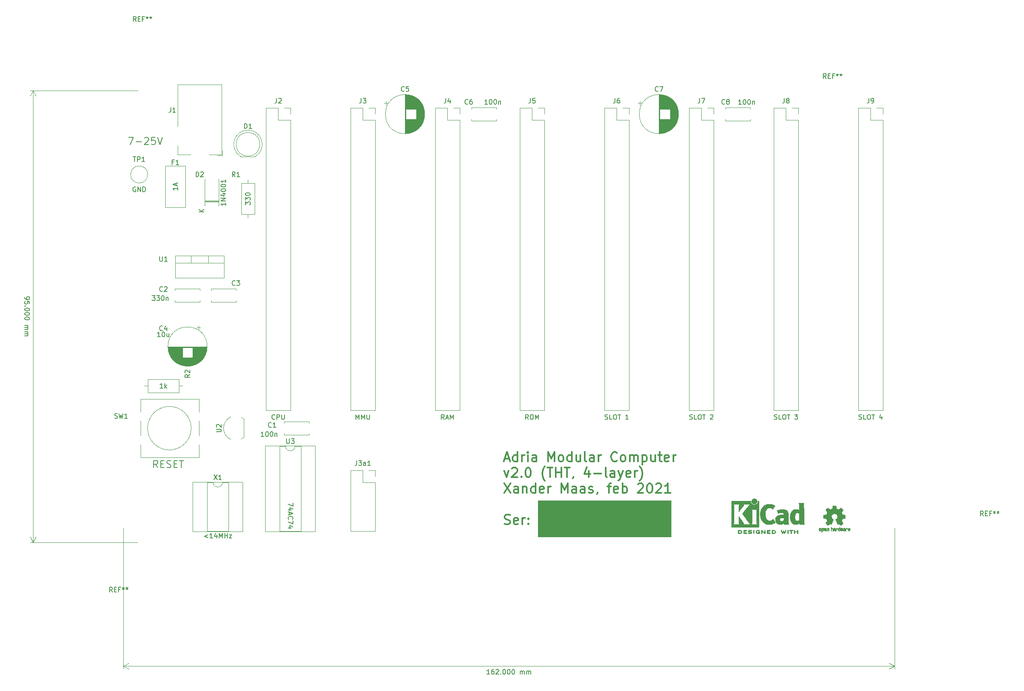
<source format=gbr>
%TF.GenerationSoftware,KiCad,Pcbnew,5.1.9*%
%TF.CreationDate,2021-02-01T09:54:16+01:00*%
%TF.ProjectId,backplane_v2.0,6261636b-706c-4616-9e65-5f76322e302e,v2.0*%
%TF.SameCoordinates,Original*%
%TF.FileFunction,Legend,Top*%
%TF.FilePolarity,Positive*%
%FSLAX46Y46*%
G04 Gerber Fmt 4.6, Leading zero omitted, Abs format (unit mm)*
G04 Created by KiCad (PCBNEW 5.1.9) date 2021-02-01 09:54:16*
%MOMM*%
%LPD*%
G01*
G04 APERTURE LIST*
%ADD10C,0.150000*%
%ADD11C,0.120000*%
%ADD12C,0.100000*%
%ADD13C,0.300000*%
%ADD14C,0.010000*%
%ADD15C,0.200000*%
G04 APERTURE END LIST*
D10*
X48347619Y-74687380D02*
X48347619Y-74877857D01*
X48395238Y-74973095D01*
X48442857Y-75020714D01*
X48585714Y-75115952D01*
X48776190Y-75163571D01*
X49157142Y-75163571D01*
X49252380Y-75115952D01*
X49300000Y-75068333D01*
X49347619Y-74973095D01*
X49347619Y-74782619D01*
X49300000Y-74687380D01*
X49252380Y-74639761D01*
X49157142Y-74592142D01*
X48919047Y-74592142D01*
X48823809Y-74639761D01*
X48776190Y-74687380D01*
X48728571Y-74782619D01*
X48728571Y-74973095D01*
X48776190Y-75068333D01*
X48823809Y-75115952D01*
X48919047Y-75163571D01*
X49347619Y-76068333D02*
X49347619Y-75592142D01*
X48871428Y-75544523D01*
X48919047Y-75592142D01*
X48966666Y-75687380D01*
X48966666Y-75925476D01*
X48919047Y-76020714D01*
X48871428Y-76068333D01*
X48776190Y-76115952D01*
X48538095Y-76115952D01*
X48442857Y-76068333D01*
X48395238Y-76020714D01*
X48347619Y-75925476D01*
X48347619Y-75687380D01*
X48395238Y-75592142D01*
X48442857Y-75544523D01*
X48442857Y-76544523D02*
X48395238Y-76592142D01*
X48347619Y-76544523D01*
X48395238Y-76496904D01*
X48442857Y-76544523D01*
X48347619Y-76544523D01*
X49347619Y-77211190D02*
X49347619Y-77306428D01*
X49300000Y-77401666D01*
X49252380Y-77449285D01*
X49157142Y-77496904D01*
X48966666Y-77544523D01*
X48728571Y-77544523D01*
X48538095Y-77496904D01*
X48442857Y-77449285D01*
X48395238Y-77401666D01*
X48347619Y-77306428D01*
X48347619Y-77211190D01*
X48395238Y-77115952D01*
X48442857Y-77068333D01*
X48538095Y-77020714D01*
X48728571Y-76973095D01*
X48966666Y-76973095D01*
X49157142Y-77020714D01*
X49252380Y-77068333D01*
X49300000Y-77115952D01*
X49347619Y-77211190D01*
X49347619Y-78163571D02*
X49347619Y-78258809D01*
X49300000Y-78354047D01*
X49252380Y-78401666D01*
X49157142Y-78449285D01*
X48966666Y-78496904D01*
X48728571Y-78496904D01*
X48538095Y-78449285D01*
X48442857Y-78401666D01*
X48395238Y-78354047D01*
X48347619Y-78258809D01*
X48347619Y-78163571D01*
X48395238Y-78068333D01*
X48442857Y-78020714D01*
X48538095Y-77973095D01*
X48728571Y-77925476D01*
X48966666Y-77925476D01*
X49157142Y-77973095D01*
X49252380Y-78020714D01*
X49300000Y-78068333D01*
X49347619Y-78163571D01*
X49347619Y-79115952D02*
X49347619Y-79211190D01*
X49300000Y-79306428D01*
X49252380Y-79354047D01*
X49157142Y-79401666D01*
X48966666Y-79449285D01*
X48728571Y-79449285D01*
X48538095Y-79401666D01*
X48442857Y-79354047D01*
X48395238Y-79306428D01*
X48347619Y-79211190D01*
X48347619Y-79115952D01*
X48395238Y-79020714D01*
X48442857Y-78973095D01*
X48538095Y-78925476D01*
X48728571Y-78877857D01*
X48966666Y-78877857D01*
X49157142Y-78925476D01*
X49252380Y-78973095D01*
X49300000Y-79020714D01*
X49347619Y-79115952D01*
X48347619Y-80639761D02*
X49014285Y-80639761D01*
X48919047Y-80639761D02*
X48966666Y-80687380D01*
X49014285Y-80782619D01*
X49014285Y-80925476D01*
X48966666Y-81020714D01*
X48871428Y-81068333D01*
X48347619Y-81068333D01*
X48871428Y-81068333D02*
X48966666Y-81115952D01*
X49014285Y-81211190D01*
X49014285Y-81354047D01*
X48966666Y-81449285D01*
X48871428Y-81496904D01*
X48347619Y-81496904D01*
X48347619Y-81973095D02*
X49014285Y-81973095D01*
X48919047Y-81973095D02*
X48966666Y-82020714D01*
X49014285Y-82115952D01*
X49014285Y-82258809D01*
X48966666Y-82354047D01*
X48871428Y-82401666D01*
X48347619Y-82401666D01*
X48871428Y-82401666D02*
X48966666Y-82449285D01*
X49014285Y-82544523D01*
X49014285Y-82687380D01*
X48966666Y-82782619D01*
X48871428Y-82830238D01*
X48347619Y-82830238D01*
D11*
X50070000Y-31235000D02*
X50070000Y-126235000D01*
X72070000Y-31235000D02*
X49483579Y-31235000D01*
X72070000Y-126235000D02*
X49483579Y-126235000D01*
X50070000Y-126235000D02*
X49483579Y-125108496D01*
X50070000Y-126235000D02*
X50656421Y-125108496D01*
X50070000Y-31235000D02*
X49483579Y-32361504D01*
X50070000Y-31235000D02*
X50656421Y-32361504D01*
D10*
X146022380Y-153957380D02*
X145450952Y-153957380D01*
X145736666Y-153957380D02*
X145736666Y-152957380D01*
X145641428Y-153100238D01*
X145546190Y-153195476D01*
X145450952Y-153243095D01*
X146879523Y-152957380D02*
X146689047Y-152957380D01*
X146593809Y-153005000D01*
X146546190Y-153052619D01*
X146450952Y-153195476D01*
X146403333Y-153385952D01*
X146403333Y-153766904D01*
X146450952Y-153862142D01*
X146498571Y-153909761D01*
X146593809Y-153957380D01*
X146784285Y-153957380D01*
X146879523Y-153909761D01*
X146927142Y-153862142D01*
X146974761Y-153766904D01*
X146974761Y-153528809D01*
X146927142Y-153433571D01*
X146879523Y-153385952D01*
X146784285Y-153338333D01*
X146593809Y-153338333D01*
X146498571Y-153385952D01*
X146450952Y-153433571D01*
X146403333Y-153528809D01*
X147355714Y-153052619D02*
X147403333Y-153005000D01*
X147498571Y-152957380D01*
X147736666Y-152957380D01*
X147831904Y-153005000D01*
X147879523Y-153052619D01*
X147927142Y-153147857D01*
X147927142Y-153243095D01*
X147879523Y-153385952D01*
X147308095Y-153957380D01*
X147927142Y-153957380D01*
X148355714Y-153862142D02*
X148403333Y-153909761D01*
X148355714Y-153957380D01*
X148308095Y-153909761D01*
X148355714Y-153862142D01*
X148355714Y-153957380D01*
X149022380Y-152957380D02*
X149117619Y-152957380D01*
X149212857Y-153005000D01*
X149260476Y-153052619D01*
X149308095Y-153147857D01*
X149355714Y-153338333D01*
X149355714Y-153576428D01*
X149308095Y-153766904D01*
X149260476Y-153862142D01*
X149212857Y-153909761D01*
X149117619Y-153957380D01*
X149022380Y-153957380D01*
X148927142Y-153909761D01*
X148879523Y-153862142D01*
X148831904Y-153766904D01*
X148784285Y-153576428D01*
X148784285Y-153338333D01*
X148831904Y-153147857D01*
X148879523Y-153052619D01*
X148927142Y-153005000D01*
X149022380Y-152957380D01*
X149974761Y-152957380D02*
X150070000Y-152957380D01*
X150165238Y-153005000D01*
X150212857Y-153052619D01*
X150260476Y-153147857D01*
X150308095Y-153338333D01*
X150308095Y-153576428D01*
X150260476Y-153766904D01*
X150212857Y-153862142D01*
X150165238Y-153909761D01*
X150070000Y-153957380D01*
X149974761Y-153957380D01*
X149879523Y-153909761D01*
X149831904Y-153862142D01*
X149784285Y-153766904D01*
X149736666Y-153576428D01*
X149736666Y-153338333D01*
X149784285Y-153147857D01*
X149831904Y-153052619D01*
X149879523Y-153005000D01*
X149974761Y-152957380D01*
X150927142Y-152957380D02*
X151022380Y-152957380D01*
X151117619Y-153005000D01*
X151165238Y-153052619D01*
X151212857Y-153147857D01*
X151260476Y-153338333D01*
X151260476Y-153576428D01*
X151212857Y-153766904D01*
X151165238Y-153862142D01*
X151117619Y-153909761D01*
X151022380Y-153957380D01*
X150927142Y-153957380D01*
X150831904Y-153909761D01*
X150784285Y-153862142D01*
X150736666Y-153766904D01*
X150689047Y-153576428D01*
X150689047Y-153338333D01*
X150736666Y-153147857D01*
X150784285Y-153052619D01*
X150831904Y-153005000D01*
X150927142Y-152957380D01*
X152450952Y-153957380D02*
X152450952Y-153290714D01*
X152450952Y-153385952D02*
X152498571Y-153338333D01*
X152593809Y-153290714D01*
X152736666Y-153290714D01*
X152831904Y-153338333D01*
X152879523Y-153433571D01*
X152879523Y-153957380D01*
X152879523Y-153433571D02*
X152927142Y-153338333D01*
X153022380Y-153290714D01*
X153165238Y-153290714D01*
X153260476Y-153338333D01*
X153308095Y-153433571D01*
X153308095Y-153957380D01*
X153784285Y-153957380D02*
X153784285Y-153290714D01*
X153784285Y-153385952D02*
X153831904Y-153338333D01*
X153927142Y-153290714D01*
X154070000Y-153290714D01*
X154165238Y-153338333D01*
X154212857Y-153433571D01*
X154212857Y-153957380D01*
X154212857Y-153433571D02*
X154260476Y-153338333D01*
X154355714Y-153290714D01*
X154498571Y-153290714D01*
X154593809Y-153338333D01*
X154641428Y-153433571D01*
X154641428Y-153957380D01*
D11*
X69070000Y-152235000D02*
X231070000Y-152235000D01*
X69070000Y-123235000D02*
X69070000Y-152821421D01*
X231070000Y-123235000D02*
X231070000Y-152821421D01*
X231070000Y-152235000D02*
X229943496Y-152821421D01*
X231070000Y-152235000D02*
X229943496Y-151648579D01*
X69070000Y-152235000D02*
X70196504Y-152821421D01*
X69070000Y-152235000D02*
X70196504Y-151648579D01*
D12*
G36*
X184150000Y-125095000D02*
G01*
X156210000Y-125095000D01*
X156210000Y-117475000D01*
X184150000Y-117475000D01*
X184150000Y-125095000D01*
G37*
X184150000Y-125095000D02*
X156210000Y-125095000D01*
X156210000Y-117475000D01*
X184150000Y-117475000D01*
X184150000Y-125095000D01*
D13*
X149165952Y-108668333D02*
X150118333Y-108668333D01*
X148975476Y-109239761D02*
X149642142Y-107239761D01*
X150308809Y-109239761D01*
X151832619Y-109239761D02*
X151832619Y-107239761D01*
X151832619Y-109144523D02*
X151642142Y-109239761D01*
X151261190Y-109239761D01*
X151070714Y-109144523D01*
X150975476Y-109049285D01*
X150880238Y-108858809D01*
X150880238Y-108287380D01*
X150975476Y-108096904D01*
X151070714Y-108001666D01*
X151261190Y-107906428D01*
X151642142Y-107906428D01*
X151832619Y-108001666D01*
X152785000Y-109239761D02*
X152785000Y-107906428D01*
X152785000Y-108287380D02*
X152880238Y-108096904D01*
X152975476Y-108001666D01*
X153165952Y-107906428D01*
X153356428Y-107906428D01*
X154023095Y-109239761D02*
X154023095Y-107906428D01*
X154023095Y-107239761D02*
X153927857Y-107335000D01*
X154023095Y-107430238D01*
X154118333Y-107335000D01*
X154023095Y-107239761D01*
X154023095Y-107430238D01*
X155832619Y-109239761D02*
X155832619Y-108192142D01*
X155737380Y-108001666D01*
X155546904Y-107906428D01*
X155165952Y-107906428D01*
X154975476Y-108001666D01*
X155832619Y-109144523D02*
X155642142Y-109239761D01*
X155165952Y-109239761D01*
X154975476Y-109144523D01*
X154880238Y-108954047D01*
X154880238Y-108763571D01*
X154975476Y-108573095D01*
X155165952Y-108477857D01*
X155642142Y-108477857D01*
X155832619Y-108382619D01*
X158308809Y-109239761D02*
X158308809Y-107239761D01*
X158975476Y-108668333D01*
X159642142Y-107239761D01*
X159642142Y-109239761D01*
X160880238Y-109239761D02*
X160689761Y-109144523D01*
X160594523Y-109049285D01*
X160499285Y-108858809D01*
X160499285Y-108287380D01*
X160594523Y-108096904D01*
X160689761Y-108001666D01*
X160880238Y-107906428D01*
X161165952Y-107906428D01*
X161356428Y-108001666D01*
X161451666Y-108096904D01*
X161546904Y-108287380D01*
X161546904Y-108858809D01*
X161451666Y-109049285D01*
X161356428Y-109144523D01*
X161165952Y-109239761D01*
X160880238Y-109239761D01*
X163261190Y-109239761D02*
X163261190Y-107239761D01*
X163261190Y-109144523D02*
X163070714Y-109239761D01*
X162689761Y-109239761D01*
X162499285Y-109144523D01*
X162404047Y-109049285D01*
X162308809Y-108858809D01*
X162308809Y-108287380D01*
X162404047Y-108096904D01*
X162499285Y-108001666D01*
X162689761Y-107906428D01*
X163070714Y-107906428D01*
X163261190Y-108001666D01*
X165070714Y-107906428D02*
X165070714Y-109239761D01*
X164213571Y-107906428D02*
X164213571Y-108954047D01*
X164308809Y-109144523D01*
X164499285Y-109239761D01*
X164785000Y-109239761D01*
X164975476Y-109144523D01*
X165070714Y-109049285D01*
X166308809Y-109239761D02*
X166118333Y-109144523D01*
X166023095Y-108954047D01*
X166023095Y-107239761D01*
X167927857Y-109239761D02*
X167927857Y-108192142D01*
X167832619Y-108001666D01*
X167642142Y-107906428D01*
X167261190Y-107906428D01*
X167070714Y-108001666D01*
X167927857Y-109144523D02*
X167737380Y-109239761D01*
X167261190Y-109239761D01*
X167070714Y-109144523D01*
X166975476Y-108954047D01*
X166975476Y-108763571D01*
X167070714Y-108573095D01*
X167261190Y-108477857D01*
X167737380Y-108477857D01*
X167927857Y-108382619D01*
X168880238Y-109239761D02*
X168880238Y-107906428D01*
X168880238Y-108287380D02*
X168975476Y-108096904D01*
X169070714Y-108001666D01*
X169261190Y-107906428D01*
X169451666Y-107906428D01*
X172785000Y-109049285D02*
X172689761Y-109144523D01*
X172404047Y-109239761D01*
X172213571Y-109239761D01*
X171927857Y-109144523D01*
X171737380Y-108954047D01*
X171642142Y-108763571D01*
X171546904Y-108382619D01*
X171546904Y-108096904D01*
X171642142Y-107715952D01*
X171737380Y-107525476D01*
X171927857Y-107335000D01*
X172213571Y-107239761D01*
X172404047Y-107239761D01*
X172689761Y-107335000D01*
X172785000Y-107430238D01*
X173927857Y-109239761D02*
X173737380Y-109144523D01*
X173642142Y-109049285D01*
X173546904Y-108858809D01*
X173546904Y-108287380D01*
X173642142Y-108096904D01*
X173737380Y-108001666D01*
X173927857Y-107906428D01*
X174213571Y-107906428D01*
X174404047Y-108001666D01*
X174499285Y-108096904D01*
X174594523Y-108287380D01*
X174594523Y-108858809D01*
X174499285Y-109049285D01*
X174404047Y-109144523D01*
X174213571Y-109239761D01*
X173927857Y-109239761D01*
X175451666Y-109239761D02*
X175451666Y-107906428D01*
X175451666Y-108096904D02*
X175546904Y-108001666D01*
X175737380Y-107906428D01*
X176023095Y-107906428D01*
X176213571Y-108001666D01*
X176308809Y-108192142D01*
X176308809Y-109239761D01*
X176308809Y-108192142D02*
X176404047Y-108001666D01*
X176594523Y-107906428D01*
X176880238Y-107906428D01*
X177070714Y-108001666D01*
X177165952Y-108192142D01*
X177165952Y-109239761D01*
X178118333Y-107906428D02*
X178118333Y-109906428D01*
X178118333Y-108001666D02*
X178308809Y-107906428D01*
X178689761Y-107906428D01*
X178880238Y-108001666D01*
X178975476Y-108096904D01*
X179070714Y-108287380D01*
X179070714Y-108858809D01*
X178975476Y-109049285D01*
X178880238Y-109144523D01*
X178689761Y-109239761D01*
X178308809Y-109239761D01*
X178118333Y-109144523D01*
X180785000Y-107906428D02*
X180785000Y-109239761D01*
X179927857Y-107906428D02*
X179927857Y-108954047D01*
X180023095Y-109144523D01*
X180213571Y-109239761D01*
X180499285Y-109239761D01*
X180689761Y-109144523D01*
X180785000Y-109049285D01*
X181451666Y-107906428D02*
X182213571Y-107906428D01*
X181737380Y-107239761D02*
X181737380Y-108954047D01*
X181832619Y-109144523D01*
X182023095Y-109239761D01*
X182213571Y-109239761D01*
X183642142Y-109144523D02*
X183451666Y-109239761D01*
X183070714Y-109239761D01*
X182880238Y-109144523D01*
X182785000Y-108954047D01*
X182785000Y-108192142D01*
X182880238Y-108001666D01*
X183070714Y-107906428D01*
X183451666Y-107906428D01*
X183642142Y-108001666D01*
X183737380Y-108192142D01*
X183737380Y-108382619D01*
X182785000Y-108573095D01*
X184594523Y-109239761D02*
X184594523Y-107906428D01*
X184594523Y-108287380D02*
X184689761Y-108096904D01*
X184785000Y-108001666D01*
X184975476Y-107906428D01*
X185165952Y-107906428D01*
X149070714Y-111206428D02*
X149546904Y-112539761D01*
X150023095Y-111206428D01*
X150689761Y-110730238D02*
X150785000Y-110635000D01*
X150975476Y-110539761D01*
X151451666Y-110539761D01*
X151642142Y-110635000D01*
X151737380Y-110730238D01*
X151832619Y-110920714D01*
X151832619Y-111111190D01*
X151737380Y-111396904D01*
X150594523Y-112539761D01*
X151832619Y-112539761D01*
X152689761Y-112349285D02*
X152785000Y-112444523D01*
X152689761Y-112539761D01*
X152594523Y-112444523D01*
X152689761Y-112349285D01*
X152689761Y-112539761D01*
X154023095Y-110539761D02*
X154213571Y-110539761D01*
X154404047Y-110635000D01*
X154499285Y-110730238D01*
X154594523Y-110920714D01*
X154689761Y-111301666D01*
X154689761Y-111777857D01*
X154594523Y-112158809D01*
X154499285Y-112349285D01*
X154404047Y-112444523D01*
X154213571Y-112539761D01*
X154023095Y-112539761D01*
X153832619Y-112444523D01*
X153737380Y-112349285D01*
X153642142Y-112158809D01*
X153546904Y-111777857D01*
X153546904Y-111301666D01*
X153642142Y-110920714D01*
X153737380Y-110730238D01*
X153832619Y-110635000D01*
X154023095Y-110539761D01*
X157642142Y-113301666D02*
X157546904Y-113206428D01*
X157356428Y-112920714D01*
X157261190Y-112730238D01*
X157165952Y-112444523D01*
X157070714Y-111968333D01*
X157070714Y-111587380D01*
X157165952Y-111111190D01*
X157261190Y-110825476D01*
X157356428Y-110635000D01*
X157546904Y-110349285D01*
X157642142Y-110254047D01*
X158118333Y-110539761D02*
X159261190Y-110539761D01*
X158689761Y-112539761D02*
X158689761Y-110539761D01*
X159927857Y-112539761D02*
X159927857Y-110539761D01*
X159927857Y-111492142D02*
X161070714Y-111492142D01*
X161070714Y-112539761D02*
X161070714Y-110539761D01*
X161737380Y-110539761D02*
X162880238Y-110539761D01*
X162308809Y-112539761D02*
X162308809Y-110539761D01*
X163642142Y-112444523D02*
X163642142Y-112539761D01*
X163546904Y-112730238D01*
X163451666Y-112825476D01*
X166880238Y-111206428D02*
X166880238Y-112539761D01*
X166404047Y-110444523D02*
X165927857Y-111873095D01*
X167165952Y-111873095D01*
X167927857Y-111777857D02*
X169451666Y-111777857D01*
X170689761Y-112539761D02*
X170499285Y-112444523D01*
X170404047Y-112254047D01*
X170404047Y-110539761D01*
X172308809Y-112539761D02*
X172308809Y-111492142D01*
X172213571Y-111301666D01*
X172023095Y-111206428D01*
X171642142Y-111206428D01*
X171451666Y-111301666D01*
X172308809Y-112444523D02*
X172118333Y-112539761D01*
X171642142Y-112539761D01*
X171451666Y-112444523D01*
X171356428Y-112254047D01*
X171356428Y-112063571D01*
X171451666Y-111873095D01*
X171642142Y-111777857D01*
X172118333Y-111777857D01*
X172308809Y-111682619D01*
X173070714Y-111206428D02*
X173546904Y-112539761D01*
X174023095Y-111206428D02*
X173546904Y-112539761D01*
X173356428Y-113015952D01*
X173261190Y-113111190D01*
X173070714Y-113206428D01*
X175546904Y-112444523D02*
X175356428Y-112539761D01*
X174975476Y-112539761D01*
X174785000Y-112444523D01*
X174689761Y-112254047D01*
X174689761Y-111492142D01*
X174785000Y-111301666D01*
X174975476Y-111206428D01*
X175356428Y-111206428D01*
X175546904Y-111301666D01*
X175642142Y-111492142D01*
X175642142Y-111682619D01*
X174689761Y-111873095D01*
X176499285Y-112539761D02*
X176499285Y-111206428D01*
X176499285Y-111587380D02*
X176594523Y-111396904D01*
X176689761Y-111301666D01*
X176880238Y-111206428D01*
X177070714Y-111206428D01*
X177546904Y-113301666D02*
X177642142Y-113206428D01*
X177832619Y-112920714D01*
X177927857Y-112730238D01*
X178023095Y-112444523D01*
X178118333Y-111968333D01*
X178118333Y-111587380D01*
X178023095Y-111111190D01*
X177927857Y-110825476D01*
X177832619Y-110635000D01*
X177642142Y-110349285D01*
X177546904Y-110254047D01*
X149070714Y-113839761D02*
X150404047Y-115839761D01*
X150404047Y-113839761D02*
X149070714Y-115839761D01*
X152023095Y-115839761D02*
X152023095Y-114792142D01*
X151927857Y-114601666D01*
X151737380Y-114506428D01*
X151356428Y-114506428D01*
X151165952Y-114601666D01*
X152023095Y-115744523D02*
X151832619Y-115839761D01*
X151356428Y-115839761D01*
X151165952Y-115744523D01*
X151070714Y-115554047D01*
X151070714Y-115363571D01*
X151165952Y-115173095D01*
X151356428Y-115077857D01*
X151832619Y-115077857D01*
X152023095Y-114982619D01*
X152975476Y-114506428D02*
X152975476Y-115839761D01*
X152975476Y-114696904D02*
X153070714Y-114601666D01*
X153261190Y-114506428D01*
X153546904Y-114506428D01*
X153737380Y-114601666D01*
X153832619Y-114792142D01*
X153832619Y-115839761D01*
X155642142Y-115839761D02*
X155642142Y-113839761D01*
X155642142Y-115744523D02*
X155451666Y-115839761D01*
X155070714Y-115839761D01*
X154880238Y-115744523D01*
X154785000Y-115649285D01*
X154689761Y-115458809D01*
X154689761Y-114887380D01*
X154785000Y-114696904D01*
X154880238Y-114601666D01*
X155070714Y-114506428D01*
X155451666Y-114506428D01*
X155642142Y-114601666D01*
X157356428Y-115744523D02*
X157165952Y-115839761D01*
X156785000Y-115839761D01*
X156594523Y-115744523D01*
X156499285Y-115554047D01*
X156499285Y-114792142D01*
X156594523Y-114601666D01*
X156785000Y-114506428D01*
X157165952Y-114506428D01*
X157356428Y-114601666D01*
X157451666Y-114792142D01*
X157451666Y-114982619D01*
X156499285Y-115173095D01*
X158308809Y-115839761D02*
X158308809Y-114506428D01*
X158308809Y-114887380D02*
X158404047Y-114696904D01*
X158499285Y-114601666D01*
X158689761Y-114506428D01*
X158880238Y-114506428D01*
X161070714Y-115839761D02*
X161070714Y-113839761D01*
X161737380Y-115268333D01*
X162404047Y-113839761D01*
X162404047Y-115839761D01*
X164213571Y-115839761D02*
X164213571Y-114792142D01*
X164118333Y-114601666D01*
X163927857Y-114506428D01*
X163546904Y-114506428D01*
X163356428Y-114601666D01*
X164213571Y-115744523D02*
X164023095Y-115839761D01*
X163546904Y-115839761D01*
X163356428Y-115744523D01*
X163261190Y-115554047D01*
X163261190Y-115363571D01*
X163356428Y-115173095D01*
X163546904Y-115077857D01*
X164023095Y-115077857D01*
X164213571Y-114982619D01*
X166023095Y-115839761D02*
X166023095Y-114792142D01*
X165927857Y-114601666D01*
X165737380Y-114506428D01*
X165356428Y-114506428D01*
X165165952Y-114601666D01*
X166023095Y-115744523D02*
X165832619Y-115839761D01*
X165356428Y-115839761D01*
X165165952Y-115744523D01*
X165070714Y-115554047D01*
X165070714Y-115363571D01*
X165165952Y-115173095D01*
X165356428Y-115077857D01*
X165832619Y-115077857D01*
X166023095Y-114982619D01*
X166880238Y-115744523D02*
X167070714Y-115839761D01*
X167451666Y-115839761D01*
X167642142Y-115744523D01*
X167737380Y-115554047D01*
X167737380Y-115458809D01*
X167642142Y-115268333D01*
X167451666Y-115173095D01*
X167165952Y-115173095D01*
X166975476Y-115077857D01*
X166880238Y-114887380D01*
X166880238Y-114792142D01*
X166975476Y-114601666D01*
X167165952Y-114506428D01*
X167451666Y-114506428D01*
X167642142Y-114601666D01*
X168689761Y-115744523D02*
X168689761Y-115839761D01*
X168594523Y-116030238D01*
X168499285Y-116125476D01*
X170785000Y-114506428D02*
X171546904Y-114506428D01*
X171070714Y-115839761D02*
X171070714Y-114125476D01*
X171165952Y-113935000D01*
X171356428Y-113839761D01*
X171546904Y-113839761D01*
X172975476Y-115744523D02*
X172785000Y-115839761D01*
X172404047Y-115839761D01*
X172213571Y-115744523D01*
X172118333Y-115554047D01*
X172118333Y-114792142D01*
X172213571Y-114601666D01*
X172404047Y-114506428D01*
X172785000Y-114506428D01*
X172975476Y-114601666D01*
X173070714Y-114792142D01*
X173070714Y-114982619D01*
X172118333Y-115173095D01*
X173927857Y-115839761D02*
X173927857Y-113839761D01*
X173927857Y-114601666D02*
X174118333Y-114506428D01*
X174499285Y-114506428D01*
X174689761Y-114601666D01*
X174785000Y-114696904D01*
X174880238Y-114887380D01*
X174880238Y-115458809D01*
X174785000Y-115649285D01*
X174689761Y-115744523D01*
X174499285Y-115839761D01*
X174118333Y-115839761D01*
X173927857Y-115744523D01*
X177165952Y-114030238D02*
X177261190Y-113935000D01*
X177451666Y-113839761D01*
X177927857Y-113839761D01*
X178118333Y-113935000D01*
X178213571Y-114030238D01*
X178308809Y-114220714D01*
X178308809Y-114411190D01*
X178213571Y-114696904D01*
X177070714Y-115839761D01*
X178308809Y-115839761D01*
X179546904Y-113839761D02*
X179737380Y-113839761D01*
X179927857Y-113935000D01*
X180023095Y-114030238D01*
X180118333Y-114220714D01*
X180213571Y-114601666D01*
X180213571Y-115077857D01*
X180118333Y-115458809D01*
X180023095Y-115649285D01*
X179927857Y-115744523D01*
X179737380Y-115839761D01*
X179546904Y-115839761D01*
X179356428Y-115744523D01*
X179261190Y-115649285D01*
X179165952Y-115458809D01*
X179070714Y-115077857D01*
X179070714Y-114601666D01*
X179165952Y-114220714D01*
X179261190Y-114030238D01*
X179356428Y-113935000D01*
X179546904Y-113839761D01*
X180975476Y-114030238D02*
X181070714Y-113935000D01*
X181261190Y-113839761D01*
X181737380Y-113839761D01*
X181927857Y-113935000D01*
X182023095Y-114030238D01*
X182118333Y-114220714D01*
X182118333Y-114411190D01*
X182023095Y-114696904D01*
X180880238Y-115839761D01*
X182118333Y-115839761D01*
X184023095Y-115839761D02*
X182880238Y-115839761D01*
X183451666Y-115839761D02*
X183451666Y-113839761D01*
X183261190Y-114125476D01*
X183070714Y-114315952D01*
X182880238Y-114411190D01*
X149165952Y-122344523D02*
X149451666Y-122439761D01*
X149927857Y-122439761D01*
X150118333Y-122344523D01*
X150213571Y-122249285D01*
X150308809Y-122058809D01*
X150308809Y-121868333D01*
X150213571Y-121677857D01*
X150118333Y-121582619D01*
X149927857Y-121487380D01*
X149546904Y-121392142D01*
X149356428Y-121296904D01*
X149261190Y-121201666D01*
X149165952Y-121011190D01*
X149165952Y-120820714D01*
X149261190Y-120630238D01*
X149356428Y-120535000D01*
X149546904Y-120439761D01*
X150023095Y-120439761D01*
X150308809Y-120535000D01*
X151927857Y-122344523D02*
X151737380Y-122439761D01*
X151356428Y-122439761D01*
X151165952Y-122344523D01*
X151070714Y-122154047D01*
X151070714Y-121392142D01*
X151165952Y-121201666D01*
X151356428Y-121106428D01*
X151737380Y-121106428D01*
X151927857Y-121201666D01*
X152023095Y-121392142D01*
X152023095Y-121582619D01*
X151070714Y-121773095D01*
X152880238Y-122439761D02*
X152880238Y-121106428D01*
X152880238Y-121487380D02*
X152975476Y-121296904D01*
X153070714Y-121201666D01*
X153261190Y-121106428D01*
X153451666Y-121106428D01*
X154118333Y-122249285D02*
X154213571Y-122344523D01*
X154118333Y-122439761D01*
X154023095Y-122344523D01*
X154118333Y-122249285D01*
X154118333Y-122439761D01*
X154118333Y-121201666D02*
X154213571Y-121296904D01*
X154118333Y-121392142D01*
X154023095Y-121296904D01*
X154118333Y-121201666D01*
X154118333Y-121392142D01*
D11*
%TO.C,C7*%
X185710000Y-36195000D02*
G75*
G03*
X185710000Y-36195000I-4120000J0D01*
G01*
X181590000Y-32115000D02*
X181590000Y-40275000D01*
X181630000Y-32115000D02*
X181630000Y-40275000D01*
X181670000Y-32115000D02*
X181670000Y-40275000D01*
X181710000Y-32116000D02*
X181710000Y-40274000D01*
X181750000Y-32118000D02*
X181750000Y-40272000D01*
X181790000Y-32119000D02*
X181790000Y-40271000D01*
X181830000Y-32121000D02*
X181830000Y-35155000D01*
X181830000Y-37235000D02*
X181830000Y-40269000D01*
X181870000Y-32124000D02*
X181870000Y-35155000D01*
X181870000Y-37235000D02*
X181870000Y-40266000D01*
X181910000Y-32127000D02*
X181910000Y-35155000D01*
X181910000Y-37235000D02*
X181910000Y-40263000D01*
X181950000Y-32130000D02*
X181950000Y-35155000D01*
X181950000Y-37235000D02*
X181950000Y-40260000D01*
X181990000Y-32134000D02*
X181990000Y-35155000D01*
X181990000Y-37235000D02*
X181990000Y-40256000D01*
X182030000Y-32138000D02*
X182030000Y-35155000D01*
X182030000Y-37235000D02*
X182030000Y-40252000D01*
X182070000Y-32143000D02*
X182070000Y-35155000D01*
X182070000Y-37235000D02*
X182070000Y-40247000D01*
X182110000Y-32147000D02*
X182110000Y-35155000D01*
X182110000Y-37235000D02*
X182110000Y-40243000D01*
X182150000Y-32153000D02*
X182150000Y-35155000D01*
X182150000Y-37235000D02*
X182150000Y-40237000D01*
X182190000Y-32158000D02*
X182190000Y-35155000D01*
X182190000Y-37235000D02*
X182190000Y-40232000D01*
X182230000Y-32165000D02*
X182230000Y-35155000D01*
X182230000Y-37235000D02*
X182230000Y-40225000D01*
X182270000Y-32171000D02*
X182270000Y-35155000D01*
X182270000Y-37235000D02*
X182270000Y-40219000D01*
X182311000Y-32178000D02*
X182311000Y-35155000D01*
X182311000Y-37235000D02*
X182311000Y-40212000D01*
X182351000Y-32185000D02*
X182351000Y-35155000D01*
X182351000Y-37235000D02*
X182351000Y-40205000D01*
X182391000Y-32193000D02*
X182391000Y-35155000D01*
X182391000Y-37235000D02*
X182391000Y-40197000D01*
X182431000Y-32201000D02*
X182431000Y-35155000D01*
X182431000Y-37235000D02*
X182431000Y-40189000D01*
X182471000Y-32210000D02*
X182471000Y-35155000D01*
X182471000Y-37235000D02*
X182471000Y-40180000D01*
X182511000Y-32219000D02*
X182511000Y-35155000D01*
X182511000Y-37235000D02*
X182511000Y-40171000D01*
X182551000Y-32228000D02*
X182551000Y-35155000D01*
X182551000Y-37235000D02*
X182551000Y-40162000D01*
X182591000Y-32238000D02*
X182591000Y-35155000D01*
X182591000Y-37235000D02*
X182591000Y-40152000D01*
X182631000Y-32248000D02*
X182631000Y-35155000D01*
X182631000Y-37235000D02*
X182631000Y-40142000D01*
X182671000Y-32259000D02*
X182671000Y-35155000D01*
X182671000Y-37235000D02*
X182671000Y-40131000D01*
X182711000Y-32270000D02*
X182711000Y-35155000D01*
X182711000Y-37235000D02*
X182711000Y-40120000D01*
X182751000Y-32281000D02*
X182751000Y-35155000D01*
X182751000Y-37235000D02*
X182751000Y-40109000D01*
X182791000Y-32293000D02*
X182791000Y-35155000D01*
X182791000Y-37235000D02*
X182791000Y-40097000D01*
X182831000Y-32306000D02*
X182831000Y-35155000D01*
X182831000Y-37235000D02*
X182831000Y-40084000D01*
X182871000Y-32318000D02*
X182871000Y-35155000D01*
X182871000Y-37235000D02*
X182871000Y-40072000D01*
X182911000Y-32332000D02*
X182911000Y-35155000D01*
X182911000Y-37235000D02*
X182911000Y-40058000D01*
X182951000Y-32345000D02*
X182951000Y-35155000D01*
X182951000Y-37235000D02*
X182951000Y-40045000D01*
X182991000Y-32360000D02*
X182991000Y-35155000D01*
X182991000Y-37235000D02*
X182991000Y-40030000D01*
X183031000Y-32374000D02*
X183031000Y-35155000D01*
X183031000Y-37235000D02*
X183031000Y-40016000D01*
X183071000Y-32390000D02*
X183071000Y-35155000D01*
X183071000Y-37235000D02*
X183071000Y-40000000D01*
X183111000Y-32405000D02*
X183111000Y-35155000D01*
X183111000Y-37235000D02*
X183111000Y-39985000D01*
X183151000Y-32421000D02*
X183151000Y-35155000D01*
X183151000Y-37235000D02*
X183151000Y-39969000D01*
X183191000Y-32438000D02*
X183191000Y-35155000D01*
X183191000Y-37235000D02*
X183191000Y-39952000D01*
X183231000Y-32455000D02*
X183231000Y-35155000D01*
X183231000Y-37235000D02*
X183231000Y-39935000D01*
X183271000Y-32473000D02*
X183271000Y-35155000D01*
X183271000Y-37235000D02*
X183271000Y-39917000D01*
X183311000Y-32491000D02*
X183311000Y-35155000D01*
X183311000Y-37235000D02*
X183311000Y-39899000D01*
X183351000Y-32509000D02*
X183351000Y-35155000D01*
X183351000Y-37235000D02*
X183351000Y-39881000D01*
X183391000Y-32529000D02*
X183391000Y-35155000D01*
X183391000Y-37235000D02*
X183391000Y-39861000D01*
X183431000Y-32548000D02*
X183431000Y-35155000D01*
X183431000Y-37235000D02*
X183431000Y-39842000D01*
X183471000Y-32568000D02*
X183471000Y-35155000D01*
X183471000Y-37235000D02*
X183471000Y-39822000D01*
X183511000Y-32589000D02*
X183511000Y-35155000D01*
X183511000Y-37235000D02*
X183511000Y-39801000D01*
X183551000Y-32611000D02*
X183551000Y-35155000D01*
X183551000Y-37235000D02*
X183551000Y-39779000D01*
X183591000Y-32633000D02*
X183591000Y-35155000D01*
X183591000Y-37235000D02*
X183591000Y-39757000D01*
X183631000Y-32655000D02*
X183631000Y-35155000D01*
X183631000Y-37235000D02*
X183631000Y-39735000D01*
X183671000Y-32678000D02*
X183671000Y-35155000D01*
X183671000Y-37235000D02*
X183671000Y-39712000D01*
X183711000Y-32702000D02*
X183711000Y-35155000D01*
X183711000Y-37235000D02*
X183711000Y-39688000D01*
X183751000Y-32726000D02*
X183751000Y-35155000D01*
X183751000Y-37235000D02*
X183751000Y-39664000D01*
X183791000Y-32751000D02*
X183791000Y-35155000D01*
X183791000Y-37235000D02*
X183791000Y-39639000D01*
X183831000Y-32777000D02*
X183831000Y-35155000D01*
X183831000Y-37235000D02*
X183831000Y-39613000D01*
X183871000Y-32803000D02*
X183871000Y-35155000D01*
X183871000Y-37235000D02*
X183871000Y-39587000D01*
X183911000Y-32830000D02*
X183911000Y-39560000D01*
X183951000Y-32857000D02*
X183951000Y-39533000D01*
X183991000Y-32886000D02*
X183991000Y-39504000D01*
X184031000Y-32915000D02*
X184031000Y-39475000D01*
X184071000Y-32945000D02*
X184071000Y-39445000D01*
X184111000Y-32975000D02*
X184111000Y-39415000D01*
X184151000Y-33006000D02*
X184151000Y-39384000D01*
X184191000Y-33039000D02*
X184191000Y-39351000D01*
X184231000Y-33071000D02*
X184231000Y-39319000D01*
X184271000Y-33105000D02*
X184271000Y-39285000D01*
X184311000Y-33140000D02*
X184311000Y-39250000D01*
X184351000Y-33176000D02*
X184351000Y-39214000D01*
X184391000Y-33212000D02*
X184391000Y-39178000D01*
X184431000Y-33250000D02*
X184431000Y-39140000D01*
X184471000Y-33288000D02*
X184471000Y-39102000D01*
X184511000Y-33328000D02*
X184511000Y-39062000D01*
X184551000Y-33369000D02*
X184551000Y-39021000D01*
X184591000Y-33411000D02*
X184591000Y-38979000D01*
X184631000Y-33454000D02*
X184631000Y-38936000D01*
X184671000Y-33498000D02*
X184671000Y-38892000D01*
X184711000Y-33544000D02*
X184711000Y-38846000D01*
X184751000Y-33591000D02*
X184751000Y-38799000D01*
X184791000Y-33639000D02*
X184791000Y-38751000D01*
X184831000Y-33690000D02*
X184831000Y-38700000D01*
X184871000Y-33741000D02*
X184871000Y-38649000D01*
X184911000Y-33795000D02*
X184911000Y-38595000D01*
X184951000Y-33850000D02*
X184951000Y-38540000D01*
X184991000Y-33908000D02*
X184991000Y-38482000D01*
X185031000Y-33967000D02*
X185031000Y-38423000D01*
X185071000Y-34029000D02*
X185071000Y-38361000D01*
X185111000Y-34093000D02*
X185111000Y-38297000D01*
X185151000Y-34161000D02*
X185151000Y-38229000D01*
X185191000Y-34231000D02*
X185191000Y-38159000D01*
X185231000Y-34305000D02*
X185231000Y-38085000D01*
X185271000Y-34382000D02*
X185271000Y-38008000D01*
X185311000Y-34464000D02*
X185311000Y-37926000D01*
X185351000Y-34550000D02*
X185351000Y-37840000D01*
X185391000Y-34643000D02*
X185391000Y-37747000D01*
X185431000Y-34742000D02*
X185431000Y-37648000D01*
X185471000Y-34849000D02*
X185471000Y-37541000D01*
X185511000Y-34966000D02*
X185511000Y-37424000D01*
X185551000Y-35097000D02*
X185551000Y-37293000D01*
X185591000Y-35247000D02*
X185591000Y-37143000D01*
X185631000Y-35427000D02*
X185631000Y-36963000D01*
X185671000Y-35662000D02*
X185671000Y-36728000D01*
X177180302Y-33880000D02*
X177980302Y-33880000D01*
X177580302Y-33480000D02*
X177580302Y-34280000D01*
%TO.C,C5*%
X132370000Y-36195000D02*
G75*
G03*
X132370000Y-36195000I-4120000J0D01*
G01*
X128250000Y-32115000D02*
X128250000Y-40275000D01*
X128290000Y-32115000D02*
X128290000Y-40275000D01*
X128330000Y-32115000D02*
X128330000Y-40275000D01*
X128370000Y-32116000D02*
X128370000Y-40274000D01*
X128410000Y-32118000D02*
X128410000Y-40272000D01*
X128450000Y-32119000D02*
X128450000Y-40271000D01*
X128490000Y-32121000D02*
X128490000Y-35155000D01*
X128490000Y-37235000D02*
X128490000Y-40269000D01*
X128530000Y-32124000D02*
X128530000Y-35155000D01*
X128530000Y-37235000D02*
X128530000Y-40266000D01*
X128570000Y-32127000D02*
X128570000Y-35155000D01*
X128570000Y-37235000D02*
X128570000Y-40263000D01*
X128610000Y-32130000D02*
X128610000Y-35155000D01*
X128610000Y-37235000D02*
X128610000Y-40260000D01*
X128650000Y-32134000D02*
X128650000Y-35155000D01*
X128650000Y-37235000D02*
X128650000Y-40256000D01*
X128690000Y-32138000D02*
X128690000Y-35155000D01*
X128690000Y-37235000D02*
X128690000Y-40252000D01*
X128730000Y-32143000D02*
X128730000Y-35155000D01*
X128730000Y-37235000D02*
X128730000Y-40247000D01*
X128770000Y-32147000D02*
X128770000Y-35155000D01*
X128770000Y-37235000D02*
X128770000Y-40243000D01*
X128810000Y-32153000D02*
X128810000Y-35155000D01*
X128810000Y-37235000D02*
X128810000Y-40237000D01*
X128850000Y-32158000D02*
X128850000Y-35155000D01*
X128850000Y-37235000D02*
X128850000Y-40232000D01*
X128890000Y-32165000D02*
X128890000Y-35155000D01*
X128890000Y-37235000D02*
X128890000Y-40225000D01*
X128930000Y-32171000D02*
X128930000Y-35155000D01*
X128930000Y-37235000D02*
X128930000Y-40219000D01*
X128971000Y-32178000D02*
X128971000Y-35155000D01*
X128971000Y-37235000D02*
X128971000Y-40212000D01*
X129011000Y-32185000D02*
X129011000Y-35155000D01*
X129011000Y-37235000D02*
X129011000Y-40205000D01*
X129051000Y-32193000D02*
X129051000Y-35155000D01*
X129051000Y-37235000D02*
X129051000Y-40197000D01*
X129091000Y-32201000D02*
X129091000Y-35155000D01*
X129091000Y-37235000D02*
X129091000Y-40189000D01*
X129131000Y-32210000D02*
X129131000Y-35155000D01*
X129131000Y-37235000D02*
X129131000Y-40180000D01*
X129171000Y-32219000D02*
X129171000Y-35155000D01*
X129171000Y-37235000D02*
X129171000Y-40171000D01*
X129211000Y-32228000D02*
X129211000Y-35155000D01*
X129211000Y-37235000D02*
X129211000Y-40162000D01*
X129251000Y-32238000D02*
X129251000Y-35155000D01*
X129251000Y-37235000D02*
X129251000Y-40152000D01*
X129291000Y-32248000D02*
X129291000Y-35155000D01*
X129291000Y-37235000D02*
X129291000Y-40142000D01*
X129331000Y-32259000D02*
X129331000Y-35155000D01*
X129331000Y-37235000D02*
X129331000Y-40131000D01*
X129371000Y-32270000D02*
X129371000Y-35155000D01*
X129371000Y-37235000D02*
X129371000Y-40120000D01*
X129411000Y-32281000D02*
X129411000Y-35155000D01*
X129411000Y-37235000D02*
X129411000Y-40109000D01*
X129451000Y-32293000D02*
X129451000Y-35155000D01*
X129451000Y-37235000D02*
X129451000Y-40097000D01*
X129491000Y-32306000D02*
X129491000Y-35155000D01*
X129491000Y-37235000D02*
X129491000Y-40084000D01*
X129531000Y-32318000D02*
X129531000Y-35155000D01*
X129531000Y-37235000D02*
X129531000Y-40072000D01*
X129571000Y-32332000D02*
X129571000Y-35155000D01*
X129571000Y-37235000D02*
X129571000Y-40058000D01*
X129611000Y-32345000D02*
X129611000Y-35155000D01*
X129611000Y-37235000D02*
X129611000Y-40045000D01*
X129651000Y-32360000D02*
X129651000Y-35155000D01*
X129651000Y-37235000D02*
X129651000Y-40030000D01*
X129691000Y-32374000D02*
X129691000Y-35155000D01*
X129691000Y-37235000D02*
X129691000Y-40016000D01*
X129731000Y-32390000D02*
X129731000Y-35155000D01*
X129731000Y-37235000D02*
X129731000Y-40000000D01*
X129771000Y-32405000D02*
X129771000Y-35155000D01*
X129771000Y-37235000D02*
X129771000Y-39985000D01*
X129811000Y-32421000D02*
X129811000Y-35155000D01*
X129811000Y-37235000D02*
X129811000Y-39969000D01*
X129851000Y-32438000D02*
X129851000Y-35155000D01*
X129851000Y-37235000D02*
X129851000Y-39952000D01*
X129891000Y-32455000D02*
X129891000Y-35155000D01*
X129891000Y-37235000D02*
X129891000Y-39935000D01*
X129931000Y-32473000D02*
X129931000Y-35155000D01*
X129931000Y-37235000D02*
X129931000Y-39917000D01*
X129971000Y-32491000D02*
X129971000Y-35155000D01*
X129971000Y-37235000D02*
X129971000Y-39899000D01*
X130011000Y-32509000D02*
X130011000Y-35155000D01*
X130011000Y-37235000D02*
X130011000Y-39881000D01*
X130051000Y-32529000D02*
X130051000Y-35155000D01*
X130051000Y-37235000D02*
X130051000Y-39861000D01*
X130091000Y-32548000D02*
X130091000Y-35155000D01*
X130091000Y-37235000D02*
X130091000Y-39842000D01*
X130131000Y-32568000D02*
X130131000Y-35155000D01*
X130131000Y-37235000D02*
X130131000Y-39822000D01*
X130171000Y-32589000D02*
X130171000Y-35155000D01*
X130171000Y-37235000D02*
X130171000Y-39801000D01*
X130211000Y-32611000D02*
X130211000Y-35155000D01*
X130211000Y-37235000D02*
X130211000Y-39779000D01*
X130251000Y-32633000D02*
X130251000Y-35155000D01*
X130251000Y-37235000D02*
X130251000Y-39757000D01*
X130291000Y-32655000D02*
X130291000Y-35155000D01*
X130291000Y-37235000D02*
X130291000Y-39735000D01*
X130331000Y-32678000D02*
X130331000Y-35155000D01*
X130331000Y-37235000D02*
X130331000Y-39712000D01*
X130371000Y-32702000D02*
X130371000Y-35155000D01*
X130371000Y-37235000D02*
X130371000Y-39688000D01*
X130411000Y-32726000D02*
X130411000Y-35155000D01*
X130411000Y-37235000D02*
X130411000Y-39664000D01*
X130451000Y-32751000D02*
X130451000Y-35155000D01*
X130451000Y-37235000D02*
X130451000Y-39639000D01*
X130491000Y-32777000D02*
X130491000Y-35155000D01*
X130491000Y-37235000D02*
X130491000Y-39613000D01*
X130531000Y-32803000D02*
X130531000Y-35155000D01*
X130531000Y-37235000D02*
X130531000Y-39587000D01*
X130571000Y-32830000D02*
X130571000Y-39560000D01*
X130611000Y-32857000D02*
X130611000Y-39533000D01*
X130651000Y-32886000D02*
X130651000Y-39504000D01*
X130691000Y-32915000D02*
X130691000Y-39475000D01*
X130731000Y-32945000D02*
X130731000Y-39445000D01*
X130771000Y-32975000D02*
X130771000Y-39415000D01*
X130811000Y-33006000D02*
X130811000Y-39384000D01*
X130851000Y-33039000D02*
X130851000Y-39351000D01*
X130891000Y-33071000D02*
X130891000Y-39319000D01*
X130931000Y-33105000D02*
X130931000Y-39285000D01*
X130971000Y-33140000D02*
X130971000Y-39250000D01*
X131011000Y-33176000D02*
X131011000Y-39214000D01*
X131051000Y-33212000D02*
X131051000Y-39178000D01*
X131091000Y-33250000D02*
X131091000Y-39140000D01*
X131131000Y-33288000D02*
X131131000Y-39102000D01*
X131171000Y-33328000D02*
X131171000Y-39062000D01*
X131211000Y-33369000D02*
X131211000Y-39021000D01*
X131251000Y-33411000D02*
X131251000Y-38979000D01*
X131291000Y-33454000D02*
X131291000Y-38936000D01*
X131331000Y-33498000D02*
X131331000Y-38892000D01*
X131371000Y-33544000D02*
X131371000Y-38846000D01*
X131411000Y-33591000D02*
X131411000Y-38799000D01*
X131451000Y-33639000D02*
X131451000Y-38751000D01*
X131491000Y-33690000D02*
X131491000Y-38700000D01*
X131531000Y-33741000D02*
X131531000Y-38649000D01*
X131571000Y-33795000D02*
X131571000Y-38595000D01*
X131611000Y-33850000D02*
X131611000Y-38540000D01*
X131651000Y-33908000D02*
X131651000Y-38482000D01*
X131691000Y-33967000D02*
X131691000Y-38423000D01*
X131731000Y-34029000D02*
X131731000Y-38361000D01*
X131771000Y-34093000D02*
X131771000Y-38297000D01*
X131811000Y-34161000D02*
X131811000Y-38229000D01*
X131851000Y-34231000D02*
X131851000Y-38159000D01*
X131891000Y-34305000D02*
X131891000Y-38085000D01*
X131931000Y-34382000D02*
X131931000Y-38008000D01*
X131971000Y-34464000D02*
X131971000Y-37926000D01*
X132011000Y-34550000D02*
X132011000Y-37840000D01*
X132051000Y-34643000D02*
X132051000Y-37747000D01*
X132091000Y-34742000D02*
X132091000Y-37648000D01*
X132131000Y-34849000D02*
X132131000Y-37541000D01*
X132171000Y-34966000D02*
X132171000Y-37424000D01*
X132211000Y-35097000D02*
X132211000Y-37293000D01*
X132251000Y-35247000D02*
X132251000Y-37143000D01*
X132291000Y-35427000D02*
X132291000Y-36963000D01*
X132331000Y-35662000D02*
X132331000Y-36728000D01*
X123840302Y-33880000D02*
X124640302Y-33880000D01*
X124240302Y-33480000D02*
X124240302Y-34280000D01*
%TO.C,C4*%
X86670000Y-85070000D02*
G75*
G03*
X86670000Y-85070000I-4120000J0D01*
G01*
X86630000Y-85070000D02*
X78470000Y-85070000D01*
X86630000Y-85110000D02*
X78470000Y-85110000D01*
X86630000Y-85150000D02*
X78470000Y-85150000D01*
X86629000Y-85190000D02*
X78471000Y-85190000D01*
X86627000Y-85230000D02*
X78473000Y-85230000D01*
X86626000Y-85270000D02*
X78474000Y-85270000D01*
X86624000Y-85310000D02*
X83590000Y-85310000D01*
X81510000Y-85310000D02*
X78476000Y-85310000D01*
X86621000Y-85350000D02*
X83590000Y-85350000D01*
X81510000Y-85350000D02*
X78479000Y-85350000D01*
X86618000Y-85390000D02*
X83590000Y-85390000D01*
X81510000Y-85390000D02*
X78482000Y-85390000D01*
X86615000Y-85430000D02*
X83590000Y-85430000D01*
X81510000Y-85430000D02*
X78485000Y-85430000D01*
X86611000Y-85470000D02*
X83590000Y-85470000D01*
X81510000Y-85470000D02*
X78489000Y-85470000D01*
X86607000Y-85510000D02*
X83590000Y-85510000D01*
X81510000Y-85510000D02*
X78493000Y-85510000D01*
X86602000Y-85550000D02*
X83590000Y-85550000D01*
X81510000Y-85550000D02*
X78498000Y-85550000D01*
X86598000Y-85590000D02*
X83590000Y-85590000D01*
X81510000Y-85590000D02*
X78502000Y-85590000D01*
X86592000Y-85630000D02*
X83590000Y-85630000D01*
X81510000Y-85630000D02*
X78508000Y-85630000D01*
X86587000Y-85670000D02*
X83590000Y-85670000D01*
X81510000Y-85670000D02*
X78513000Y-85670000D01*
X86580000Y-85710000D02*
X83590000Y-85710000D01*
X81510000Y-85710000D02*
X78520000Y-85710000D01*
X86574000Y-85750000D02*
X83590000Y-85750000D01*
X81510000Y-85750000D02*
X78526000Y-85750000D01*
X86567000Y-85791000D02*
X83590000Y-85791000D01*
X81510000Y-85791000D02*
X78533000Y-85791000D01*
X86560000Y-85831000D02*
X83590000Y-85831000D01*
X81510000Y-85831000D02*
X78540000Y-85831000D01*
X86552000Y-85871000D02*
X83590000Y-85871000D01*
X81510000Y-85871000D02*
X78548000Y-85871000D01*
X86544000Y-85911000D02*
X83590000Y-85911000D01*
X81510000Y-85911000D02*
X78556000Y-85911000D01*
X86535000Y-85951000D02*
X83590000Y-85951000D01*
X81510000Y-85951000D02*
X78565000Y-85951000D01*
X86526000Y-85991000D02*
X83590000Y-85991000D01*
X81510000Y-85991000D02*
X78574000Y-85991000D01*
X86517000Y-86031000D02*
X83590000Y-86031000D01*
X81510000Y-86031000D02*
X78583000Y-86031000D01*
X86507000Y-86071000D02*
X83590000Y-86071000D01*
X81510000Y-86071000D02*
X78593000Y-86071000D01*
X86497000Y-86111000D02*
X83590000Y-86111000D01*
X81510000Y-86111000D02*
X78603000Y-86111000D01*
X86486000Y-86151000D02*
X83590000Y-86151000D01*
X81510000Y-86151000D02*
X78614000Y-86151000D01*
X86475000Y-86191000D02*
X83590000Y-86191000D01*
X81510000Y-86191000D02*
X78625000Y-86191000D01*
X86464000Y-86231000D02*
X83590000Y-86231000D01*
X81510000Y-86231000D02*
X78636000Y-86231000D01*
X86452000Y-86271000D02*
X83590000Y-86271000D01*
X81510000Y-86271000D02*
X78648000Y-86271000D01*
X86439000Y-86311000D02*
X83590000Y-86311000D01*
X81510000Y-86311000D02*
X78661000Y-86311000D01*
X86427000Y-86351000D02*
X83590000Y-86351000D01*
X81510000Y-86351000D02*
X78673000Y-86351000D01*
X86413000Y-86391000D02*
X83590000Y-86391000D01*
X81510000Y-86391000D02*
X78687000Y-86391000D01*
X86400000Y-86431000D02*
X83590000Y-86431000D01*
X81510000Y-86431000D02*
X78700000Y-86431000D01*
X86385000Y-86471000D02*
X83590000Y-86471000D01*
X81510000Y-86471000D02*
X78715000Y-86471000D01*
X86371000Y-86511000D02*
X83590000Y-86511000D01*
X81510000Y-86511000D02*
X78729000Y-86511000D01*
X86355000Y-86551000D02*
X83590000Y-86551000D01*
X81510000Y-86551000D02*
X78745000Y-86551000D01*
X86340000Y-86591000D02*
X83590000Y-86591000D01*
X81510000Y-86591000D02*
X78760000Y-86591000D01*
X86324000Y-86631000D02*
X83590000Y-86631000D01*
X81510000Y-86631000D02*
X78776000Y-86631000D01*
X86307000Y-86671000D02*
X83590000Y-86671000D01*
X81510000Y-86671000D02*
X78793000Y-86671000D01*
X86290000Y-86711000D02*
X83590000Y-86711000D01*
X81510000Y-86711000D02*
X78810000Y-86711000D01*
X86272000Y-86751000D02*
X83590000Y-86751000D01*
X81510000Y-86751000D02*
X78828000Y-86751000D01*
X86254000Y-86791000D02*
X83590000Y-86791000D01*
X81510000Y-86791000D02*
X78846000Y-86791000D01*
X86236000Y-86831000D02*
X83590000Y-86831000D01*
X81510000Y-86831000D02*
X78864000Y-86831000D01*
X86216000Y-86871000D02*
X83590000Y-86871000D01*
X81510000Y-86871000D02*
X78884000Y-86871000D01*
X86197000Y-86911000D02*
X83590000Y-86911000D01*
X81510000Y-86911000D02*
X78903000Y-86911000D01*
X86177000Y-86951000D02*
X83590000Y-86951000D01*
X81510000Y-86951000D02*
X78923000Y-86951000D01*
X86156000Y-86991000D02*
X83590000Y-86991000D01*
X81510000Y-86991000D02*
X78944000Y-86991000D01*
X86134000Y-87031000D02*
X83590000Y-87031000D01*
X81510000Y-87031000D02*
X78966000Y-87031000D01*
X86112000Y-87071000D02*
X83590000Y-87071000D01*
X81510000Y-87071000D02*
X78988000Y-87071000D01*
X86090000Y-87111000D02*
X83590000Y-87111000D01*
X81510000Y-87111000D02*
X79010000Y-87111000D01*
X86067000Y-87151000D02*
X83590000Y-87151000D01*
X81510000Y-87151000D02*
X79033000Y-87151000D01*
X86043000Y-87191000D02*
X83590000Y-87191000D01*
X81510000Y-87191000D02*
X79057000Y-87191000D01*
X86019000Y-87231000D02*
X83590000Y-87231000D01*
X81510000Y-87231000D02*
X79081000Y-87231000D01*
X85994000Y-87271000D02*
X83590000Y-87271000D01*
X81510000Y-87271000D02*
X79106000Y-87271000D01*
X85968000Y-87311000D02*
X83590000Y-87311000D01*
X81510000Y-87311000D02*
X79132000Y-87311000D01*
X85942000Y-87351000D02*
X83590000Y-87351000D01*
X81510000Y-87351000D02*
X79158000Y-87351000D01*
X85915000Y-87391000D02*
X79185000Y-87391000D01*
X85888000Y-87431000D02*
X79212000Y-87431000D01*
X85859000Y-87471000D02*
X79241000Y-87471000D01*
X85830000Y-87511000D02*
X79270000Y-87511000D01*
X85800000Y-87551000D02*
X79300000Y-87551000D01*
X85770000Y-87591000D02*
X79330000Y-87591000D01*
X85739000Y-87631000D02*
X79361000Y-87631000D01*
X85706000Y-87671000D02*
X79394000Y-87671000D01*
X85674000Y-87711000D02*
X79426000Y-87711000D01*
X85640000Y-87751000D02*
X79460000Y-87751000D01*
X85605000Y-87791000D02*
X79495000Y-87791000D01*
X85569000Y-87831000D02*
X79531000Y-87831000D01*
X85533000Y-87871000D02*
X79567000Y-87871000D01*
X85495000Y-87911000D02*
X79605000Y-87911000D01*
X85457000Y-87951000D02*
X79643000Y-87951000D01*
X85417000Y-87991000D02*
X79683000Y-87991000D01*
X85376000Y-88031000D02*
X79724000Y-88031000D01*
X85334000Y-88071000D02*
X79766000Y-88071000D01*
X85291000Y-88111000D02*
X79809000Y-88111000D01*
X85247000Y-88151000D02*
X79853000Y-88151000D01*
X85201000Y-88191000D02*
X79899000Y-88191000D01*
X85154000Y-88231000D02*
X79946000Y-88231000D01*
X85106000Y-88271000D02*
X79994000Y-88271000D01*
X85055000Y-88311000D02*
X80045000Y-88311000D01*
X85004000Y-88351000D02*
X80096000Y-88351000D01*
X84950000Y-88391000D02*
X80150000Y-88391000D01*
X84895000Y-88431000D02*
X80205000Y-88431000D01*
X84837000Y-88471000D02*
X80263000Y-88471000D01*
X84778000Y-88511000D02*
X80322000Y-88511000D01*
X84716000Y-88551000D02*
X80384000Y-88551000D01*
X84652000Y-88591000D02*
X80448000Y-88591000D01*
X84584000Y-88631000D02*
X80516000Y-88631000D01*
X84514000Y-88671000D02*
X80586000Y-88671000D01*
X84440000Y-88711000D02*
X80660000Y-88711000D01*
X84363000Y-88751000D02*
X80737000Y-88751000D01*
X84281000Y-88791000D02*
X80819000Y-88791000D01*
X84195000Y-88831000D02*
X80905000Y-88831000D01*
X84102000Y-88871000D02*
X80998000Y-88871000D01*
X84003000Y-88911000D02*
X81097000Y-88911000D01*
X83896000Y-88951000D02*
X81204000Y-88951000D01*
X83779000Y-88991000D02*
X81321000Y-88991000D01*
X83648000Y-89031000D02*
X81452000Y-89031000D01*
X83498000Y-89071000D02*
X81602000Y-89071000D01*
X83318000Y-89111000D02*
X81782000Y-89111000D01*
X83083000Y-89151000D02*
X82017000Y-89151000D01*
X84865000Y-80660302D02*
X84865000Y-81460302D01*
X85265000Y-81060302D02*
X84465000Y-81060302D01*
%TO.C,U2*%
X93822264Y-99932617D02*
G75*
G02*
X94410000Y-100325000I-1112264J-2302383D01*
G01*
X91611193Y-99878600D02*
G75*
G03*
X90110000Y-102235000I1098807J-2356400D01*
G01*
X91611193Y-104591400D02*
G75*
G02*
X90110000Y-102235000I1098807J2356400D01*
G01*
X93832045Y-104557631D02*
G75*
G03*
X94410000Y-104175000I-1122045J2322631D01*
G01*
X94410000Y-104175000D02*
X94410000Y-100325000D01*
D14*
%TO.C,REF\u002A\u002A*%
G36*
X198360337Y-123650258D02*
G01*
X198399819Y-123650659D01*
X198515508Y-123653451D01*
X198612397Y-123661742D01*
X198693789Y-123676424D01*
X198762985Y-123698385D01*
X198823288Y-123728514D01*
X198878000Y-123767702D01*
X198897541Y-123784724D01*
X198929958Y-123824555D01*
X198959188Y-123878605D01*
X198981717Y-123938515D01*
X198994029Y-123995931D01*
X198995308Y-124017148D01*
X198987291Y-124075961D01*
X198965809Y-124140205D01*
X198934709Y-124201013D01*
X198897842Y-124249522D01*
X198891854Y-124255374D01*
X198841129Y-124296513D01*
X198785583Y-124328627D01*
X198722012Y-124352557D01*
X198647214Y-124369145D01*
X198557986Y-124379233D01*
X198451126Y-124383661D01*
X198402180Y-124384037D01*
X198339946Y-124383737D01*
X198296180Y-124382484D01*
X198266777Y-124379746D01*
X198247629Y-124374993D01*
X198234631Y-124367693D01*
X198227663Y-124361459D01*
X198221082Y-124353886D01*
X198215920Y-124344116D01*
X198212005Y-124329532D01*
X198209165Y-124307518D01*
X198207228Y-124275456D01*
X198206024Y-124230728D01*
X198205380Y-124170718D01*
X198205125Y-124092809D01*
X198205086Y-124017148D01*
X198204838Y-123916233D01*
X198204891Y-123835619D01*
X198205851Y-123797014D01*
X198351841Y-123797014D01*
X198351841Y-124237281D01*
X198444974Y-124237196D01*
X198501015Y-124235588D01*
X198559709Y-124231448D01*
X198608680Y-124225656D01*
X198610170Y-124225418D01*
X198689316Y-124206282D01*
X198750706Y-124176479D01*
X198797403Y-124134070D01*
X198827073Y-124088153D01*
X198845355Y-124037218D01*
X198843937Y-123989392D01*
X198822720Y-123938125D01*
X198781219Y-123885091D01*
X198723710Y-123845792D01*
X198648958Y-123819523D01*
X198599000Y-123810227D01*
X198542292Y-123803699D01*
X198482189Y-123798974D01*
X198431069Y-123797009D01*
X198428041Y-123797000D01*
X198351841Y-123797014D01*
X198205851Y-123797014D01*
X198206448Y-123773043D01*
X198210710Y-123726247D01*
X198218878Y-123692970D01*
X198232152Y-123670951D01*
X198251734Y-123657931D01*
X198278825Y-123651649D01*
X198314626Y-123649845D01*
X198360337Y-123650258D01*
G37*
X198360337Y-123650258D02*
X198399819Y-123650659D01*
X198515508Y-123653451D01*
X198612397Y-123661742D01*
X198693789Y-123676424D01*
X198762985Y-123698385D01*
X198823288Y-123728514D01*
X198878000Y-123767702D01*
X198897541Y-123784724D01*
X198929958Y-123824555D01*
X198959188Y-123878605D01*
X198981717Y-123938515D01*
X198994029Y-123995931D01*
X198995308Y-124017148D01*
X198987291Y-124075961D01*
X198965809Y-124140205D01*
X198934709Y-124201013D01*
X198897842Y-124249522D01*
X198891854Y-124255374D01*
X198841129Y-124296513D01*
X198785583Y-124328627D01*
X198722012Y-124352557D01*
X198647214Y-124369145D01*
X198557986Y-124379233D01*
X198451126Y-124383661D01*
X198402180Y-124384037D01*
X198339946Y-124383737D01*
X198296180Y-124382484D01*
X198266777Y-124379746D01*
X198247629Y-124374993D01*
X198234631Y-124367693D01*
X198227663Y-124361459D01*
X198221082Y-124353886D01*
X198215920Y-124344116D01*
X198212005Y-124329532D01*
X198209165Y-124307518D01*
X198207228Y-124275456D01*
X198206024Y-124230728D01*
X198205380Y-124170718D01*
X198205125Y-124092809D01*
X198205086Y-124017148D01*
X198204838Y-123916233D01*
X198204891Y-123835619D01*
X198205851Y-123797014D01*
X198351841Y-123797014D01*
X198351841Y-124237281D01*
X198444974Y-124237196D01*
X198501015Y-124235588D01*
X198559709Y-124231448D01*
X198608680Y-124225656D01*
X198610170Y-124225418D01*
X198689316Y-124206282D01*
X198750706Y-124176479D01*
X198797403Y-124134070D01*
X198827073Y-124088153D01*
X198845355Y-124037218D01*
X198843937Y-123989392D01*
X198822720Y-123938125D01*
X198781219Y-123885091D01*
X198723710Y-123845792D01*
X198648958Y-123819523D01*
X198599000Y-123810227D01*
X198542292Y-123803699D01*
X198482189Y-123798974D01*
X198431069Y-123797009D01*
X198428041Y-123797000D01*
X198351841Y-123797014D01*
X198205851Y-123797014D01*
X198206448Y-123773043D01*
X198210710Y-123726247D01*
X198218878Y-123692970D01*
X198232152Y-123670951D01*
X198251734Y-123657931D01*
X198278825Y-123651649D01*
X198314626Y-123649845D01*
X198360337Y-123650258D01*
G36*
X199768914Y-123650338D02*
G01*
X199838322Y-123650710D01*
X199890711Y-123651577D01*
X199928861Y-123653138D01*
X199955549Y-123655595D01*
X199973555Y-123659149D01*
X199985659Y-123664002D01*
X199994639Y-123670353D01*
X199997890Y-123673276D01*
X200017665Y-123704334D01*
X200021226Y-123740020D01*
X200008217Y-123771702D01*
X200002202Y-123778105D01*
X199992473Y-123784313D01*
X199976807Y-123789102D01*
X199952300Y-123792706D01*
X199916047Y-123795356D01*
X199865143Y-123797287D01*
X199796682Y-123798731D01*
X199734091Y-123799610D01*
X199486374Y-123802659D01*
X199482989Y-123867570D01*
X199479603Y-123932481D01*
X199647750Y-123932481D01*
X199720749Y-123933111D01*
X199774191Y-123935745D01*
X199811080Y-123941501D01*
X199834420Y-123951496D01*
X199847214Y-123966848D01*
X199852466Y-123988674D01*
X199853263Y-124008930D01*
X199850785Y-124033784D01*
X199841431Y-124052098D01*
X199822325Y-124064829D01*
X199790590Y-124072933D01*
X199743349Y-124077368D01*
X199677725Y-124079091D01*
X199641907Y-124079237D01*
X199480730Y-124079237D01*
X199480730Y-124237281D01*
X199729086Y-124237281D01*
X199810495Y-124237394D01*
X199872366Y-124237904D01*
X199917740Y-124239062D01*
X199949654Y-124241122D01*
X199971149Y-124244338D01*
X199985265Y-124248964D01*
X199995040Y-124255251D01*
X200000019Y-124259859D01*
X200017098Y-124286752D01*
X200022597Y-124310659D01*
X200014745Y-124339859D01*
X200000019Y-124361459D01*
X199992162Y-124368258D01*
X199982020Y-124373538D01*
X199966864Y-124377490D01*
X199943967Y-124380305D01*
X199910599Y-124382174D01*
X199864033Y-124383290D01*
X199801541Y-124383843D01*
X199720394Y-124384025D01*
X199678286Y-124384037D01*
X199588110Y-124383957D01*
X199517784Y-124383590D01*
X199464579Y-124382744D01*
X199425768Y-124381228D01*
X199398621Y-124378851D01*
X199380410Y-124375421D01*
X199368408Y-124370746D01*
X199359886Y-124364636D01*
X199356552Y-124361459D01*
X199349953Y-124353862D01*
X199344781Y-124344062D01*
X199340862Y-124329431D01*
X199338024Y-124307344D01*
X199336093Y-124275174D01*
X199334896Y-124230295D01*
X199334260Y-124170081D01*
X199334011Y-124091905D01*
X199333974Y-124019115D01*
X199334008Y-123925899D01*
X199334243Y-123852623D01*
X199334878Y-123796650D01*
X199336114Y-123755343D01*
X199338152Y-123726064D01*
X199341191Y-123706176D01*
X199345431Y-123693042D01*
X199351073Y-123684024D01*
X199358317Y-123676485D01*
X199360102Y-123674804D01*
X199368763Y-123667364D01*
X199378826Y-123661601D01*
X199393083Y-123657304D01*
X199414325Y-123654256D01*
X199445344Y-123652243D01*
X199488931Y-123651052D01*
X199547877Y-123650467D01*
X199624974Y-123650275D01*
X199679707Y-123650259D01*
X199768914Y-123650338D01*
G37*
X199768914Y-123650338D02*
X199838322Y-123650710D01*
X199890711Y-123651577D01*
X199928861Y-123653138D01*
X199955549Y-123655595D01*
X199973555Y-123659149D01*
X199985659Y-123664002D01*
X199994639Y-123670353D01*
X199997890Y-123673276D01*
X200017665Y-123704334D01*
X200021226Y-123740020D01*
X200008217Y-123771702D01*
X200002202Y-123778105D01*
X199992473Y-123784313D01*
X199976807Y-123789102D01*
X199952300Y-123792706D01*
X199916047Y-123795356D01*
X199865143Y-123797287D01*
X199796682Y-123798731D01*
X199734091Y-123799610D01*
X199486374Y-123802659D01*
X199482989Y-123867570D01*
X199479603Y-123932481D01*
X199647750Y-123932481D01*
X199720749Y-123933111D01*
X199774191Y-123935745D01*
X199811080Y-123941501D01*
X199834420Y-123951496D01*
X199847214Y-123966848D01*
X199852466Y-123988674D01*
X199853263Y-124008930D01*
X199850785Y-124033784D01*
X199841431Y-124052098D01*
X199822325Y-124064829D01*
X199790590Y-124072933D01*
X199743349Y-124077368D01*
X199677725Y-124079091D01*
X199641907Y-124079237D01*
X199480730Y-124079237D01*
X199480730Y-124237281D01*
X199729086Y-124237281D01*
X199810495Y-124237394D01*
X199872366Y-124237904D01*
X199917740Y-124239062D01*
X199949654Y-124241122D01*
X199971149Y-124244338D01*
X199985265Y-124248964D01*
X199995040Y-124255251D01*
X200000019Y-124259859D01*
X200017098Y-124286752D01*
X200022597Y-124310659D01*
X200014745Y-124339859D01*
X200000019Y-124361459D01*
X199992162Y-124368258D01*
X199982020Y-124373538D01*
X199966864Y-124377490D01*
X199943967Y-124380305D01*
X199910599Y-124382174D01*
X199864033Y-124383290D01*
X199801541Y-124383843D01*
X199720394Y-124384025D01*
X199678286Y-124384037D01*
X199588110Y-124383957D01*
X199517784Y-124383590D01*
X199464579Y-124382744D01*
X199425768Y-124381228D01*
X199398621Y-124378851D01*
X199380410Y-124375421D01*
X199368408Y-124370746D01*
X199359886Y-124364636D01*
X199356552Y-124361459D01*
X199349953Y-124353862D01*
X199344781Y-124344062D01*
X199340862Y-124329431D01*
X199338024Y-124307344D01*
X199336093Y-124275174D01*
X199334896Y-124230295D01*
X199334260Y-124170081D01*
X199334011Y-124091905D01*
X199333974Y-124019115D01*
X199334008Y-123925899D01*
X199334243Y-123852623D01*
X199334878Y-123796650D01*
X199336114Y-123755343D01*
X199338152Y-123726064D01*
X199341191Y-123706176D01*
X199345431Y-123693042D01*
X199351073Y-123684024D01*
X199358317Y-123676485D01*
X199360102Y-123674804D01*
X199368763Y-123667364D01*
X199378826Y-123661601D01*
X199393083Y-123657304D01*
X199414325Y-123654256D01*
X199445344Y-123652243D01*
X199488931Y-123651052D01*
X199547877Y-123650467D01*
X199624974Y-123650275D01*
X199679707Y-123650259D01*
X199768914Y-123650338D01*
G36*
X200790005Y-123651543D02*
G01*
X200864820Y-123656773D01*
X200934402Y-123664942D01*
X200994706Y-123675742D01*
X201041688Y-123688865D01*
X201071302Y-123704005D01*
X201075848Y-123708461D01*
X201091654Y-123743042D01*
X201086861Y-123778543D01*
X201062344Y-123808917D01*
X201061174Y-123809788D01*
X201046754Y-123819146D01*
X201031700Y-123824068D01*
X201010703Y-123824665D01*
X200978451Y-123821053D01*
X200929635Y-123813346D01*
X200925708Y-123812697D01*
X200852969Y-123803761D01*
X200774491Y-123799353D01*
X200695781Y-123799311D01*
X200622347Y-123803471D01*
X200559697Y-123811671D01*
X200513338Y-123823749D01*
X200510292Y-123824963D01*
X200476660Y-123843807D01*
X200464844Y-123862877D01*
X200474094Y-123881631D01*
X200503661Y-123899529D01*
X200552797Y-123916029D01*
X200620751Y-123930588D01*
X200666063Y-123937598D01*
X200760252Y-123951081D01*
X200835164Y-123963406D01*
X200893991Y-123975641D01*
X200939923Y-123988853D01*
X200976153Y-124004109D01*
X201005870Y-124022477D01*
X201032266Y-124045023D01*
X201053478Y-124067163D01*
X201078643Y-124098011D01*
X201091027Y-124124537D01*
X201094900Y-124157218D01*
X201095041Y-124169187D01*
X201092132Y-124208904D01*
X201080506Y-124238451D01*
X201060385Y-124264678D01*
X201019492Y-124304768D01*
X200973891Y-124335341D01*
X200920195Y-124357395D01*
X200855016Y-124371927D01*
X200774964Y-124379933D01*
X200676651Y-124382410D01*
X200660419Y-124382369D01*
X200594859Y-124381010D01*
X200529842Y-124377922D01*
X200472456Y-124373548D01*
X200429786Y-124368332D01*
X200426336Y-124367733D01*
X200383912Y-124357683D01*
X200347928Y-124344988D01*
X200327558Y-124333382D01*
X200308601Y-124302764D01*
X200307281Y-124267110D01*
X200323623Y-124235336D01*
X200327279Y-124231743D01*
X200342393Y-124221068D01*
X200361293Y-124216468D01*
X200390546Y-124217251D01*
X200426057Y-124221319D01*
X200465738Y-124224954D01*
X200521363Y-124228020D01*
X200586302Y-124230245D01*
X200653923Y-124231356D01*
X200671708Y-124231429D01*
X200739580Y-124231156D01*
X200789254Y-124229838D01*
X200825098Y-124227019D01*
X200851484Y-124222242D01*
X200872782Y-124215049D01*
X200885582Y-124209059D01*
X200913708Y-124192425D01*
X200931640Y-124177360D01*
X200934261Y-124173089D01*
X200928732Y-124155455D01*
X200902448Y-124138384D01*
X200857230Y-124122650D01*
X200794900Y-124109030D01*
X200776537Y-124105996D01*
X200680618Y-124090930D01*
X200604067Y-124078338D01*
X200543928Y-124067303D01*
X200497248Y-124056912D01*
X200461071Y-124046248D01*
X200432443Y-124034397D01*
X200408410Y-124020443D01*
X200386016Y-124003473D01*
X200362306Y-123982570D01*
X200354328Y-123975241D01*
X200326355Y-123947891D01*
X200311548Y-123926221D01*
X200305756Y-123901424D01*
X200304819Y-123870175D01*
X200315133Y-123808897D01*
X200345956Y-123756832D01*
X200397113Y-123714150D01*
X200468425Y-123681017D01*
X200519308Y-123666156D01*
X200574608Y-123656558D01*
X200640855Y-123651128D01*
X200714002Y-123649559D01*
X200790005Y-123651543D01*
G37*
X200790005Y-123651543D02*
X200864820Y-123656773D01*
X200934402Y-123664942D01*
X200994706Y-123675742D01*
X201041688Y-123688865D01*
X201071302Y-123704005D01*
X201075848Y-123708461D01*
X201091654Y-123743042D01*
X201086861Y-123778543D01*
X201062344Y-123808917D01*
X201061174Y-123809788D01*
X201046754Y-123819146D01*
X201031700Y-123824068D01*
X201010703Y-123824665D01*
X200978451Y-123821053D01*
X200929635Y-123813346D01*
X200925708Y-123812697D01*
X200852969Y-123803761D01*
X200774491Y-123799353D01*
X200695781Y-123799311D01*
X200622347Y-123803471D01*
X200559697Y-123811671D01*
X200513338Y-123823749D01*
X200510292Y-123824963D01*
X200476660Y-123843807D01*
X200464844Y-123862877D01*
X200474094Y-123881631D01*
X200503661Y-123899529D01*
X200552797Y-123916029D01*
X200620751Y-123930588D01*
X200666063Y-123937598D01*
X200760252Y-123951081D01*
X200835164Y-123963406D01*
X200893991Y-123975641D01*
X200939923Y-123988853D01*
X200976153Y-124004109D01*
X201005870Y-124022477D01*
X201032266Y-124045023D01*
X201053478Y-124067163D01*
X201078643Y-124098011D01*
X201091027Y-124124537D01*
X201094900Y-124157218D01*
X201095041Y-124169187D01*
X201092132Y-124208904D01*
X201080506Y-124238451D01*
X201060385Y-124264678D01*
X201019492Y-124304768D01*
X200973891Y-124335341D01*
X200920195Y-124357395D01*
X200855016Y-124371927D01*
X200774964Y-124379933D01*
X200676651Y-124382410D01*
X200660419Y-124382369D01*
X200594859Y-124381010D01*
X200529842Y-124377922D01*
X200472456Y-124373548D01*
X200429786Y-124368332D01*
X200426336Y-124367733D01*
X200383912Y-124357683D01*
X200347928Y-124344988D01*
X200327558Y-124333382D01*
X200308601Y-124302764D01*
X200307281Y-124267110D01*
X200323623Y-124235336D01*
X200327279Y-124231743D01*
X200342393Y-124221068D01*
X200361293Y-124216468D01*
X200390546Y-124217251D01*
X200426057Y-124221319D01*
X200465738Y-124224954D01*
X200521363Y-124228020D01*
X200586302Y-124230245D01*
X200653923Y-124231356D01*
X200671708Y-124231429D01*
X200739580Y-124231156D01*
X200789254Y-124229838D01*
X200825098Y-124227019D01*
X200851484Y-124222242D01*
X200872782Y-124215049D01*
X200885582Y-124209059D01*
X200913708Y-124192425D01*
X200931640Y-124177360D01*
X200934261Y-124173089D01*
X200928732Y-124155455D01*
X200902448Y-124138384D01*
X200857230Y-124122650D01*
X200794900Y-124109030D01*
X200776537Y-124105996D01*
X200680618Y-124090930D01*
X200604067Y-124078338D01*
X200543928Y-124067303D01*
X200497248Y-124056912D01*
X200461071Y-124046248D01*
X200432443Y-124034397D01*
X200408410Y-124020443D01*
X200386016Y-124003473D01*
X200362306Y-123982570D01*
X200354328Y-123975241D01*
X200326355Y-123947891D01*
X200311548Y-123926221D01*
X200305756Y-123901424D01*
X200304819Y-123870175D01*
X200315133Y-123808897D01*
X200345956Y-123756832D01*
X200397113Y-123714150D01*
X200468425Y-123681017D01*
X200519308Y-123666156D01*
X200574608Y-123656558D01*
X200640855Y-123651128D01*
X200714002Y-123649559D01*
X200790005Y-123651543D01*
G36*
X201557886Y-123672837D02*
G01*
X201564466Y-123680410D01*
X201569629Y-123690179D01*
X201573544Y-123704763D01*
X201576384Y-123726777D01*
X201578321Y-123758840D01*
X201579525Y-123803567D01*
X201580169Y-123863577D01*
X201580424Y-123941486D01*
X201580463Y-124017148D01*
X201580394Y-124110994D01*
X201580070Y-124184881D01*
X201579322Y-124241424D01*
X201577976Y-124283241D01*
X201575862Y-124312949D01*
X201572808Y-124333165D01*
X201568642Y-124346506D01*
X201563192Y-124355590D01*
X201557886Y-124361459D01*
X201524882Y-124381139D01*
X201489717Y-124379373D01*
X201458253Y-124357909D01*
X201451024Y-124349529D01*
X201445374Y-124339806D01*
X201441109Y-124326053D01*
X201438035Y-124305581D01*
X201435956Y-124275704D01*
X201434678Y-124233733D01*
X201434007Y-124176981D01*
X201433749Y-124102759D01*
X201433708Y-124018729D01*
X201433708Y-123705677D01*
X201461417Y-123677968D01*
X201495571Y-123654655D01*
X201528702Y-123653815D01*
X201557886Y-123672837D01*
G37*
X201557886Y-123672837D02*
X201564466Y-123680410D01*
X201569629Y-123690179D01*
X201573544Y-123704763D01*
X201576384Y-123726777D01*
X201578321Y-123758840D01*
X201579525Y-123803567D01*
X201580169Y-123863577D01*
X201580424Y-123941486D01*
X201580463Y-124017148D01*
X201580394Y-124110994D01*
X201580070Y-124184881D01*
X201579322Y-124241424D01*
X201577976Y-124283241D01*
X201575862Y-124312949D01*
X201572808Y-124333165D01*
X201568642Y-124346506D01*
X201563192Y-124355590D01*
X201557886Y-124361459D01*
X201524882Y-124381139D01*
X201489717Y-124379373D01*
X201458253Y-124357909D01*
X201451024Y-124349529D01*
X201445374Y-124339806D01*
X201441109Y-124326053D01*
X201438035Y-124305581D01*
X201435956Y-124275704D01*
X201434678Y-124233733D01*
X201434007Y-124176981D01*
X201433749Y-124102759D01*
X201433708Y-124018729D01*
X201433708Y-123705677D01*
X201461417Y-123677968D01*
X201495571Y-123654655D01*
X201528702Y-123653815D01*
X201557886Y-123672837D01*
G36*
X202531627Y-123655791D02*
G01*
X202600143Y-123667287D01*
X202652765Y-123685159D01*
X202687000Y-123708691D01*
X202696329Y-123722116D01*
X202705815Y-123753340D01*
X202699431Y-123781587D01*
X202679278Y-123808374D01*
X202647963Y-123820905D01*
X202602525Y-123819888D01*
X202567382Y-123813098D01*
X202489289Y-123800163D01*
X202409482Y-123798934D01*
X202320153Y-123809433D01*
X202295479Y-123813882D01*
X202212417Y-123837300D01*
X202147435Y-123872137D01*
X202101247Y-123917796D01*
X202074563Y-123973686D01*
X202069045Y-124002580D01*
X202072657Y-124061204D01*
X202095979Y-124113071D01*
X202136884Y-124157170D01*
X202193249Y-124192491D01*
X202262948Y-124218021D01*
X202343856Y-124232751D01*
X202433848Y-124235670D01*
X202530798Y-124225767D01*
X202536272Y-124224833D01*
X202574833Y-124217651D01*
X202596214Y-124210713D01*
X202605481Y-124200419D01*
X202607702Y-124183168D01*
X202607752Y-124174033D01*
X202607752Y-124135681D01*
X202539277Y-124135681D01*
X202478808Y-124131539D01*
X202437543Y-124118339D01*
X202413533Y-124094922D01*
X202404831Y-124060128D01*
X202404725Y-124055586D01*
X202409816Y-124025846D01*
X202427275Y-124004611D01*
X202459769Y-123990558D01*
X202509965Y-123982365D01*
X202558585Y-123979353D01*
X202629252Y-123977625D01*
X202680510Y-123980262D01*
X202715469Y-123989992D01*
X202737238Y-124009545D01*
X202748928Y-124041648D01*
X202753648Y-124089030D01*
X202754508Y-124151263D01*
X202753099Y-124220727D01*
X202748860Y-124267978D01*
X202741772Y-124293204D01*
X202740397Y-124295180D01*
X202701480Y-124326700D01*
X202644422Y-124351662D01*
X202572839Y-124369532D01*
X202490350Y-124379778D01*
X202400569Y-124381865D01*
X202307116Y-124375260D01*
X202252152Y-124367148D01*
X202165942Y-124342746D01*
X202085816Y-124302854D01*
X202018731Y-124251079D01*
X202008535Y-124240731D01*
X201975406Y-124197227D01*
X201945514Y-124143310D01*
X201922351Y-124086784D01*
X201909410Y-124035451D01*
X201907850Y-124015736D01*
X201914490Y-123974611D01*
X201932140Y-123923444D01*
X201957411Y-123869586D01*
X201986919Y-123820387D01*
X202012989Y-123787526D01*
X202073943Y-123738644D01*
X202152739Y-123699737D01*
X202246551Y-123671686D01*
X202352558Y-123655371D01*
X202449708Y-123651384D01*
X202531627Y-123655791D01*
G37*
X202531627Y-123655791D02*
X202600143Y-123667287D01*
X202652765Y-123685159D01*
X202687000Y-123708691D01*
X202696329Y-123722116D01*
X202705815Y-123753340D01*
X202699431Y-123781587D01*
X202679278Y-123808374D01*
X202647963Y-123820905D01*
X202602525Y-123819888D01*
X202567382Y-123813098D01*
X202489289Y-123800163D01*
X202409482Y-123798934D01*
X202320153Y-123809433D01*
X202295479Y-123813882D01*
X202212417Y-123837300D01*
X202147435Y-123872137D01*
X202101247Y-123917796D01*
X202074563Y-123973686D01*
X202069045Y-124002580D01*
X202072657Y-124061204D01*
X202095979Y-124113071D01*
X202136884Y-124157170D01*
X202193249Y-124192491D01*
X202262948Y-124218021D01*
X202343856Y-124232751D01*
X202433848Y-124235670D01*
X202530798Y-124225767D01*
X202536272Y-124224833D01*
X202574833Y-124217651D01*
X202596214Y-124210713D01*
X202605481Y-124200419D01*
X202607702Y-124183168D01*
X202607752Y-124174033D01*
X202607752Y-124135681D01*
X202539277Y-124135681D01*
X202478808Y-124131539D01*
X202437543Y-124118339D01*
X202413533Y-124094922D01*
X202404831Y-124060128D01*
X202404725Y-124055586D01*
X202409816Y-124025846D01*
X202427275Y-124004611D01*
X202459769Y-123990558D01*
X202509965Y-123982365D01*
X202558585Y-123979353D01*
X202629252Y-123977625D01*
X202680510Y-123980262D01*
X202715469Y-123989992D01*
X202737238Y-124009545D01*
X202748928Y-124041648D01*
X202753648Y-124089030D01*
X202754508Y-124151263D01*
X202753099Y-124220727D01*
X202748860Y-124267978D01*
X202741772Y-124293204D01*
X202740397Y-124295180D01*
X202701480Y-124326700D01*
X202644422Y-124351662D01*
X202572839Y-124369532D01*
X202490350Y-124379778D01*
X202400569Y-124381865D01*
X202307116Y-124375260D01*
X202252152Y-124367148D01*
X202165942Y-124342746D01*
X202085816Y-124302854D01*
X202018731Y-124251079D01*
X202008535Y-124240731D01*
X201975406Y-124197227D01*
X201945514Y-124143310D01*
X201922351Y-124086784D01*
X201909410Y-124035451D01*
X201907850Y-124015736D01*
X201914490Y-123974611D01*
X201932140Y-123923444D01*
X201957411Y-123869586D01*
X201986919Y-123820387D01*
X202012989Y-123787526D01*
X202073943Y-123738644D01*
X202152739Y-123699737D01*
X202246551Y-123671686D01*
X202352558Y-123655371D01*
X202449708Y-123651384D01*
X202531627Y-123655791D01*
G36*
X203181594Y-123654640D02*
G01*
X203205160Y-123668465D01*
X203235973Y-123691073D01*
X203275630Y-123723530D01*
X203325728Y-123766900D01*
X203387865Y-123822250D01*
X203463636Y-123890643D01*
X203550374Y-123969276D01*
X203730997Y-124133070D01*
X203736641Y-123913221D01*
X203738679Y-123837543D01*
X203740645Y-123781186D01*
X203742974Y-123740898D01*
X203746102Y-123713427D01*
X203750463Y-123695521D01*
X203756492Y-123683929D01*
X203764624Y-123675400D01*
X203768936Y-123671815D01*
X203803467Y-123652862D01*
X203836325Y-123655633D01*
X203862390Y-123671825D01*
X203889041Y-123693391D01*
X203892356Y-124008343D01*
X203893273Y-124100971D01*
X203893740Y-124173736D01*
X203893595Y-124229353D01*
X203892676Y-124270534D01*
X203890821Y-124299995D01*
X203887869Y-124320447D01*
X203883658Y-124334605D01*
X203878026Y-124345183D01*
X203871781Y-124353666D01*
X203858269Y-124369399D01*
X203844825Y-124379828D01*
X203829584Y-124383831D01*
X203810682Y-124380286D01*
X203786253Y-124368071D01*
X203754435Y-124346063D01*
X203713360Y-124313141D01*
X203661166Y-124268183D01*
X203595986Y-124210067D01*
X203522152Y-124143291D01*
X203256863Y-123902650D01*
X203251219Y-124121781D01*
X203249177Y-124197320D01*
X203247206Y-124253546D01*
X203244869Y-124293716D01*
X203241727Y-124321088D01*
X203237344Y-124338920D01*
X203231284Y-124350471D01*
X203223108Y-124358999D01*
X203218924Y-124362474D01*
X203181943Y-124381564D01*
X203147000Y-124378685D01*
X203116572Y-124354292D01*
X203109611Y-124344478D01*
X203104185Y-124333018D01*
X203100105Y-124317160D01*
X203097179Y-124294155D01*
X203095216Y-124261254D01*
X203094025Y-124215708D01*
X203093416Y-124154765D01*
X203093197Y-124075678D01*
X203093174Y-124017148D01*
X203093248Y-123925599D01*
X203093595Y-123853879D01*
X203094407Y-123799237D01*
X203095875Y-123758924D01*
X203098189Y-123730190D01*
X203101541Y-123710285D01*
X203106120Y-123696460D01*
X203112119Y-123685964D01*
X203116572Y-123680003D01*
X203127858Y-123665883D01*
X203138407Y-123655221D01*
X203149815Y-123649084D01*
X203163678Y-123648535D01*
X203181594Y-123654640D01*
G37*
X203181594Y-123654640D02*
X203205160Y-123668465D01*
X203235973Y-123691073D01*
X203275630Y-123723530D01*
X203325728Y-123766900D01*
X203387865Y-123822250D01*
X203463636Y-123890643D01*
X203550374Y-123969276D01*
X203730997Y-124133070D01*
X203736641Y-123913221D01*
X203738679Y-123837543D01*
X203740645Y-123781186D01*
X203742974Y-123740898D01*
X203746102Y-123713427D01*
X203750463Y-123695521D01*
X203756492Y-123683929D01*
X203764624Y-123675400D01*
X203768936Y-123671815D01*
X203803467Y-123652862D01*
X203836325Y-123655633D01*
X203862390Y-123671825D01*
X203889041Y-123693391D01*
X203892356Y-124008343D01*
X203893273Y-124100971D01*
X203893740Y-124173736D01*
X203893595Y-124229353D01*
X203892676Y-124270534D01*
X203890821Y-124299995D01*
X203887869Y-124320447D01*
X203883658Y-124334605D01*
X203878026Y-124345183D01*
X203871781Y-124353666D01*
X203858269Y-124369399D01*
X203844825Y-124379828D01*
X203829584Y-124383831D01*
X203810682Y-124380286D01*
X203786253Y-124368071D01*
X203754435Y-124346063D01*
X203713360Y-124313141D01*
X203661166Y-124268183D01*
X203595986Y-124210067D01*
X203522152Y-124143291D01*
X203256863Y-123902650D01*
X203251219Y-124121781D01*
X203249177Y-124197320D01*
X203247206Y-124253546D01*
X203244869Y-124293716D01*
X203241727Y-124321088D01*
X203237344Y-124338920D01*
X203231284Y-124350471D01*
X203223108Y-124358999D01*
X203218924Y-124362474D01*
X203181943Y-124381564D01*
X203147000Y-124378685D01*
X203116572Y-124354292D01*
X203109611Y-124344478D01*
X203104185Y-124333018D01*
X203100105Y-124317160D01*
X203097179Y-124294155D01*
X203095216Y-124261254D01*
X203094025Y-124215708D01*
X203093416Y-124154765D01*
X203093197Y-124075678D01*
X203093174Y-124017148D01*
X203093248Y-123925599D01*
X203093595Y-123853879D01*
X203094407Y-123799237D01*
X203095875Y-123758924D01*
X203098189Y-123730190D01*
X203101541Y-123710285D01*
X203106120Y-123696460D01*
X203112119Y-123685964D01*
X203116572Y-123680003D01*
X203127858Y-123665883D01*
X203138407Y-123655221D01*
X203149815Y-123649084D01*
X203163678Y-123648535D01*
X203181594Y-123654640D01*
G36*
X204712051Y-123650452D02*
G01*
X204788409Y-123651366D01*
X204846925Y-123653503D01*
X204889963Y-123657367D01*
X204919891Y-123663459D01*
X204939076Y-123672282D01*
X204949884Y-123684338D01*
X204954681Y-123700131D01*
X204955835Y-123720162D01*
X204955841Y-123722527D01*
X204954839Y-123745184D01*
X204950104Y-123762695D01*
X204939041Y-123775766D01*
X204919056Y-123785105D01*
X204887554Y-123791419D01*
X204841940Y-123795414D01*
X204779621Y-123797798D01*
X204698001Y-123799278D01*
X204672985Y-123799606D01*
X204430908Y-123802659D01*
X204427522Y-123867570D01*
X204424137Y-123932481D01*
X204592284Y-123932481D01*
X204657974Y-123932723D01*
X204704880Y-123933748D01*
X204736791Y-123936003D01*
X204757499Y-123939934D01*
X204770792Y-123945990D01*
X204780463Y-123954616D01*
X204780525Y-123954685D01*
X204798064Y-123988304D01*
X204797430Y-124024640D01*
X204779022Y-124055615D01*
X204775379Y-124058799D01*
X204762449Y-124067004D01*
X204744732Y-124072713D01*
X204718278Y-124076354D01*
X204679140Y-124078359D01*
X204623370Y-124079156D01*
X204587702Y-124079237D01*
X204425263Y-124079237D01*
X204425263Y-124237281D01*
X204671869Y-124237281D01*
X204753288Y-124237423D01*
X204815118Y-124238006D01*
X204860345Y-124239260D01*
X204891956Y-124241419D01*
X204912939Y-124244715D01*
X204926281Y-124249381D01*
X204934969Y-124255649D01*
X204937158Y-124257925D01*
X204953322Y-124289472D01*
X204954505Y-124325360D01*
X204941244Y-124356477D01*
X204930751Y-124366463D01*
X204919837Y-124371961D01*
X204902925Y-124376214D01*
X204877341Y-124379372D01*
X204840409Y-124381584D01*
X204789454Y-124382998D01*
X204721802Y-124383764D01*
X204634777Y-124384030D01*
X204615102Y-124384037D01*
X204526619Y-124383979D01*
X204457935Y-124383659D01*
X204406272Y-124382859D01*
X204368853Y-124381359D01*
X204342898Y-124378941D01*
X204325630Y-124375386D01*
X204314270Y-124370474D01*
X204306040Y-124363987D01*
X204301525Y-124359330D01*
X204294729Y-124351081D01*
X204289420Y-124340861D01*
X204285414Y-124325992D01*
X204282529Y-124303794D01*
X204280582Y-124271585D01*
X204279389Y-124226688D01*
X204278769Y-124166420D01*
X204278537Y-124088103D01*
X204278508Y-124022186D01*
X204278579Y-123929820D01*
X204278916Y-123857309D01*
X204279706Y-123801929D01*
X204281134Y-123760957D01*
X204283387Y-123731670D01*
X204286651Y-123711345D01*
X204291112Y-123697258D01*
X204296956Y-123686687D01*
X204301905Y-123680003D01*
X204325302Y-123650259D01*
X204615482Y-123650259D01*
X204712051Y-123650452D01*
G37*
X204712051Y-123650452D02*
X204788409Y-123651366D01*
X204846925Y-123653503D01*
X204889963Y-123657367D01*
X204919891Y-123663459D01*
X204939076Y-123672282D01*
X204949884Y-123684338D01*
X204954681Y-123700131D01*
X204955835Y-123720162D01*
X204955841Y-123722527D01*
X204954839Y-123745184D01*
X204950104Y-123762695D01*
X204939041Y-123775766D01*
X204919056Y-123785105D01*
X204887554Y-123791419D01*
X204841940Y-123795414D01*
X204779621Y-123797798D01*
X204698001Y-123799278D01*
X204672985Y-123799606D01*
X204430908Y-123802659D01*
X204427522Y-123867570D01*
X204424137Y-123932481D01*
X204592284Y-123932481D01*
X204657974Y-123932723D01*
X204704880Y-123933748D01*
X204736791Y-123936003D01*
X204757499Y-123939934D01*
X204770792Y-123945990D01*
X204780463Y-123954616D01*
X204780525Y-123954685D01*
X204798064Y-123988304D01*
X204797430Y-124024640D01*
X204779022Y-124055615D01*
X204775379Y-124058799D01*
X204762449Y-124067004D01*
X204744732Y-124072713D01*
X204718278Y-124076354D01*
X204679140Y-124078359D01*
X204623370Y-124079156D01*
X204587702Y-124079237D01*
X204425263Y-124079237D01*
X204425263Y-124237281D01*
X204671869Y-124237281D01*
X204753288Y-124237423D01*
X204815118Y-124238006D01*
X204860345Y-124239260D01*
X204891956Y-124241419D01*
X204912939Y-124244715D01*
X204926281Y-124249381D01*
X204934969Y-124255649D01*
X204937158Y-124257925D01*
X204953322Y-124289472D01*
X204954505Y-124325360D01*
X204941244Y-124356477D01*
X204930751Y-124366463D01*
X204919837Y-124371961D01*
X204902925Y-124376214D01*
X204877341Y-124379372D01*
X204840409Y-124381584D01*
X204789454Y-124382998D01*
X204721802Y-124383764D01*
X204634777Y-124384030D01*
X204615102Y-124384037D01*
X204526619Y-124383979D01*
X204457935Y-124383659D01*
X204406272Y-124382859D01*
X204368853Y-124381359D01*
X204342898Y-124378941D01*
X204325630Y-124375386D01*
X204314270Y-124370474D01*
X204306040Y-124363987D01*
X204301525Y-124359330D01*
X204294729Y-124351081D01*
X204289420Y-124340861D01*
X204285414Y-124325992D01*
X204282529Y-124303794D01*
X204280582Y-124271585D01*
X204279389Y-124226688D01*
X204278769Y-124166420D01*
X204278537Y-124088103D01*
X204278508Y-124022186D01*
X204278579Y-123929820D01*
X204278916Y-123857309D01*
X204279706Y-123801929D01*
X204281134Y-123760957D01*
X204283387Y-123731670D01*
X204286651Y-123711345D01*
X204291112Y-123697258D01*
X204296956Y-123686687D01*
X204301905Y-123680003D01*
X204325302Y-123650259D01*
X204615482Y-123650259D01*
X204712051Y-123650452D01*
G36*
X205500017Y-123650467D02*
G01*
X205628996Y-123654828D01*
X205738699Y-123668053D01*
X205830934Y-123690933D01*
X205907510Y-123724262D01*
X205970235Y-123768830D01*
X206020920Y-123825428D01*
X206061371Y-123894850D01*
X206062167Y-123896543D01*
X206086309Y-123958675D01*
X206094911Y-124013701D01*
X206087939Y-124069079D01*
X206065362Y-124132265D01*
X206061080Y-124141881D01*
X206031880Y-124198158D01*
X205999064Y-124241643D01*
X205956710Y-124278609D01*
X205898898Y-124315327D01*
X205895539Y-124317244D01*
X205845212Y-124341419D01*
X205788329Y-124359474D01*
X205721235Y-124372031D01*
X205640273Y-124379714D01*
X205541790Y-124383145D01*
X205506994Y-124383443D01*
X205341302Y-124384037D01*
X205317905Y-124354292D01*
X205310965Y-124344511D01*
X205305550Y-124333089D01*
X205301473Y-124317287D01*
X205298545Y-124294367D01*
X205296575Y-124261588D01*
X205295933Y-124237281D01*
X205452552Y-124237281D01*
X205546434Y-124237281D01*
X205601372Y-124235675D01*
X205657768Y-124231447D01*
X205704053Y-124225484D01*
X205706847Y-124224982D01*
X205789056Y-124202928D01*
X205852822Y-124169792D01*
X205900160Y-124124039D01*
X205933090Y-124064131D01*
X205938816Y-124048253D01*
X205944429Y-124023525D01*
X205941999Y-123999094D01*
X205930175Y-123966592D01*
X205923048Y-123950626D01*
X205899708Y-123908198D01*
X205871588Y-123878432D01*
X205840648Y-123857703D01*
X205778674Y-123830729D01*
X205699359Y-123811190D01*
X205606961Y-123799938D01*
X205540041Y-123797462D01*
X205452552Y-123797014D01*
X205452552Y-124237281D01*
X205295933Y-124237281D01*
X205295376Y-124216213D01*
X205294758Y-124155503D01*
X205294533Y-124076718D01*
X205294508Y-124015112D01*
X205294508Y-123705677D01*
X205322217Y-123677968D01*
X205334514Y-123666736D01*
X205347811Y-123659045D01*
X205366380Y-123654232D01*
X205394494Y-123651638D01*
X205436425Y-123650602D01*
X205496445Y-123650462D01*
X205500017Y-123650467D01*
G37*
X205500017Y-123650467D02*
X205628996Y-123654828D01*
X205738699Y-123668053D01*
X205830934Y-123690933D01*
X205907510Y-123724262D01*
X205970235Y-123768830D01*
X206020920Y-123825428D01*
X206061371Y-123894850D01*
X206062167Y-123896543D01*
X206086309Y-123958675D01*
X206094911Y-124013701D01*
X206087939Y-124069079D01*
X206065362Y-124132265D01*
X206061080Y-124141881D01*
X206031880Y-124198158D01*
X205999064Y-124241643D01*
X205956710Y-124278609D01*
X205898898Y-124315327D01*
X205895539Y-124317244D01*
X205845212Y-124341419D01*
X205788329Y-124359474D01*
X205721235Y-124372031D01*
X205640273Y-124379714D01*
X205541790Y-124383145D01*
X205506994Y-124383443D01*
X205341302Y-124384037D01*
X205317905Y-124354292D01*
X205310965Y-124344511D01*
X205305550Y-124333089D01*
X205301473Y-124317287D01*
X205298545Y-124294367D01*
X205296575Y-124261588D01*
X205295933Y-124237281D01*
X205452552Y-124237281D01*
X205546434Y-124237281D01*
X205601372Y-124235675D01*
X205657768Y-124231447D01*
X205704053Y-124225484D01*
X205706847Y-124224982D01*
X205789056Y-124202928D01*
X205852822Y-124169792D01*
X205900160Y-124124039D01*
X205933090Y-124064131D01*
X205938816Y-124048253D01*
X205944429Y-124023525D01*
X205941999Y-123999094D01*
X205930175Y-123966592D01*
X205923048Y-123950626D01*
X205899708Y-123908198D01*
X205871588Y-123878432D01*
X205840648Y-123857703D01*
X205778674Y-123830729D01*
X205699359Y-123811190D01*
X205606961Y-123799938D01*
X205540041Y-123797462D01*
X205452552Y-123797014D01*
X205452552Y-124237281D01*
X205295933Y-124237281D01*
X205295376Y-124216213D01*
X205294758Y-124155503D01*
X205294533Y-124076718D01*
X205294508Y-124015112D01*
X205294508Y-123705677D01*
X205322217Y-123677968D01*
X205334514Y-123666736D01*
X205347811Y-123659045D01*
X205366380Y-123654232D01*
X205394494Y-123651638D01*
X205436425Y-123650602D01*
X205496445Y-123650462D01*
X205500017Y-123650467D01*
G36*
X208226373Y-123652226D02*
G01*
X208245963Y-123659227D01*
X208246718Y-123659569D01*
X208273321Y-123679870D01*
X208287978Y-123700753D01*
X208290846Y-123710544D01*
X208290704Y-123723553D01*
X208286669Y-123742087D01*
X208277854Y-123768449D01*
X208263377Y-123804944D01*
X208242353Y-123853879D01*
X208213896Y-123917557D01*
X208177123Y-123998285D01*
X208156883Y-124042408D01*
X208120333Y-124121177D01*
X208086023Y-124193615D01*
X208055260Y-124257072D01*
X208029356Y-124308900D01*
X208009618Y-124346451D01*
X207997358Y-124367076D01*
X207994932Y-124369925D01*
X207963891Y-124382494D01*
X207928829Y-124380811D01*
X207900708Y-124365524D01*
X207899562Y-124364281D01*
X207888376Y-124347346D01*
X207869612Y-124314362D01*
X207845583Y-124269572D01*
X207818605Y-124217224D01*
X207808909Y-124197934D01*
X207735722Y-124051342D01*
X207655948Y-124210585D01*
X207627475Y-124265607D01*
X207601058Y-124313324D01*
X207578856Y-124350085D01*
X207563027Y-124372236D01*
X207557662Y-124376933D01*
X207515965Y-124383294D01*
X207481557Y-124369925D01*
X207471436Y-124355638D01*
X207453922Y-124323884D01*
X207430443Y-124277789D01*
X207402428Y-124220477D01*
X207371307Y-124155072D01*
X207338507Y-124084699D01*
X207305458Y-124012483D01*
X207273589Y-123941547D01*
X207244327Y-123875017D01*
X207219103Y-123816018D01*
X207199344Y-123767673D01*
X207186480Y-123733107D01*
X207181939Y-123715445D01*
X207181985Y-123714805D01*
X207193034Y-123692580D01*
X207215118Y-123669945D01*
X207216418Y-123668960D01*
X207243561Y-123653617D01*
X207268666Y-123653766D01*
X207278076Y-123656658D01*
X207289542Y-123662910D01*
X207301718Y-123675206D01*
X207316065Y-123696100D01*
X207334044Y-123728141D01*
X207357115Y-123773880D01*
X207386738Y-123835869D01*
X207413453Y-123893090D01*
X207444188Y-123959418D01*
X207471729Y-124019066D01*
X207494646Y-124068917D01*
X207511506Y-124105856D01*
X207520881Y-124126765D01*
X207522248Y-124130037D01*
X207528397Y-124124689D01*
X207542530Y-124102301D01*
X207562765Y-124066138D01*
X207587223Y-124019469D01*
X207596956Y-124000214D01*
X207629925Y-123935196D01*
X207655351Y-123887846D01*
X207675320Y-123855411D01*
X207691918Y-123835138D01*
X207707232Y-123824274D01*
X207723348Y-123820067D01*
X207733851Y-123819592D01*
X207752378Y-123821234D01*
X207768612Y-123828023D01*
X207784743Y-123842758D01*
X207802959Y-123868236D01*
X207825447Y-123907253D01*
X207854397Y-123962606D01*
X207870370Y-123994095D01*
X207896278Y-124044279D01*
X207918875Y-124085896D01*
X207936166Y-124115434D01*
X207946158Y-124129381D01*
X207947517Y-124129962D01*
X207953969Y-124118985D01*
X207968416Y-124090482D01*
X207989411Y-124047436D01*
X208015505Y-123992830D01*
X208045254Y-123929646D01*
X208059888Y-123898263D01*
X208097958Y-123817270D01*
X208128613Y-123754948D01*
X208153445Y-123709263D01*
X208174045Y-123678181D01*
X208192006Y-123659670D01*
X208208918Y-123651696D01*
X208226373Y-123652226D01*
G37*
X208226373Y-123652226D02*
X208245963Y-123659227D01*
X208246718Y-123659569D01*
X208273321Y-123679870D01*
X208287978Y-123700753D01*
X208290846Y-123710544D01*
X208290704Y-123723553D01*
X208286669Y-123742087D01*
X208277854Y-123768449D01*
X208263377Y-123804944D01*
X208242353Y-123853879D01*
X208213896Y-123917557D01*
X208177123Y-123998285D01*
X208156883Y-124042408D01*
X208120333Y-124121177D01*
X208086023Y-124193615D01*
X208055260Y-124257072D01*
X208029356Y-124308900D01*
X208009618Y-124346451D01*
X207997358Y-124367076D01*
X207994932Y-124369925D01*
X207963891Y-124382494D01*
X207928829Y-124380811D01*
X207900708Y-124365524D01*
X207899562Y-124364281D01*
X207888376Y-124347346D01*
X207869612Y-124314362D01*
X207845583Y-124269572D01*
X207818605Y-124217224D01*
X207808909Y-124197934D01*
X207735722Y-124051342D01*
X207655948Y-124210585D01*
X207627475Y-124265607D01*
X207601058Y-124313324D01*
X207578856Y-124350085D01*
X207563027Y-124372236D01*
X207557662Y-124376933D01*
X207515965Y-124383294D01*
X207481557Y-124369925D01*
X207471436Y-124355638D01*
X207453922Y-124323884D01*
X207430443Y-124277789D01*
X207402428Y-124220477D01*
X207371307Y-124155072D01*
X207338507Y-124084699D01*
X207305458Y-124012483D01*
X207273589Y-123941547D01*
X207244327Y-123875017D01*
X207219103Y-123816018D01*
X207199344Y-123767673D01*
X207186480Y-123733107D01*
X207181939Y-123715445D01*
X207181985Y-123714805D01*
X207193034Y-123692580D01*
X207215118Y-123669945D01*
X207216418Y-123668960D01*
X207243561Y-123653617D01*
X207268666Y-123653766D01*
X207278076Y-123656658D01*
X207289542Y-123662910D01*
X207301718Y-123675206D01*
X207316065Y-123696100D01*
X207334044Y-123728141D01*
X207357115Y-123773880D01*
X207386738Y-123835869D01*
X207413453Y-123893090D01*
X207444188Y-123959418D01*
X207471729Y-124019066D01*
X207494646Y-124068917D01*
X207511506Y-124105856D01*
X207520881Y-124126765D01*
X207522248Y-124130037D01*
X207528397Y-124124689D01*
X207542530Y-124102301D01*
X207562765Y-124066138D01*
X207587223Y-124019469D01*
X207596956Y-124000214D01*
X207629925Y-123935196D01*
X207655351Y-123887846D01*
X207675320Y-123855411D01*
X207691918Y-123835138D01*
X207707232Y-123824274D01*
X207723348Y-123820067D01*
X207733851Y-123819592D01*
X207752378Y-123821234D01*
X207768612Y-123828023D01*
X207784743Y-123842758D01*
X207802959Y-123868236D01*
X207825447Y-123907253D01*
X207854397Y-123962606D01*
X207870370Y-123994095D01*
X207896278Y-124044279D01*
X207918875Y-124085896D01*
X207936166Y-124115434D01*
X207946158Y-124129381D01*
X207947517Y-124129962D01*
X207953969Y-124118985D01*
X207968416Y-124090482D01*
X207989411Y-124047436D01*
X208015505Y-123992830D01*
X208045254Y-123929646D01*
X208059888Y-123898263D01*
X208097958Y-123817270D01*
X208128613Y-123754948D01*
X208153445Y-123709263D01*
X208174045Y-123678181D01*
X208192006Y-123659670D01*
X208208918Y-123651696D01*
X208226373Y-123652226D01*
G36*
X208670322Y-123657069D02*
G01*
X208694035Y-123671839D01*
X208720686Y-123693419D01*
X208720686Y-124014965D01*
X208720601Y-124109022D01*
X208720237Y-124183124D01*
X208719432Y-124239896D01*
X208718021Y-124281960D01*
X208715841Y-124311940D01*
X208712729Y-124332459D01*
X208708522Y-124346141D01*
X208703056Y-124355608D01*
X208699180Y-124360274D01*
X208667742Y-124380767D01*
X208631941Y-124379931D01*
X208600581Y-124362456D01*
X208573930Y-124340876D01*
X208573930Y-123693419D01*
X208600581Y-123671839D01*
X208626302Y-123656141D01*
X208647308Y-123650259D01*
X208670322Y-123657069D01*
G37*
X208670322Y-123657069D02*
X208694035Y-123671839D01*
X208720686Y-123693419D01*
X208720686Y-124014965D01*
X208720601Y-124109022D01*
X208720237Y-124183124D01*
X208719432Y-124239896D01*
X208718021Y-124281960D01*
X208715841Y-124311940D01*
X208712729Y-124332459D01*
X208708522Y-124346141D01*
X208703056Y-124355608D01*
X208699180Y-124360274D01*
X208667742Y-124380767D01*
X208631941Y-124379931D01*
X208600581Y-124362456D01*
X208573930Y-124340876D01*
X208573930Y-123693419D01*
X208600581Y-123671839D01*
X208626302Y-123656141D01*
X208647308Y-123650259D01*
X208670322Y-123657069D01*
G36*
X209444773Y-123650355D02*
G01*
X209523480Y-123650734D01*
X209584571Y-123651525D01*
X209630525Y-123652862D01*
X209663822Y-123654875D01*
X209686944Y-123657698D01*
X209702370Y-123661461D01*
X209712579Y-123666297D01*
X209717521Y-123670014D01*
X209743165Y-123702550D01*
X209746267Y-123736330D01*
X209730419Y-123767018D01*
X209720056Y-123779281D01*
X209708904Y-123787642D01*
X209692743Y-123792849D01*
X209667350Y-123795649D01*
X209628506Y-123796788D01*
X209571988Y-123797013D01*
X209560888Y-123797014D01*
X209414952Y-123797014D01*
X209414952Y-124067948D01*
X209414856Y-124153346D01*
X209414419Y-124219056D01*
X209413420Y-124267966D01*
X209411636Y-124302965D01*
X209408845Y-124326941D01*
X209404825Y-124342785D01*
X209399353Y-124353383D01*
X209392374Y-124361459D01*
X209359442Y-124381304D01*
X209325062Y-124379740D01*
X209293884Y-124357098D01*
X209291594Y-124354292D01*
X209284137Y-124343684D01*
X209278455Y-124331273D01*
X209274309Y-124314042D01*
X209271458Y-124288976D01*
X209269662Y-124253059D01*
X209268680Y-124203275D01*
X209268272Y-124136609D01*
X209268197Y-124060781D01*
X209268197Y-123797014D01*
X209128835Y-123797014D01*
X209069030Y-123796610D01*
X209027626Y-123795032D01*
X209000456Y-123791739D01*
X208983354Y-123786184D01*
X208972151Y-123777823D01*
X208970791Y-123776370D01*
X208954433Y-123743131D01*
X208955880Y-123705554D01*
X208974686Y-123672837D01*
X208981958Y-123666490D01*
X208991335Y-123661458D01*
X209005317Y-123657588D01*
X209026404Y-123654729D01*
X209057097Y-123652727D01*
X209099897Y-123651431D01*
X209157303Y-123650690D01*
X209231818Y-123650350D01*
X209325941Y-123650260D01*
X209345968Y-123650259D01*
X209444773Y-123650355D01*
G37*
X209444773Y-123650355D02*
X209523480Y-123650734D01*
X209584571Y-123651525D01*
X209630525Y-123652862D01*
X209663822Y-123654875D01*
X209686944Y-123657698D01*
X209702370Y-123661461D01*
X209712579Y-123666297D01*
X209717521Y-123670014D01*
X209743165Y-123702550D01*
X209746267Y-123736330D01*
X209730419Y-123767018D01*
X209720056Y-123779281D01*
X209708904Y-123787642D01*
X209692743Y-123792849D01*
X209667350Y-123795649D01*
X209628506Y-123796788D01*
X209571988Y-123797013D01*
X209560888Y-123797014D01*
X209414952Y-123797014D01*
X209414952Y-124067948D01*
X209414856Y-124153346D01*
X209414419Y-124219056D01*
X209413420Y-124267966D01*
X209411636Y-124302965D01*
X209408845Y-124326941D01*
X209404825Y-124342785D01*
X209399353Y-124353383D01*
X209392374Y-124361459D01*
X209359442Y-124381304D01*
X209325062Y-124379740D01*
X209293884Y-124357098D01*
X209291594Y-124354292D01*
X209284137Y-124343684D01*
X209278455Y-124331273D01*
X209274309Y-124314042D01*
X209271458Y-124288976D01*
X209269662Y-124253059D01*
X209268680Y-124203275D01*
X209268272Y-124136609D01*
X209268197Y-124060781D01*
X209268197Y-123797014D01*
X209128835Y-123797014D01*
X209069030Y-123796610D01*
X209027626Y-123795032D01*
X209000456Y-123791739D01*
X208983354Y-123786184D01*
X208972151Y-123777823D01*
X208970791Y-123776370D01*
X208954433Y-123743131D01*
X208955880Y-123705554D01*
X208974686Y-123672837D01*
X208981958Y-123666490D01*
X208991335Y-123661458D01*
X209005317Y-123657588D01*
X209026404Y-123654729D01*
X209057097Y-123652727D01*
X209099897Y-123651431D01*
X209157303Y-123650690D01*
X209231818Y-123650350D01*
X209325941Y-123650260D01*
X209345968Y-123650259D01*
X209444773Y-123650355D01*
G36*
X210710531Y-123655725D02*
G01*
X210741910Y-123677968D01*
X210769619Y-123705677D01*
X210769619Y-124015112D01*
X210769546Y-124106991D01*
X210769203Y-124179032D01*
X210768400Y-124233972D01*
X210766949Y-124274552D01*
X210764660Y-124303509D01*
X210761344Y-124323583D01*
X210756813Y-124337513D01*
X210750877Y-124348037D01*
X210746222Y-124354292D01*
X210715491Y-124378865D01*
X210680204Y-124381533D01*
X210647953Y-124366463D01*
X210637296Y-124357566D01*
X210630172Y-124345749D01*
X210625875Y-124326718D01*
X210623699Y-124296184D01*
X210622936Y-124249854D01*
X210622863Y-124214063D01*
X210622863Y-124079237D01*
X210126152Y-124079237D01*
X210126152Y-124201892D01*
X210125639Y-124257979D01*
X210123584Y-124296525D01*
X210119216Y-124322553D01*
X210111764Y-124341089D01*
X210102755Y-124354292D01*
X210071852Y-124378796D01*
X210036904Y-124381698D01*
X210003446Y-124364281D01*
X209994312Y-124355151D01*
X209987860Y-124343047D01*
X209983605Y-124324193D01*
X209981060Y-124294812D01*
X209979737Y-124251129D01*
X209979151Y-124189367D01*
X209979083Y-124175192D01*
X209978599Y-124058823D01*
X209978349Y-123962919D01*
X209978431Y-123885369D01*
X209978939Y-123824061D01*
X209979970Y-123776882D01*
X209981621Y-123741722D01*
X209983987Y-123716468D01*
X209987165Y-123699009D01*
X209991252Y-123687233D01*
X209996342Y-123679027D01*
X210001974Y-123672837D01*
X210033836Y-123653036D01*
X210067065Y-123655725D01*
X210098443Y-123677968D01*
X210111141Y-123692318D01*
X210119234Y-123708170D01*
X210123750Y-123730746D01*
X210125714Y-123765270D01*
X210126152Y-123816968D01*
X210126152Y-123932481D01*
X210622863Y-123932481D01*
X210622863Y-123813948D01*
X210623370Y-123759340D01*
X210625406Y-123722467D01*
X210629743Y-123698499D01*
X210637155Y-123682607D01*
X210645441Y-123672837D01*
X210677302Y-123653036D01*
X210710531Y-123655725D01*
G37*
X210710531Y-123655725D02*
X210741910Y-123677968D01*
X210769619Y-123705677D01*
X210769619Y-124015112D01*
X210769546Y-124106991D01*
X210769203Y-124179032D01*
X210768400Y-124233972D01*
X210766949Y-124274552D01*
X210764660Y-124303509D01*
X210761344Y-124323583D01*
X210756813Y-124337513D01*
X210750877Y-124348037D01*
X210746222Y-124354292D01*
X210715491Y-124378865D01*
X210680204Y-124381533D01*
X210647953Y-124366463D01*
X210637296Y-124357566D01*
X210630172Y-124345749D01*
X210625875Y-124326718D01*
X210623699Y-124296184D01*
X210622936Y-124249854D01*
X210622863Y-124214063D01*
X210622863Y-124079237D01*
X210126152Y-124079237D01*
X210126152Y-124201892D01*
X210125639Y-124257979D01*
X210123584Y-124296525D01*
X210119216Y-124322553D01*
X210111764Y-124341089D01*
X210102755Y-124354292D01*
X210071852Y-124378796D01*
X210036904Y-124381698D01*
X210003446Y-124364281D01*
X209994312Y-124355151D01*
X209987860Y-124343047D01*
X209983605Y-124324193D01*
X209981060Y-124294812D01*
X209979737Y-124251129D01*
X209979151Y-124189367D01*
X209979083Y-124175192D01*
X209978599Y-124058823D01*
X209978349Y-123962919D01*
X209978431Y-123885369D01*
X209978939Y-123824061D01*
X209979970Y-123776882D01*
X209981621Y-123741722D01*
X209983987Y-123716468D01*
X209987165Y-123699009D01*
X209991252Y-123687233D01*
X209996342Y-123679027D01*
X210001974Y-123672837D01*
X210033836Y-123653036D01*
X210067065Y-123655725D01*
X210098443Y-123677968D01*
X210111141Y-123692318D01*
X210119234Y-123708170D01*
X210123750Y-123730746D01*
X210125714Y-123765270D01*
X210126152Y-123816968D01*
X210126152Y-123932481D01*
X210622863Y-123932481D01*
X210622863Y-123813948D01*
X210623370Y-123759340D01*
X210625406Y-123722467D01*
X210629743Y-123698499D01*
X210637155Y-123682607D01*
X210645441Y-123672837D01*
X210677302Y-123653036D01*
X210710531Y-123655725D01*
G36*
X201743921Y-117051490D02*
G01*
X201847027Y-117087238D01*
X201943022Y-117143507D01*
X202028753Y-117220288D01*
X202101070Y-117317573D01*
X202133555Y-117378892D01*
X202161668Y-117464660D01*
X202175295Y-117563677D01*
X202173786Y-117665471D01*
X202157031Y-117757714D01*
X202111237Y-117870432D01*
X202044832Y-117968207D01*
X201961191Y-118049115D01*
X201863688Y-118111232D01*
X201755700Y-118152634D01*
X201640601Y-118171397D01*
X201521766Y-118165598D01*
X201463189Y-118153206D01*
X201349028Y-118108797D01*
X201247635Y-118041033D01*
X201161455Y-117952001D01*
X201092934Y-117843791D01*
X201087136Y-117831973D01*
X201067096Y-117787628D01*
X201054513Y-117750280D01*
X201047681Y-117710880D01*
X201044895Y-117660381D01*
X201044432Y-117605433D01*
X201045197Y-117539415D01*
X201048648Y-117491689D01*
X201056523Y-117453103D01*
X201070557Y-117414506D01*
X201087880Y-117376426D01*
X201152495Y-117268328D01*
X201232066Y-117180803D01*
X201323440Y-117113841D01*
X201423464Y-117067436D01*
X201528988Y-117041581D01*
X201636858Y-117036268D01*
X201743921Y-117051490D01*
G37*
X201743921Y-117051490D02*
X201847027Y-117087238D01*
X201943022Y-117143507D01*
X202028753Y-117220288D01*
X202101070Y-117317573D01*
X202133555Y-117378892D01*
X202161668Y-117464660D01*
X202175295Y-117563677D01*
X202173786Y-117665471D01*
X202157031Y-117757714D01*
X202111237Y-117870432D01*
X202044832Y-117968207D01*
X201961191Y-118049115D01*
X201863688Y-118111232D01*
X201755700Y-118152634D01*
X201640601Y-118171397D01*
X201521766Y-118165598D01*
X201463189Y-118153206D01*
X201349028Y-118108797D01*
X201247635Y-118041033D01*
X201161455Y-117952001D01*
X201092934Y-117843791D01*
X201087136Y-117831973D01*
X201067096Y-117787628D01*
X201054513Y-117750280D01*
X201047681Y-117710880D01*
X201044895Y-117660381D01*
X201044432Y-117605433D01*
X201045197Y-117539415D01*
X201048648Y-117491689D01*
X201056523Y-117453103D01*
X201070557Y-117414506D01*
X201087880Y-117376426D01*
X201152495Y-117268328D01*
X201232066Y-117180803D01*
X201323440Y-117113841D01*
X201423464Y-117067436D01*
X201528988Y-117041581D01*
X201636858Y-117036268D01*
X201743921Y-117051490D01*
G36*
X211312270Y-117971825D02*
G01*
X211429041Y-117972304D01*
X211468729Y-117972545D01*
X212014486Y-117976135D01*
X212021351Y-120069919D01*
X212022258Y-120353842D01*
X212023062Y-120611640D01*
X212023815Y-120844646D01*
X212024569Y-121054194D01*
X212025375Y-121241618D01*
X212026285Y-121408250D01*
X212027351Y-121555425D01*
X212028624Y-121684477D01*
X212030156Y-121796739D01*
X212031998Y-121893544D01*
X212034203Y-121976226D01*
X212036822Y-122046119D01*
X212039906Y-122104557D01*
X212043508Y-122152872D01*
X212047678Y-122192400D01*
X212052469Y-122224473D01*
X212057931Y-122250424D01*
X212064118Y-122271589D01*
X212071080Y-122289299D01*
X212078869Y-122304889D01*
X212087537Y-122319693D01*
X212097135Y-122335044D01*
X212107715Y-122352276D01*
X212109884Y-122355946D01*
X212146268Y-122418031D01*
X211620431Y-122414434D01*
X211094594Y-122410838D01*
X211087729Y-122295331D01*
X211083992Y-122239899D01*
X211080097Y-122207851D01*
X211074811Y-122195135D01*
X211066903Y-122197696D01*
X211060270Y-122205024D01*
X211031374Y-122231714D01*
X210984279Y-122266021D01*
X210925620Y-122303846D01*
X210862031Y-122341090D01*
X210800149Y-122373653D01*
X210752634Y-122395077D01*
X210641316Y-122430283D01*
X210513596Y-122455222D01*
X210378901Y-122468941D01*
X210246663Y-122470486D01*
X210126308Y-122458906D01*
X210124326Y-122458574D01*
X209959641Y-122417250D01*
X209805479Y-122351412D01*
X209663328Y-122262474D01*
X209534675Y-122151852D01*
X209421007Y-122020961D01*
X209323810Y-121871216D01*
X209244572Y-121704033D01*
X209201430Y-121580190D01*
X209172979Y-121476581D01*
X209151880Y-121376252D01*
X209137488Y-121273109D01*
X209129158Y-121161057D01*
X209126245Y-121034001D01*
X209127535Y-120930252D01*
X210140650Y-120930252D01*
X210145444Y-121104222D01*
X210160568Y-121253895D01*
X210186485Y-121380597D01*
X210223663Y-121485658D01*
X210272565Y-121570406D01*
X210333658Y-121636169D01*
X210404177Y-121682659D01*
X210440871Y-121700014D01*
X210472696Y-121710419D01*
X210508177Y-121715179D01*
X210555841Y-121715601D01*
X210607189Y-121713748D01*
X210708169Y-121704841D01*
X210788035Y-121687398D01*
X210813135Y-121678661D01*
X210870448Y-121652857D01*
X210930897Y-121620453D01*
X210957297Y-121604233D01*
X211025946Y-121559205D01*
X211025946Y-120131982D01*
X210950432Y-120086718D01*
X210845121Y-120035572D01*
X210737525Y-120005324D01*
X210631581Y-119995795D01*
X210531224Y-120006807D01*
X210440387Y-120038181D01*
X210363007Y-120089740D01*
X210338039Y-120114488D01*
X210277856Y-120195577D01*
X210229145Y-120293734D01*
X210191499Y-120410643D01*
X210164512Y-120547985D01*
X210147775Y-120707444D01*
X210140883Y-120890700D01*
X210140650Y-120930252D01*
X209127535Y-120930252D01*
X209128073Y-120887067D01*
X209139647Y-120661053D01*
X209162920Y-120457192D01*
X209198504Y-120272513D01*
X209247013Y-120104048D01*
X209309060Y-119948826D01*
X209331201Y-119902808D01*
X209420385Y-119752739D01*
X209528159Y-119619377D01*
X209651990Y-119504877D01*
X209789342Y-119411389D01*
X209937683Y-119341068D01*
X210026604Y-119312060D01*
X210113933Y-119294840D01*
X210219011Y-119284594D01*
X210333029Y-119281318D01*
X210447177Y-119285009D01*
X210552648Y-119295660D01*
X210637334Y-119312370D01*
X210738128Y-119345140D01*
X210835822Y-119387279D01*
X210921296Y-119434519D01*
X210966789Y-119466581D01*
X210998169Y-119490422D01*
X211020142Y-119504939D01*
X211025141Y-119507000D01*
X211026690Y-119493718D01*
X211028135Y-119455663D01*
X211029443Y-119395519D01*
X211030583Y-119315973D01*
X211031521Y-119219711D01*
X211032226Y-119109419D01*
X211032667Y-118987781D01*
X211032811Y-118863885D01*
X211032730Y-118705196D01*
X211032335Y-118571408D01*
X211031395Y-118459960D01*
X211029680Y-118368295D01*
X211026957Y-118293853D01*
X211022997Y-118234075D01*
X211017569Y-118186402D01*
X211010441Y-118148274D01*
X211001384Y-118117134D01*
X210990167Y-118090421D01*
X210976558Y-118065577D01*
X210960328Y-118040043D01*
X210958240Y-118036881D01*
X210937306Y-118003810D01*
X210924667Y-117981069D01*
X210922973Y-117976272D01*
X210936216Y-117974759D01*
X210974002Y-117973528D01*
X211033416Y-117972599D01*
X211111542Y-117971992D01*
X211205465Y-117971727D01*
X211312270Y-117971825D01*
G37*
X211312270Y-117971825D02*
X211429041Y-117972304D01*
X211468729Y-117972545D01*
X212014486Y-117976135D01*
X212021351Y-120069919D01*
X212022258Y-120353842D01*
X212023062Y-120611640D01*
X212023815Y-120844646D01*
X212024569Y-121054194D01*
X212025375Y-121241618D01*
X212026285Y-121408250D01*
X212027351Y-121555425D01*
X212028624Y-121684477D01*
X212030156Y-121796739D01*
X212031998Y-121893544D01*
X212034203Y-121976226D01*
X212036822Y-122046119D01*
X212039906Y-122104557D01*
X212043508Y-122152872D01*
X212047678Y-122192400D01*
X212052469Y-122224473D01*
X212057931Y-122250424D01*
X212064118Y-122271589D01*
X212071080Y-122289299D01*
X212078869Y-122304889D01*
X212087537Y-122319693D01*
X212097135Y-122335044D01*
X212107715Y-122352276D01*
X212109884Y-122355946D01*
X212146268Y-122418031D01*
X211620431Y-122414434D01*
X211094594Y-122410838D01*
X211087729Y-122295331D01*
X211083992Y-122239899D01*
X211080097Y-122207851D01*
X211074811Y-122195135D01*
X211066903Y-122197696D01*
X211060270Y-122205024D01*
X211031374Y-122231714D01*
X210984279Y-122266021D01*
X210925620Y-122303846D01*
X210862031Y-122341090D01*
X210800149Y-122373653D01*
X210752634Y-122395077D01*
X210641316Y-122430283D01*
X210513596Y-122455222D01*
X210378901Y-122468941D01*
X210246663Y-122470486D01*
X210126308Y-122458906D01*
X210124326Y-122458574D01*
X209959641Y-122417250D01*
X209805479Y-122351412D01*
X209663328Y-122262474D01*
X209534675Y-122151852D01*
X209421007Y-122020961D01*
X209323810Y-121871216D01*
X209244572Y-121704033D01*
X209201430Y-121580190D01*
X209172979Y-121476581D01*
X209151880Y-121376252D01*
X209137488Y-121273109D01*
X209129158Y-121161057D01*
X209126245Y-121034001D01*
X209127535Y-120930252D01*
X210140650Y-120930252D01*
X210145444Y-121104222D01*
X210160568Y-121253895D01*
X210186485Y-121380597D01*
X210223663Y-121485658D01*
X210272565Y-121570406D01*
X210333658Y-121636169D01*
X210404177Y-121682659D01*
X210440871Y-121700014D01*
X210472696Y-121710419D01*
X210508177Y-121715179D01*
X210555841Y-121715601D01*
X210607189Y-121713748D01*
X210708169Y-121704841D01*
X210788035Y-121687398D01*
X210813135Y-121678661D01*
X210870448Y-121652857D01*
X210930897Y-121620453D01*
X210957297Y-121604233D01*
X211025946Y-121559205D01*
X211025946Y-120131982D01*
X210950432Y-120086718D01*
X210845121Y-120035572D01*
X210737525Y-120005324D01*
X210631581Y-119995795D01*
X210531224Y-120006807D01*
X210440387Y-120038181D01*
X210363007Y-120089740D01*
X210338039Y-120114488D01*
X210277856Y-120195577D01*
X210229145Y-120293734D01*
X210191499Y-120410643D01*
X210164512Y-120547985D01*
X210147775Y-120707444D01*
X210140883Y-120890700D01*
X210140650Y-120930252D01*
X209127535Y-120930252D01*
X209128073Y-120887067D01*
X209139647Y-120661053D01*
X209162920Y-120457192D01*
X209198504Y-120272513D01*
X209247013Y-120104048D01*
X209309060Y-119948826D01*
X209331201Y-119902808D01*
X209420385Y-119752739D01*
X209528159Y-119619377D01*
X209651990Y-119504877D01*
X209789342Y-119411389D01*
X209937683Y-119341068D01*
X210026604Y-119312060D01*
X210113933Y-119294840D01*
X210219011Y-119284594D01*
X210333029Y-119281318D01*
X210447177Y-119285009D01*
X210552648Y-119295660D01*
X210637334Y-119312370D01*
X210738128Y-119345140D01*
X210835822Y-119387279D01*
X210921296Y-119434519D01*
X210966789Y-119466581D01*
X210998169Y-119490422D01*
X211020142Y-119504939D01*
X211025141Y-119507000D01*
X211026690Y-119493718D01*
X211028135Y-119455663D01*
X211029443Y-119395519D01*
X211030583Y-119315973D01*
X211031521Y-119219711D01*
X211032226Y-119109419D01*
X211032667Y-118987781D01*
X211032811Y-118863885D01*
X211032730Y-118705196D01*
X211032335Y-118571408D01*
X211031395Y-118459960D01*
X211029680Y-118368295D01*
X211026957Y-118293853D01*
X211022997Y-118234075D01*
X211017569Y-118186402D01*
X211010441Y-118148274D01*
X211001384Y-118117134D01*
X210990167Y-118090421D01*
X210976558Y-118065577D01*
X210960328Y-118040043D01*
X210958240Y-118036881D01*
X210937306Y-118003810D01*
X210924667Y-117981069D01*
X210922973Y-117976272D01*
X210936216Y-117974759D01*
X210974002Y-117973528D01*
X211033416Y-117972599D01*
X211111542Y-117971992D01*
X211205465Y-117971727D01*
X211312270Y-117971825D01*
G36*
X207637505Y-119279229D02*
G01*
X207705531Y-119284378D01*
X207900163Y-119310273D01*
X208072529Y-119351575D01*
X208223470Y-119408853D01*
X208353825Y-119482674D01*
X208464434Y-119573608D01*
X208556135Y-119682222D01*
X208629770Y-119809085D01*
X208683539Y-119946352D01*
X208697187Y-119990137D01*
X208709073Y-120031141D01*
X208719334Y-120071569D01*
X208728113Y-120113630D01*
X208735548Y-120159531D01*
X208741780Y-120211480D01*
X208746950Y-120271685D01*
X208751196Y-120342352D01*
X208754660Y-120425689D01*
X208757481Y-120523905D01*
X208759800Y-120639205D01*
X208761757Y-120773799D01*
X208763491Y-120929893D01*
X208765143Y-121109695D01*
X208766324Y-121250676D01*
X208774270Y-122218622D01*
X208825756Y-122311770D01*
X208850137Y-122356645D01*
X208868280Y-122391501D01*
X208876935Y-122410054D01*
X208877243Y-122411311D01*
X208864014Y-122412749D01*
X208826326Y-122414074D01*
X208767183Y-122415249D01*
X208689586Y-122416237D01*
X208596536Y-122416999D01*
X208491035Y-122417500D01*
X208376084Y-122417701D01*
X208362378Y-122417703D01*
X207847513Y-122417703D01*
X207847513Y-122301000D01*
X207846635Y-122248260D01*
X207844292Y-122207926D01*
X207840921Y-122186300D01*
X207839431Y-122184298D01*
X207825804Y-122192683D01*
X207797757Y-122214692D01*
X207761303Y-122245601D01*
X207760485Y-122246316D01*
X207693962Y-122295843D01*
X207609948Y-122345575D01*
X207517937Y-122390626D01*
X207427421Y-122426110D01*
X207387567Y-122438236D01*
X207308255Y-122453637D01*
X207210935Y-122463465D01*
X207104516Y-122467580D01*
X206997907Y-122465841D01*
X206900017Y-122458108D01*
X206831513Y-122446981D01*
X206663520Y-122397648D01*
X206512281Y-122327342D01*
X206378782Y-122236933D01*
X206264006Y-122127295D01*
X206168937Y-121999299D01*
X206094560Y-121853818D01*
X206062474Y-121765541D01*
X206042365Y-121679739D01*
X206029038Y-121576736D01*
X206022872Y-121466034D01*
X206023074Y-121449925D01*
X206951648Y-121449925D01*
X206959348Y-121532184D01*
X206984989Y-121600546D01*
X207032378Y-121663970D01*
X207050579Y-121682567D01*
X207115282Y-121732846D01*
X207190066Y-121765056D01*
X207279662Y-121780648D01*
X207374012Y-121781796D01*
X207463501Y-121774216D01*
X207532018Y-121759389D01*
X207561775Y-121748253D01*
X207615408Y-121717904D01*
X207672235Y-121675221D01*
X207724082Y-121627317D01*
X207762778Y-121581301D01*
X207773054Y-121564421D01*
X207781042Y-121540782D01*
X207786721Y-121503168D01*
X207790356Y-121447985D01*
X207792211Y-121371640D01*
X207792594Y-121298981D01*
X207792335Y-121214270D01*
X207791287Y-121153018D01*
X207789045Y-121111227D01*
X207785206Y-121084899D01*
X207779365Y-121070035D01*
X207771118Y-121062639D01*
X207768567Y-121061461D01*
X207746400Y-121057833D01*
X207702680Y-121054866D01*
X207643311Y-121052827D01*
X207574196Y-121051983D01*
X207559189Y-121051982D01*
X207466805Y-121053457D01*
X207395432Y-121057842D01*
X207338719Y-121065738D01*
X207291872Y-121077270D01*
X207175669Y-121121215D01*
X207084543Y-121175243D01*
X207017705Y-121240219D01*
X206974365Y-121317005D01*
X206953734Y-121406467D01*
X206951648Y-121449925D01*
X206023074Y-121449925D01*
X206024244Y-121357133D01*
X206033532Y-121259536D01*
X206040777Y-121220105D01*
X206087039Y-121073701D01*
X206157384Y-120938995D01*
X206250484Y-120817280D01*
X206365012Y-120709847D01*
X206499640Y-120617988D01*
X206653040Y-120542996D01*
X206783459Y-120497458D01*
X206870623Y-120473533D01*
X206953996Y-120454943D01*
X207038976Y-120441084D01*
X207130965Y-120431351D01*
X207235362Y-120425141D01*
X207357568Y-120421851D01*
X207468055Y-120420924D01*
X207795677Y-120420027D01*
X207789401Y-120321547D01*
X207771579Y-120214695D01*
X207733667Y-120122852D01*
X207677280Y-120048310D01*
X207604031Y-119993364D01*
X207539535Y-119966552D01*
X207447123Y-119949654D01*
X207337111Y-119947227D01*
X207214656Y-119958378D01*
X207084914Y-119982210D01*
X206953042Y-120017830D01*
X206824198Y-120064343D01*
X206730566Y-120106883D01*
X206685517Y-120128728D01*
X206651156Y-120143984D01*
X206633681Y-120149937D01*
X206632733Y-120149746D01*
X206626703Y-120136412D01*
X206611645Y-120101068D01*
X206588977Y-120047101D01*
X206560115Y-119977896D01*
X206526477Y-119896840D01*
X206492284Y-119814118D01*
X206355586Y-119482803D01*
X206452820Y-119466833D01*
X206494964Y-119458820D01*
X206558319Y-119445361D01*
X206637457Y-119427679D01*
X206726951Y-119406996D01*
X206821373Y-119384532D01*
X206858973Y-119375403D01*
X207021637Y-119337674D01*
X207164050Y-119309388D01*
X207291527Y-119289972D01*
X207409384Y-119278854D01*
X207522938Y-119275464D01*
X207637505Y-119279229D01*
G37*
X207637505Y-119279229D02*
X207705531Y-119284378D01*
X207900163Y-119310273D01*
X208072529Y-119351575D01*
X208223470Y-119408853D01*
X208353825Y-119482674D01*
X208464434Y-119573608D01*
X208556135Y-119682222D01*
X208629770Y-119809085D01*
X208683539Y-119946352D01*
X208697187Y-119990137D01*
X208709073Y-120031141D01*
X208719334Y-120071569D01*
X208728113Y-120113630D01*
X208735548Y-120159531D01*
X208741780Y-120211480D01*
X208746950Y-120271685D01*
X208751196Y-120342352D01*
X208754660Y-120425689D01*
X208757481Y-120523905D01*
X208759800Y-120639205D01*
X208761757Y-120773799D01*
X208763491Y-120929893D01*
X208765143Y-121109695D01*
X208766324Y-121250676D01*
X208774270Y-122218622D01*
X208825756Y-122311770D01*
X208850137Y-122356645D01*
X208868280Y-122391501D01*
X208876935Y-122410054D01*
X208877243Y-122411311D01*
X208864014Y-122412749D01*
X208826326Y-122414074D01*
X208767183Y-122415249D01*
X208689586Y-122416237D01*
X208596536Y-122416999D01*
X208491035Y-122417500D01*
X208376084Y-122417701D01*
X208362378Y-122417703D01*
X207847513Y-122417703D01*
X207847513Y-122301000D01*
X207846635Y-122248260D01*
X207844292Y-122207926D01*
X207840921Y-122186300D01*
X207839431Y-122184298D01*
X207825804Y-122192683D01*
X207797757Y-122214692D01*
X207761303Y-122245601D01*
X207760485Y-122246316D01*
X207693962Y-122295843D01*
X207609948Y-122345575D01*
X207517937Y-122390626D01*
X207427421Y-122426110D01*
X207387567Y-122438236D01*
X207308255Y-122453637D01*
X207210935Y-122463465D01*
X207104516Y-122467580D01*
X206997907Y-122465841D01*
X206900017Y-122458108D01*
X206831513Y-122446981D01*
X206663520Y-122397648D01*
X206512281Y-122327342D01*
X206378782Y-122236933D01*
X206264006Y-122127295D01*
X206168937Y-121999299D01*
X206094560Y-121853818D01*
X206062474Y-121765541D01*
X206042365Y-121679739D01*
X206029038Y-121576736D01*
X206022872Y-121466034D01*
X206023074Y-121449925D01*
X206951648Y-121449925D01*
X206959348Y-121532184D01*
X206984989Y-121600546D01*
X207032378Y-121663970D01*
X207050579Y-121682567D01*
X207115282Y-121732846D01*
X207190066Y-121765056D01*
X207279662Y-121780648D01*
X207374012Y-121781796D01*
X207463501Y-121774216D01*
X207532018Y-121759389D01*
X207561775Y-121748253D01*
X207615408Y-121717904D01*
X207672235Y-121675221D01*
X207724082Y-121627317D01*
X207762778Y-121581301D01*
X207773054Y-121564421D01*
X207781042Y-121540782D01*
X207786721Y-121503168D01*
X207790356Y-121447985D01*
X207792211Y-121371640D01*
X207792594Y-121298981D01*
X207792335Y-121214270D01*
X207791287Y-121153018D01*
X207789045Y-121111227D01*
X207785206Y-121084899D01*
X207779365Y-121070035D01*
X207771118Y-121062639D01*
X207768567Y-121061461D01*
X207746400Y-121057833D01*
X207702680Y-121054866D01*
X207643311Y-121052827D01*
X207574196Y-121051983D01*
X207559189Y-121051982D01*
X207466805Y-121053457D01*
X207395432Y-121057842D01*
X207338719Y-121065738D01*
X207291872Y-121077270D01*
X207175669Y-121121215D01*
X207084543Y-121175243D01*
X207017705Y-121240219D01*
X206974365Y-121317005D01*
X206953734Y-121406467D01*
X206951648Y-121449925D01*
X206023074Y-121449925D01*
X206024244Y-121357133D01*
X206033532Y-121259536D01*
X206040777Y-121220105D01*
X206087039Y-121073701D01*
X206157384Y-120938995D01*
X206250484Y-120817280D01*
X206365012Y-120709847D01*
X206499640Y-120617988D01*
X206653040Y-120542996D01*
X206783459Y-120497458D01*
X206870623Y-120473533D01*
X206953996Y-120454943D01*
X207038976Y-120441084D01*
X207130965Y-120431351D01*
X207235362Y-120425141D01*
X207357568Y-120421851D01*
X207468055Y-120420924D01*
X207795677Y-120420027D01*
X207789401Y-120321547D01*
X207771579Y-120214695D01*
X207733667Y-120122852D01*
X207677280Y-120048310D01*
X207604031Y-119993364D01*
X207539535Y-119966552D01*
X207447123Y-119949654D01*
X207337111Y-119947227D01*
X207214656Y-119958378D01*
X207084914Y-119982210D01*
X206953042Y-120017830D01*
X206824198Y-120064343D01*
X206730566Y-120106883D01*
X206685517Y-120128728D01*
X206651156Y-120143984D01*
X206633681Y-120149937D01*
X206632733Y-120149746D01*
X206626703Y-120136412D01*
X206611645Y-120101068D01*
X206588977Y-120047101D01*
X206560115Y-119977896D01*
X206526477Y-119896840D01*
X206492284Y-119814118D01*
X206355586Y-119482803D01*
X206452820Y-119466833D01*
X206494964Y-119458820D01*
X206558319Y-119445361D01*
X206637457Y-119427679D01*
X206726951Y-119406996D01*
X206821373Y-119384532D01*
X206858973Y-119375403D01*
X207021637Y-119337674D01*
X207164050Y-119309388D01*
X207291527Y-119289972D01*
X207409384Y-119278854D01*
X207522938Y-119275464D01*
X207637505Y-119279229D01*
G36*
X204909962Y-118175499D02*
G01*
X205058014Y-118191707D01*
X205201452Y-118220718D01*
X205346110Y-118264045D01*
X205497824Y-118323201D01*
X205662428Y-118399700D01*
X205692071Y-118414517D01*
X205760098Y-118448031D01*
X205824256Y-118478208D01*
X205878215Y-118502166D01*
X205915640Y-118517024D01*
X205921389Y-118518895D01*
X205976486Y-118535402D01*
X205729851Y-118894201D01*
X205669552Y-118981893D01*
X205614422Y-119062012D01*
X205566336Y-119131836D01*
X205527168Y-119188647D01*
X205498794Y-119229723D01*
X205483087Y-119252346D01*
X205480536Y-119255928D01*
X205470171Y-119248438D01*
X205444660Y-119225918D01*
X205408563Y-119192461D01*
X205388642Y-119173550D01*
X205275773Y-119083778D01*
X205149014Y-119015561D01*
X205039783Y-118978195D01*
X204974214Y-118966460D01*
X204892116Y-118959308D01*
X204803144Y-118956874D01*
X204716956Y-118959288D01*
X204643205Y-118966683D01*
X204613776Y-118972347D01*
X204481133Y-119017982D01*
X204361606Y-119087663D01*
X204255283Y-119181260D01*
X204162253Y-119298649D01*
X204082605Y-119439700D01*
X204016426Y-119604286D01*
X203963806Y-119792280D01*
X203932533Y-119953217D01*
X203924374Y-120024263D01*
X203918815Y-120116046D01*
X203915802Y-120221968D01*
X203915281Y-120335434D01*
X203917200Y-120449849D01*
X203921503Y-120558617D01*
X203928137Y-120655143D01*
X203937049Y-120732831D01*
X203938979Y-120744817D01*
X203981499Y-120937892D01*
X204039433Y-121108773D01*
X204113133Y-121258224D01*
X204202951Y-121387011D01*
X204266707Y-121456639D01*
X204381286Y-121551173D01*
X204506942Y-121621246D01*
X204641557Y-121666477D01*
X204783011Y-121686484D01*
X204929183Y-121680885D01*
X205077955Y-121649300D01*
X205165911Y-121618394D01*
X205287629Y-121556506D01*
X205413080Y-121467729D01*
X205483353Y-121407694D01*
X205522811Y-121372947D01*
X205553812Y-121347454D01*
X205571458Y-121335170D01*
X205573648Y-121334795D01*
X205581524Y-121347347D01*
X205601932Y-121380516D01*
X205633132Y-121431458D01*
X205673386Y-121497331D01*
X205720957Y-121575289D01*
X205774104Y-121662490D01*
X205803687Y-121711067D01*
X206029648Y-122082215D01*
X205747527Y-122221639D01*
X205645522Y-122271719D01*
X205562889Y-122311210D01*
X205494578Y-122342073D01*
X205435537Y-122366268D01*
X205380714Y-122385758D01*
X205325060Y-122402503D01*
X205263523Y-122418465D01*
X205204540Y-122432482D01*
X205152115Y-122443329D01*
X205097288Y-122451526D01*
X205034572Y-122457528D01*
X204958477Y-122461790D01*
X204863516Y-122464767D01*
X204799513Y-122466052D01*
X204708192Y-122466930D01*
X204620627Y-122466487D01*
X204542612Y-122464852D01*
X204479942Y-122462149D01*
X204438413Y-122458505D01*
X204435952Y-122458142D01*
X204220303Y-122411487D01*
X204017793Y-122340729D01*
X203828495Y-122245914D01*
X203652479Y-122127089D01*
X203489816Y-121984300D01*
X203340578Y-121817594D01*
X203232496Y-121669433D01*
X203117434Y-121475502D01*
X203024423Y-121270699D01*
X202953013Y-121053383D01*
X202902756Y-120821912D01*
X202873201Y-120574643D01*
X202863889Y-120323559D01*
X202871548Y-120080670D01*
X202895613Y-119856570D01*
X202936852Y-119647477D01*
X202996027Y-119449613D01*
X203073904Y-119259196D01*
X203083203Y-119239468D01*
X203185648Y-119055059D01*
X203311472Y-118879576D01*
X203457112Y-118716650D01*
X203619001Y-118569914D01*
X203793576Y-118443001D01*
X203956244Y-118349905D01*
X204120573Y-118276991D01*
X204285251Y-118224174D01*
X204456652Y-118190015D01*
X204641153Y-118173078D01*
X204751459Y-118170580D01*
X204909962Y-118175499D01*
G37*
X204909962Y-118175499D02*
X205058014Y-118191707D01*
X205201452Y-118220718D01*
X205346110Y-118264045D01*
X205497824Y-118323201D01*
X205662428Y-118399700D01*
X205692071Y-118414517D01*
X205760098Y-118448031D01*
X205824256Y-118478208D01*
X205878215Y-118502166D01*
X205915640Y-118517024D01*
X205921389Y-118518895D01*
X205976486Y-118535402D01*
X205729851Y-118894201D01*
X205669552Y-118981893D01*
X205614422Y-119062012D01*
X205566336Y-119131836D01*
X205527168Y-119188647D01*
X205498794Y-119229723D01*
X205483087Y-119252346D01*
X205480536Y-119255928D01*
X205470171Y-119248438D01*
X205444660Y-119225918D01*
X205408563Y-119192461D01*
X205388642Y-119173550D01*
X205275773Y-119083778D01*
X205149014Y-119015561D01*
X205039783Y-118978195D01*
X204974214Y-118966460D01*
X204892116Y-118959308D01*
X204803144Y-118956874D01*
X204716956Y-118959288D01*
X204643205Y-118966683D01*
X204613776Y-118972347D01*
X204481133Y-119017982D01*
X204361606Y-119087663D01*
X204255283Y-119181260D01*
X204162253Y-119298649D01*
X204082605Y-119439700D01*
X204016426Y-119604286D01*
X203963806Y-119792280D01*
X203932533Y-119953217D01*
X203924374Y-120024263D01*
X203918815Y-120116046D01*
X203915802Y-120221968D01*
X203915281Y-120335434D01*
X203917200Y-120449849D01*
X203921503Y-120558617D01*
X203928137Y-120655143D01*
X203937049Y-120732831D01*
X203938979Y-120744817D01*
X203981499Y-120937892D01*
X204039433Y-121108773D01*
X204113133Y-121258224D01*
X204202951Y-121387011D01*
X204266707Y-121456639D01*
X204381286Y-121551173D01*
X204506942Y-121621246D01*
X204641557Y-121666477D01*
X204783011Y-121686484D01*
X204929183Y-121680885D01*
X205077955Y-121649300D01*
X205165911Y-121618394D01*
X205287629Y-121556506D01*
X205413080Y-121467729D01*
X205483353Y-121407694D01*
X205522811Y-121372947D01*
X205553812Y-121347454D01*
X205571458Y-121335170D01*
X205573648Y-121334795D01*
X205581524Y-121347347D01*
X205601932Y-121380516D01*
X205633132Y-121431458D01*
X205673386Y-121497331D01*
X205720957Y-121575289D01*
X205774104Y-121662490D01*
X205803687Y-121711067D01*
X206029648Y-122082215D01*
X205747527Y-122221639D01*
X205645522Y-122271719D01*
X205562889Y-122311210D01*
X205494578Y-122342073D01*
X205435537Y-122366268D01*
X205380714Y-122385758D01*
X205325060Y-122402503D01*
X205263523Y-122418465D01*
X205204540Y-122432482D01*
X205152115Y-122443329D01*
X205097288Y-122451526D01*
X205034572Y-122457528D01*
X204958477Y-122461790D01*
X204863516Y-122464767D01*
X204799513Y-122466052D01*
X204708192Y-122466930D01*
X204620627Y-122466487D01*
X204542612Y-122464852D01*
X204479942Y-122462149D01*
X204438413Y-122458505D01*
X204435952Y-122458142D01*
X204220303Y-122411487D01*
X204017793Y-122340729D01*
X203828495Y-122245914D01*
X203652479Y-122127089D01*
X203489816Y-121984300D01*
X203340578Y-121817594D01*
X203232496Y-121669433D01*
X203117434Y-121475502D01*
X203024423Y-121270699D01*
X202953013Y-121053383D01*
X202902756Y-120821912D01*
X202873201Y-120574643D01*
X202863889Y-120323559D01*
X202871548Y-120080670D01*
X202895613Y-119856570D01*
X202936852Y-119647477D01*
X202996027Y-119449613D01*
X203073904Y-119259196D01*
X203083203Y-119239468D01*
X203185648Y-119055059D01*
X203311472Y-118879576D01*
X203457112Y-118716650D01*
X203619001Y-118569914D01*
X203793576Y-118443001D01*
X203956244Y-118349905D01*
X204120573Y-118276991D01*
X204285251Y-118224174D01*
X204456652Y-118190015D01*
X204641153Y-118173078D01*
X204751459Y-118170580D01*
X204909962Y-118175499D01*
G36*
X198514257Y-117488689D02*
G01*
X198778780Y-117488725D01*
X198901912Y-117488730D01*
X200872811Y-117488730D01*
X200872811Y-117604910D01*
X200885211Y-117746291D01*
X200922636Y-117876684D01*
X200985423Y-117996862D01*
X201073906Y-118107602D01*
X201103843Y-118137511D01*
X201211534Y-118222348D01*
X201330275Y-118284221D01*
X201456540Y-118323159D01*
X201586803Y-118339190D01*
X201717535Y-118332342D01*
X201845212Y-118302643D01*
X201966305Y-118250120D01*
X202077288Y-118174803D01*
X202127132Y-118129363D01*
X202220017Y-118017952D01*
X202288127Y-117895435D01*
X202330871Y-117763215D01*
X202347653Y-117622692D01*
X202347876Y-117608867D01*
X202348756Y-117488734D01*
X202401557Y-117488732D01*
X202448396Y-117495089D01*
X202491183Y-117510556D01*
X202494011Y-117512154D01*
X202503675Y-117517168D01*
X202512549Y-117521073D01*
X202520665Y-117525007D01*
X202528057Y-117530106D01*
X202534755Y-117537508D01*
X202540792Y-117548351D01*
X202546199Y-117563772D01*
X202551010Y-117584909D01*
X202555255Y-117612899D01*
X202558968Y-117648879D01*
X202562179Y-117693987D01*
X202564922Y-117749360D01*
X202567228Y-117816137D01*
X202569129Y-117895453D01*
X202570658Y-117988447D01*
X202571846Y-118096257D01*
X202572726Y-118220019D01*
X202573330Y-118360871D01*
X202573689Y-118519950D01*
X202573835Y-118698395D01*
X202573802Y-118897342D01*
X202573620Y-119117929D01*
X202573323Y-119361293D01*
X202572941Y-119628572D01*
X202572508Y-119920903D01*
X202572055Y-120239424D01*
X202572002Y-120278230D01*
X202571596Y-120598782D01*
X202571251Y-120893012D01*
X202570931Y-121162056D01*
X202570600Y-121407052D01*
X202570221Y-121629137D01*
X202569757Y-121829447D01*
X202569172Y-122009119D01*
X202568430Y-122169290D01*
X202567494Y-122311098D01*
X202566327Y-122435679D01*
X202564893Y-122544170D01*
X202563156Y-122637707D01*
X202561078Y-122717429D01*
X202558624Y-122784472D01*
X202555756Y-122839973D01*
X202552439Y-122885068D01*
X202548636Y-122920895D01*
X202544310Y-122948591D01*
X202539425Y-122969293D01*
X202533945Y-122984137D01*
X202527832Y-122994260D01*
X202521050Y-123000800D01*
X202513563Y-123004893D01*
X202505334Y-123007676D01*
X202496327Y-123010287D01*
X202486505Y-123013862D01*
X202484106Y-123014950D01*
X202476565Y-123017396D01*
X202463944Y-123019642D01*
X202445141Y-123021698D01*
X202419053Y-123023572D01*
X202384578Y-123025271D01*
X202340615Y-123026803D01*
X202286061Y-123028177D01*
X202219815Y-123029400D01*
X202140774Y-123030481D01*
X202047837Y-123031427D01*
X201939901Y-123032247D01*
X201815864Y-123032947D01*
X201674624Y-123033538D01*
X201515079Y-123034025D01*
X201336128Y-123034419D01*
X201136668Y-123034725D01*
X200915596Y-123034953D01*
X200671812Y-123035110D01*
X200404213Y-123035205D01*
X200111697Y-123035245D01*
X199793161Y-123035238D01*
X199689979Y-123035228D01*
X199364377Y-123035176D01*
X199065119Y-123035091D01*
X198791091Y-123034963D01*
X198541176Y-123034785D01*
X198314260Y-123034548D01*
X198109227Y-123034242D01*
X197924962Y-123033860D01*
X197760350Y-123033392D01*
X197614275Y-123032830D01*
X197485624Y-123032165D01*
X197373279Y-123031388D01*
X197276126Y-123030491D01*
X197193050Y-123029465D01*
X197122936Y-123028301D01*
X197064668Y-123026991D01*
X197017131Y-123025525D01*
X196979210Y-123023896D01*
X196949790Y-123022093D01*
X196927755Y-123020110D01*
X196911990Y-123017936D01*
X196901380Y-123015563D01*
X196895596Y-123013391D01*
X196885316Y-123009056D01*
X196875878Y-123005859D01*
X196867245Y-123002665D01*
X196859381Y-122998338D01*
X196852252Y-122991744D01*
X196845821Y-122981747D01*
X196840053Y-122967212D01*
X196834911Y-122947003D01*
X196830360Y-122919985D01*
X196826365Y-122885023D01*
X196822889Y-122840981D01*
X196819898Y-122786724D01*
X196817354Y-122721117D01*
X196815223Y-122643024D01*
X196813468Y-122551310D01*
X196812055Y-122444840D01*
X196811685Y-122403973D01*
X197178116Y-122403973D01*
X198473266Y-122403973D01*
X198448345Y-122366217D01*
X198423553Y-122327417D01*
X198402560Y-122290469D01*
X198385065Y-122252788D01*
X198370770Y-122211788D01*
X198359377Y-122164883D01*
X198350587Y-122109487D01*
X198344102Y-122043016D01*
X198339623Y-121962883D01*
X198336850Y-121866502D01*
X198335487Y-121751289D01*
X198335233Y-121614657D01*
X198335791Y-121454020D01*
X198336107Y-121394382D01*
X198339675Y-120755041D01*
X198744702Y-121306449D01*
X198859446Y-121462876D01*
X198958857Y-121599088D01*
X199044010Y-121716890D01*
X199115978Y-121818084D01*
X199175834Y-121904477D01*
X199224652Y-121977874D01*
X199263505Y-122040077D01*
X199293466Y-122092893D01*
X199315609Y-122138125D01*
X199331007Y-122177578D01*
X199340734Y-122213058D01*
X199345863Y-122246368D01*
X199347468Y-122279313D01*
X199346621Y-122313697D01*
X199346405Y-122318019D01*
X199341946Y-122404031D01*
X200761308Y-122403973D01*
X200655735Y-122297522D01*
X200627087Y-122268406D01*
X200599910Y-122240076D01*
X200573011Y-122210968D01*
X200545197Y-122179520D01*
X200515275Y-122144169D01*
X200482054Y-122103354D01*
X200444339Y-122055511D01*
X200400940Y-121999079D01*
X200350662Y-121932494D01*
X200292312Y-121854195D01*
X200224700Y-121762619D01*
X200146631Y-121656204D01*
X200056912Y-121533387D01*
X199954352Y-121392605D01*
X199837758Y-121232297D01*
X199742191Y-121100798D01*
X199622251Y-120935596D01*
X199517620Y-120791152D01*
X199427352Y-120666094D01*
X199350497Y-120559052D01*
X199286109Y-120468654D01*
X199233239Y-120393529D01*
X199190940Y-120332304D01*
X199158264Y-120283610D01*
X199134262Y-120246074D01*
X199117987Y-120218325D01*
X199108492Y-120198992D01*
X199104827Y-120186703D01*
X199105929Y-120180242D01*
X199119276Y-120163048D01*
X199148134Y-120126655D01*
X199190760Y-120073224D01*
X199245415Y-120004919D01*
X199310356Y-119923903D01*
X199383842Y-119832340D01*
X199464132Y-119732392D01*
X199549485Y-119626224D01*
X199638160Y-119515997D01*
X199728414Y-119403876D01*
X199778056Y-119342244D01*
X201010627Y-119342244D01*
X201061854Y-119434919D01*
X201113081Y-119527595D01*
X201113081Y-122218622D01*
X201061854Y-122311298D01*
X201010627Y-122403973D01*
X201616604Y-122403973D01*
X201761266Y-122403931D01*
X201880756Y-122403741D01*
X201977358Y-122403308D01*
X202053358Y-122402536D01*
X202111043Y-122401330D01*
X202152699Y-122399594D01*
X202180611Y-122397232D01*
X202197065Y-122394150D01*
X202204348Y-122390251D01*
X202204745Y-122385440D01*
X202200542Y-122379622D01*
X202200499Y-122379574D01*
X202183187Y-122354532D01*
X202160264Y-122313815D01*
X202140019Y-122273168D01*
X202101621Y-122191162D01*
X202093789Y-119342244D01*
X201010627Y-119342244D01*
X199778056Y-119342244D01*
X199818507Y-119292024D01*
X199906698Y-119182604D01*
X199991246Y-119077778D01*
X200070408Y-118979711D01*
X200142444Y-118890566D01*
X200205613Y-118812505D01*
X200258173Y-118747692D01*
X200298383Y-118698290D01*
X200322000Y-118669487D01*
X200413710Y-118561778D01*
X200501940Y-118464580D01*
X200583597Y-118381076D01*
X200655590Y-118314448D01*
X200706681Y-118273599D01*
X200767093Y-118230135D01*
X199377702Y-118230135D01*
X199378092Y-118311666D01*
X199374209Y-118371606D01*
X199359610Y-118427177D01*
X199337012Y-118479855D01*
X199322322Y-118509615D01*
X199306528Y-118539103D01*
X199288186Y-118570276D01*
X199265855Y-118605093D01*
X199238091Y-118645510D01*
X199203451Y-118693486D01*
X199160493Y-118750978D01*
X199107773Y-118819943D01*
X199043849Y-118902339D01*
X198967279Y-119000124D01*
X198876619Y-119115255D01*
X198770426Y-119249690D01*
X198758432Y-119264859D01*
X198339675Y-119794412D01*
X198335622Y-119207922D01*
X198334805Y-119032251D01*
X198334979Y-118883532D01*
X198336151Y-118761275D01*
X198338331Y-118664989D01*
X198341526Y-118594183D01*
X198345744Y-118548369D01*
X198347162Y-118539679D01*
X198369409Y-118448135D01*
X198398557Y-118365608D01*
X198431818Y-118299253D01*
X198451800Y-118271110D01*
X198486278Y-118230135D01*
X197832086Y-118230135D01*
X197676031Y-118230269D01*
X197545533Y-118230703D01*
X197438690Y-118231489D01*
X197353602Y-118232676D01*
X197288365Y-118234317D01*
X197241079Y-118236461D01*
X197209843Y-118239159D01*
X197192754Y-118242462D01*
X197187912Y-118246421D01*
X197188247Y-118247298D01*
X197202115Y-118268231D01*
X197225268Y-118301412D01*
X197237246Y-118318193D01*
X197249631Y-118334940D01*
X197260763Y-118349915D01*
X197270712Y-118364594D01*
X197279549Y-118380449D01*
X197287343Y-118398955D01*
X197294165Y-118421585D01*
X197300084Y-118449813D01*
X197305171Y-118485113D01*
X197309496Y-118528958D01*
X197313129Y-118582822D01*
X197316140Y-118648180D01*
X197318599Y-118726504D01*
X197320577Y-118819268D01*
X197322142Y-118927947D01*
X197323366Y-119054013D01*
X197324319Y-119198942D01*
X197325070Y-119364206D01*
X197325689Y-119551279D01*
X197326248Y-119761635D01*
X197326815Y-119996748D01*
X197327345Y-120212741D01*
X197327845Y-120453535D01*
X197328105Y-120683274D01*
X197328132Y-120900493D01*
X197327933Y-121103722D01*
X197327514Y-121291496D01*
X197326882Y-121462345D01*
X197326044Y-121614803D01*
X197325008Y-121747403D01*
X197323780Y-121858676D01*
X197322367Y-121947156D01*
X197320775Y-122011375D01*
X197319013Y-122049865D01*
X197318679Y-122053933D01*
X197306534Y-122147248D01*
X197287573Y-122222190D01*
X197258698Y-122287594D01*
X197216810Y-122352293D01*
X197211571Y-122359352D01*
X197178116Y-122403973D01*
X196811685Y-122403973D01*
X196810946Y-122322479D01*
X196810107Y-122183090D01*
X196809502Y-122025539D01*
X196809095Y-121848691D01*
X196808850Y-121651410D01*
X196808733Y-121432560D01*
X196808705Y-121191007D01*
X196808733Y-120925615D01*
X196808780Y-120635249D01*
X196808810Y-120318773D01*
X196808811Y-120255946D01*
X196808828Y-119936137D01*
X196808888Y-119642661D01*
X196808998Y-119374390D01*
X196809167Y-119130198D01*
X196809403Y-118908957D01*
X196809716Y-118709540D01*
X196810115Y-118530820D01*
X196810607Y-118371671D01*
X196811203Y-118230966D01*
X196811910Y-118107576D01*
X196812737Y-118000376D01*
X196813693Y-117908238D01*
X196814787Y-117830035D01*
X196816027Y-117764641D01*
X196817422Y-117710928D01*
X196818982Y-117667769D01*
X196820714Y-117634037D01*
X196822628Y-117608605D01*
X196824732Y-117590347D01*
X196827034Y-117578134D01*
X196829545Y-117570841D01*
X196829637Y-117570659D01*
X196834808Y-117559518D01*
X196839115Y-117549431D01*
X196843879Y-117540346D01*
X196850422Y-117532212D01*
X196860065Y-117524976D01*
X196874129Y-117518586D01*
X196893937Y-117512989D01*
X196920809Y-117508133D01*
X196956067Y-117503966D01*
X197001032Y-117500436D01*
X197057026Y-117497491D01*
X197125371Y-117495077D01*
X197207386Y-117493144D01*
X197304395Y-117491638D01*
X197417718Y-117490508D01*
X197548677Y-117489702D01*
X197698593Y-117489166D01*
X197868787Y-117488849D01*
X198060582Y-117488699D01*
X198275298Y-117488663D01*
X198514257Y-117488689D01*
G37*
X198514257Y-117488689D02*
X198778780Y-117488725D01*
X198901912Y-117488730D01*
X200872811Y-117488730D01*
X200872811Y-117604910D01*
X200885211Y-117746291D01*
X200922636Y-117876684D01*
X200985423Y-117996862D01*
X201073906Y-118107602D01*
X201103843Y-118137511D01*
X201211534Y-118222348D01*
X201330275Y-118284221D01*
X201456540Y-118323159D01*
X201586803Y-118339190D01*
X201717535Y-118332342D01*
X201845212Y-118302643D01*
X201966305Y-118250120D01*
X202077288Y-118174803D01*
X202127132Y-118129363D01*
X202220017Y-118017952D01*
X202288127Y-117895435D01*
X202330871Y-117763215D01*
X202347653Y-117622692D01*
X202347876Y-117608867D01*
X202348756Y-117488734D01*
X202401557Y-117488732D01*
X202448396Y-117495089D01*
X202491183Y-117510556D01*
X202494011Y-117512154D01*
X202503675Y-117517168D01*
X202512549Y-117521073D01*
X202520665Y-117525007D01*
X202528057Y-117530106D01*
X202534755Y-117537508D01*
X202540792Y-117548351D01*
X202546199Y-117563772D01*
X202551010Y-117584909D01*
X202555255Y-117612899D01*
X202558968Y-117648879D01*
X202562179Y-117693987D01*
X202564922Y-117749360D01*
X202567228Y-117816137D01*
X202569129Y-117895453D01*
X202570658Y-117988447D01*
X202571846Y-118096257D01*
X202572726Y-118220019D01*
X202573330Y-118360871D01*
X202573689Y-118519950D01*
X202573835Y-118698395D01*
X202573802Y-118897342D01*
X202573620Y-119117929D01*
X202573323Y-119361293D01*
X202572941Y-119628572D01*
X202572508Y-119920903D01*
X202572055Y-120239424D01*
X202572002Y-120278230D01*
X202571596Y-120598782D01*
X202571251Y-120893012D01*
X202570931Y-121162056D01*
X202570600Y-121407052D01*
X202570221Y-121629137D01*
X202569757Y-121829447D01*
X202569172Y-122009119D01*
X202568430Y-122169290D01*
X202567494Y-122311098D01*
X202566327Y-122435679D01*
X202564893Y-122544170D01*
X202563156Y-122637707D01*
X202561078Y-122717429D01*
X202558624Y-122784472D01*
X202555756Y-122839973D01*
X202552439Y-122885068D01*
X202548636Y-122920895D01*
X202544310Y-122948591D01*
X202539425Y-122969293D01*
X202533945Y-122984137D01*
X202527832Y-122994260D01*
X202521050Y-123000800D01*
X202513563Y-123004893D01*
X202505334Y-123007676D01*
X202496327Y-123010287D01*
X202486505Y-123013862D01*
X202484106Y-123014950D01*
X202476565Y-123017396D01*
X202463944Y-123019642D01*
X202445141Y-123021698D01*
X202419053Y-123023572D01*
X202384578Y-123025271D01*
X202340615Y-123026803D01*
X202286061Y-123028177D01*
X202219815Y-123029400D01*
X202140774Y-123030481D01*
X202047837Y-123031427D01*
X201939901Y-123032247D01*
X201815864Y-123032947D01*
X201674624Y-123033538D01*
X201515079Y-123034025D01*
X201336128Y-123034419D01*
X201136668Y-123034725D01*
X200915596Y-123034953D01*
X200671812Y-123035110D01*
X200404213Y-123035205D01*
X200111697Y-123035245D01*
X199793161Y-123035238D01*
X199689979Y-123035228D01*
X199364377Y-123035176D01*
X199065119Y-123035091D01*
X198791091Y-123034963D01*
X198541176Y-123034785D01*
X198314260Y-123034548D01*
X198109227Y-123034242D01*
X197924962Y-123033860D01*
X197760350Y-123033392D01*
X197614275Y-123032830D01*
X197485624Y-123032165D01*
X197373279Y-123031388D01*
X197276126Y-123030491D01*
X197193050Y-123029465D01*
X197122936Y-123028301D01*
X197064668Y-123026991D01*
X197017131Y-123025525D01*
X196979210Y-123023896D01*
X196949790Y-123022093D01*
X196927755Y-123020110D01*
X196911990Y-123017936D01*
X196901380Y-123015563D01*
X196895596Y-123013391D01*
X196885316Y-123009056D01*
X196875878Y-123005859D01*
X196867245Y-123002665D01*
X196859381Y-122998338D01*
X196852252Y-122991744D01*
X196845821Y-122981747D01*
X196840053Y-122967212D01*
X196834911Y-122947003D01*
X196830360Y-122919985D01*
X196826365Y-122885023D01*
X196822889Y-122840981D01*
X196819898Y-122786724D01*
X196817354Y-122721117D01*
X196815223Y-122643024D01*
X196813468Y-122551310D01*
X196812055Y-122444840D01*
X196811685Y-122403973D01*
X197178116Y-122403973D01*
X198473266Y-122403973D01*
X198448345Y-122366217D01*
X198423553Y-122327417D01*
X198402560Y-122290469D01*
X198385065Y-122252788D01*
X198370770Y-122211788D01*
X198359377Y-122164883D01*
X198350587Y-122109487D01*
X198344102Y-122043016D01*
X198339623Y-121962883D01*
X198336850Y-121866502D01*
X198335487Y-121751289D01*
X198335233Y-121614657D01*
X198335791Y-121454020D01*
X198336107Y-121394382D01*
X198339675Y-120755041D01*
X198744702Y-121306449D01*
X198859446Y-121462876D01*
X198958857Y-121599088D01*
X199044010Y-121716890D01*
X199115978Y-121818084D01*
X199175834Y-121904477D01*
X199224652Y-121977874D01*
X199263505Y-122040077D01*
X199293466Y-122092893D01*
X199315609Y-122138125D01*
X199331007Y-122177578D01*
X199340734Y-122213058D01*
X199345863Y-122246368D01*
X199347468Y-122279313D01*
X199346621Y-122313697D01*
X199346405Y-122318019D01*
X199341946Y-122404031D01*
X200761308Y-122403973D01*
X200655735Y-122297522D01*
X200627087Y-122268406D01*
X200599910Y-122240076D01*
X200573011Y-122210968D01*
X200545197Y-122179520D01*
X200515275Y-122144169D01*
X200482054Y-122103354D01*
X200444339Y-122055511D01*
X200400940Y-121999079D01*
X200350662Y-121932494D01*
X200292312Y-121854195D01*
X200224700Y-121762619D01*
X200146631Y-121656204D01*
X200056912Y-121533387D01*
X199954352Y-121392605D01*
X199837758Y-121232297D01*
X199742191Y-121100798D01*
X199622251Y-120935596D01*
X199517620Y-120791152D01*
X199427352Y-120666094D01*
X199350497Y-120559052D01*
X199286109Y-120468654D01*
X199233239Y-120393529D01*
X199190940Y-120332304D01*
X199158264Y-120283610D01*
X199134262Y-120246074D01*
X199117987Y-120218325D01*
X199108492Y-120198992D01*
X199104827Y-120186703D01*
X199105929Y-120180242D01*
X199119276Y-120163048D01*
X199148134Y-120126655D01*
X199190760Y-120073224D01*
X199245415Y-120004919D01*
X199310356Y-119923903D01*
X199383842Y-119832340D01*
X199464132Y-119732392D01*
X199549485Y-119626224D01*
X199638160Y-119515997D01*
X199728414Y-119403876D01*
X199778056Y-119342244D01*
X201010627Y-119342244D01*
X201061854Y-119434919D01*
X201113081Y-119527595D01*
X201113081Y-122218622D01*
X201061854Y-122311298D01*
X201010627Y-122403973D01*
X201616604Y-122403973D01*
X201761266Y-122403931D01*
X201880756Y-122403741D01*
X201977358Y-122403308D01*
X202053358Y-122402536D01*
X202111043Y-122401330D01*
X202152699Y-122399594D01*
X202180611Y-122397232D01*
X202197065Y-122394150D01*
X202204348Y-122390251D01*
X202204745Y-122385440D01*
X202200542Y-122379622D01*
X202200499Y-122379574D01*
X202183187Y-122354532D01*
X202160264Y-122313815D01*
X202140019Y-122273168D01*
X202101621Y-122191162D01*
X202093789Y-119342244D01*
X201010627Y-119342244D01*
X199778056Y-119342244D01*
X199818507Y-119292024D01*
X199906698Y-119182604D01*
X199991246Y-119077778D01*
X200070408Y-118979711D01*
X200142444Y-118890566D01*
X200205613Y-118812505D01*
X200258173Y-118747692D01*
X200298383Y-118698290D01*
X200322000Y-118669487D01*
X200413710Y-118561778D01*
X200501940Y-118464580D01*
X200583597Y-118381076D01*
X200655590Y-118314448D01*
X200706681Y-118273599D01*
X200767093Y-118230135D01*
X199377702Y-118230135D01*
X199378092Y-118311666D01*
X199374209Y-118371606D01*
X199359610Y-118427177D01*
X199337012Y-118479855D01*
X199322322Y-118509615D01*
X199306528Y-118539103D01*
X199288186Y-118570276D01*
X199265855Y-118605093D01*
X199238091Y-118645510D01*
X199203451Y-118693486D01*
X199160493Y-118750978D01*
X199107773Y-118819943D01*
X199043849Y-118902339D01*
X198967279Y-119000124D01*
X198876619Y-119115255D01*
X198770426Y-119249690D01*
X198758432Y-119264859D01*
X198339675Y-119794412D01*
X198335622Y-119207922D01*
X198334805Y-119032251D01*
X198334979Y-118883532D01*
X198336151Y-118761275D01*
X198338331Y-118664989D01*
X198341526Y-118594183D01*
X198345744Y-118548369D01*
X198347162Y-118539679D01*
X198369409Y-118448135D01*
X198398557Y-118365608D01*
X198431818Y-118299253D01*
X198451800Y-118271110D01*
X198486278Y-118230135D01*
X197832086Y-118230135D01*
X197676031Y-118230269D01*
X197545533Y-118230703D01*
X197438690Y-118231489D01*
X197353602Y-118232676D01*
X197288365Y-118234317D01*
X197241079Y-118236461D01*
X197209843Y-118239159D01*
X197192754Y-118242462D01*
X197187912Y-118246421D01*
X197188247Y-118247298D01*
X197202115Y-118268231D01*
X197225268Y-118301412D01*
X197237246Y-118318193D01*
X197249631Y-118334940D01*
X197260763Y-118349915D01*
X197270712Y-118364594D01*
X197279549Y-118380449D01*
X197287343Y-118398955D01*
X197294165Y-118421585D01*
X197300084Y-118449813D01*
X197305171Y-118485113D01*
X197309496Y-118528958D01*
X197313129Y-118582822D01*
X197316140Y-118648180D01*
X197318599Y-118726504D01*
X197320577Y-118819268D01*
X197322142Y-118927947D01*
X197323366Y-119054013D01*
X197324319Y-119198942D01*
X197325070Y-119364206D01*
X197325689Y-119551279D01*
X197326248Y-119761635D01*
X197326815Y-119996748D01*
X197327345Y-120212741D01*
X197327845Y-120453535D01*
X197328105Y-120683274D01*
X197328132Y-120900493D01*
X197327933Y-121103722D01*
X197327514Y-121291496D01*
X197326882Y-121462345D01*
X197326044Y-121614803D01*
X197325008Y-121747403D01*
X197323780Y-121858676D01*
X197322367Y-121947156D01*
X197320775Y-122011375D01*
X197319013Y-122049865D01*
X197318679Y-122053933D01*
X197306534Y-122147248D01*
X197287573Y-122222190D01*
X197258698Y-122287594D01*
X197216810Y-122352293D01*
X197211571Y-122359352D01*
X197178116Y-122403973D01*
X196811685Y-122403973D01*
X196810946Y-122322479D01*
X196810107Y-122183090D01*
X196809502Y-122025539D01*
X196809095Y-121848691D01*
X196808850Y-121651410D01*
X196808733Y-121432560D01*
X196808705Y-121191007D01*
X196808733Y-120925615D01*
X196808780Y-120635249D01*
X196808810Y-120318773D01*
X196808811Y-120255946D01*
X196808828Y-119936137D01*
X196808888Y-119642661D01*
X196808998Y-119374390D01*
X196809167Y-119130198D01*
X196809403Y-118908957D01*
X196809716Y-118709540D01*
X196810115Y-118530820D01*
X196810607Y-118371671D01*
X196811203Y-118230966D01*
X196811910Y-118107576D01*
X196812737Y-118000376D01*
X196813693Y-117908238D01*
X196814787Y-117830035D01*
X196816027Y-117764641D01*
X196817422Y-117710928D01*
X196818982Y-117667769D01*
X196820714Y-117634037D01*
X196822628Y-117608605D01*
X196824732Y-117590347D01*
X196827034Y-117578134D01*
X196829545Y-117570841D01*
X196829637Y-117570659D01*
X196834808Y-117559518D01*
X196839115Y-117549431D01*
X196843879Y-117540346D01*
X196850422Y-117532212D01*
X196860065Y-117524976D01*
X196874129Y-117518586D01*
X196893937Y-117512989D01*
X196920809Y-117508133D01*
X196956067Y-117503966D01*
X197001032Y-117500436D01*
X197057026Y-117497491D01*
X197125371Y-117495077D01*
X197207386Y-117493144D01*
X197304395Y-117491638D01*
X197417718Y-117490508D01*
X197548677Y-117489702D01*
X197698593Y-117489166D01*
X197868787Y-117488849D01*
X198060582Y-117488699D01*
X198275298Y-117488663D01*
X198514257Y-117488689D01*
G36*
X218543910Y-118527348D02*
G01*
X218622454Y-118527778D01*
X218679298Y-118528942D01*
X218718105Y-118531207D01*
X218742538Y-118534940D01*
X218756262Y-118540506D01*
X218762940Y-118548273D01*
X218766236Y-118558605D01*
X218766556Y-118559943D01*
X218771562Y-118584079D01*
X218780829Y-118631701D01*
X218793392Y-118697741D01*
X218808287Y-118777128D01*
X218824551Y-118864796D01*
X218825119Y-118867875D01*
X218841410Y-118953789D01*
X218856652Y-119029696D01*
X218869861Y-119091045D01*
X218880054Y-119133282D01*
X218886248Y-119151855D01*
X218886543Y-119152184D01*
X218904788Y-119161253D01*
X218942405Y-119176367D01*
X218991271Y-119194262D01*
X218991543Y-119194358D01*
X219053093Y-119217493D01*
X219125657Y-119246965D01*
X219194057Y-119276597D01*
X219197294Y-119278062D01*
X219308702Y-119328626D01*
X219555399Y-119160160D01*
X219631077Y-119108803D01*
X219699631Y-119062889D01*
X219757088Y-119025030D01*
X219799476Y-118997837D01*
X219822825Y-118983921D01*
X219825042Y-118982889D01*
X219842010Y-118987484D01*
X219873701Y-119009655D01*
X219921352Y-119050447D01*
X219986198Y-119110905D01*
X220052397Y-119175227D01*
X220116214Y-119238612D01*
X220173329Y-119296451D01*
X220220305Y-119345175D01*
X220253703Y-119381210D01*
X220270085Y-119400984D01*
X220270694Y-119402002D01*
X220272505Y-119415572D01*
X220265683Y-119437733D01*
X220248540Y-119471478D01*
X220219393Y-119519800D01*
X220176555Y-119585692D01*
X220119448Y-119670517D01*
X220068766Y-119745177D01*
X220023461Y-119812140D01*
X219986150Y-119867516D01*
X219959452Y-119907420D01*
X219945985Y-119927962D01*
X219945137Y-119929356D01*
X219946781Y-119949038D01*
X219959245Y-119987293D01*
X219980048Y-120036889D01*
X219987462Y-120052728D01*
X220019814Y-120123290D01*
X220054328Y-120203353D01*
X220082365Y-120272629D01*
X220102568Y-120324045D01*
X220118615Y-120363119D01*
X220127888Y-120383541D01*
X220129041Y-120385114D01*
X220146096Y-120387721D01*
X220186298Y-120394863D01*
X220244302Y-120405523D01*
X220314763Y-120418685D01*
X220392335Y-120433333D01*
X220471672Y-120448449D01*
X220547431Y-120463018D01*
X220614264Y-120476022D01*
X220666828Y-120486445D01*
X220699776Y-120493270D01*
X220707857Y-120495199D01*
X220716205Y-120499962D01*
X220722506Y-120510718D01*
X220727045Y-120531098D01*
X220730104Y-120564734D01*
X220731967Y-120615255D01*
X220732918Y-120686292D01*
X220733240Y-120781476D01*
X220733257Y-120820492D01*
X220733257Y-121137799D01*
X220657057Y-121152839D01*
X220614663Y-121160995D01*
X220551400Y-121172899D01*
X220474962Y-121187116D01*
X220393043Y-121202210D01*
X220370400Y-121206355D01*
X220294806Y-121221053D01*
X220228953Y-121235505D01*
X220178366Y-121248375D01*
X220148574Y-121258322D01*
X220143612Y-121261287D01*
X220131426Y-121282283D01*
X220113953Y-121322967D01*
X220094577Y-121375322D01*
X220090734Y-121386600D01*
X220065339Y-121456523D01*
X220033817Y-121535418D01*
X220002969Y-121606266D01*
X220002817Y-121606595D01*
X219951447Y-121717733D01*
X220120399Y-121966253D01*
X220289352Y-122214772D01*
X220072429Y-122432058D01*
X220006819Y-122496726D01*
X219946979Y-122553733D01*
X219896267Y-122600033D01*
X219858046Y-122632584D01*
X219835675Y-122648343D01*
X219832466Y-122649343D01*
X219813626Y-122641469D01*
X219775180Y-122619578D01*
X219721330Y-122586267D01*
X219656276Y-122544131D01*
X219585940Y-122496943D01*
X219514555Y-122448810D01*
X219450908Y-122406928D01*
X219399041Y-122373871D01*
X219362995Y-122352218D01*
X219346867Y-122344543D01*
X219327189Y-122351037D01*
X219289875Y-122368150D01*
X219242621Y-122392326D01*
X219237612Y-122395013D01*
X219173977Y-122426927D01*
X219130341Y-122442579D01*
X219103202Y-122442745D01*
X219089057Y-122428204D01*
X219088975Y-122428000D01*
X219081905Y-122410779D01*
X219065042Y-122369899D01*
X219039695Y-122308525D01*
X219007171Y-122229819D01*
X218968778Y-122136947D01*
X218925822Y-122033072D01*
X218884222Y-121932502D01*
X218838504Y-121821516D01*
X218796526Y-121718703D01*
X218759548Y-121627215D01*
X218728827Y-121550201D01*
X218705622Y-121490815D01*
X218691190Y-121452209D01*
X218686743Y-121437800D01*
X218697896Y-121421272D01*
X218727069Y-121394930D01*
X218765971Y-121365887D01*
X218876757Y-121274039D01*
X218963351Y-121168759D01*
X219024716Y-121052266D01*
X219059815Y-120926776D01*
X219067608Y-120794507D01*
X219061943Y-120733457D01*
X219031078Y-120606795D01*
X218977920Y-120494941D01*
X218905767Y-120399001D01*
X218817917Y-120320076D01*
X218717665Y-120259270D01*
X218608310Y-120217687D01*
X218493147Y-120196428D01*
X218375475Y-120196599D01*
X218258590Y-120219301D01*
X218145789Y-120265638D01*
X218040369Y-120336713D01*
X217996368Y-120376911D01*
X217911979Y-120480129D01*
X217853222Y-120592925D01*
X217819704Y-120712010D01*
X217811035Y-120834095D01*
X217826823Y-120955893D01*
X217866678Y-121074116D01*
X217930207Y-121185475D01*
X218017021Y-121286684D01*
X218114029Y-121365887D01*
X218154437Y-121396162D01*
X218182982Y-121422219D01*
X218193257Y-121437825D01*
X218187877Y-121454843D01*
X218172575Y-121495500D01*
X218148612Y-121556642D01*
X218117244Y-121635119D01*
X218079732Y-121727780D01*
X218037333Y-121831472D01*
X217995663Y-121932526D01*
X217949690Y-122043607D01*
X217907107Y-122146541D01*
X217869221Y-122238165D01*
X217837340Y-122315316D01*
X217812771Y-122374831D01*
X217796820Y-122413544D01*
X217790910Y-122428000D01*
X217776948Y-122442685D01*
X217749940Y-122442642D01*
X217706413Y-122427099D01*
X217642890Y-122395284D01*
X217642388Y-122395013D01*
X217594560Y-122370323D01*
X217555897Y-122352338D01*
X217534095Y-122344614D01*
X217533133Y-122344543D01*
X217516721Y-122352378D01*
X217480487Y-122374165D01*
X217428474Y-122407328D01*
X217364725Y-122449291D01*
X217294060Y-122496943D01*
X217222116Y-122545191D01*
X217157274Y-122587151D01*
X217103735Y-122620227D01*
X217065697Y-122641821D01*
X217047533Y-122649343D01*
X217030808Y-122639457D01*
X216997180Y-122611826D01*
X216950010Y-122569495D01*
X216892658Y-122515505D01*
X216828484Y-122452899D01*
X216807497Y-122431983D01*
X216590499Y-122214623D01*
X216755668Y-121972220D01*
X216805864Y-121897781D01*
X216849919Y-121830972D01*
X216885362Y-121775665D01*
X216909719Y-121735729D01*
X216920522Y-121715036D01*
X216920838Y-121713563D01*
X216915143Y-121694058D01*
X216899826Y-121654822D01*
X216877537Y-121602430D01*
X216861893Y-121567355D01*
X216832641Y-121500201D01*
X216805094Y-121432358D01*
X216783737Y-121375034D01*
X216777935Y-121357572D01*
X216761452Y-121310938D01*
X216745340Y-121274905D01*
X216736490Y-121261287D01*
X216716960Y-121252952D01*
X216674334Y-121241137D01*
X216614145Y-121227181D01*
X216541922Y-121212422D01*
X216509600Y-121206355D01*
X216427522Y-121191273D01*
X216348795Y-121176669D01*
X216281109Y-121163980D01*
X216232160Y-121154642D01*
X216222943Y-121152839D01*
X216146743Y-121137799D01*
X216146743Y-120820492D01*
X216146914Y-120716154D01*
X216147616Y-120637213D01*
X216149134Y-120580038D01*
X216151749Y-120540999D01*
X216155746Y-120516465D01*
X216161409Y-120502805D01*
X216169020Y-120496389D01*
X216172143Y-120495199D01*
X216190978Y-120490980D01*
X216232588Y-120482562D01*
X216291630Y-120470961D01*
X216362757Y-120457195D01*
X216440625Y-120442280D01*
X216519887Y-120427232D01*
X216595198Y-120413069D01*
X216661213Y-120400806D01*
X216712587Y-120391461D01*
X216743975Y-120386050D01*
X216750959Y-120385114D01*
X216757285Y-120372596D01*
X216771290Y-120339246D01*
X216790355Y-120291377D01*
X216797634Y-120272629D01*
X216826996Y-120200195D01*
X216861571Y-120120170D01*
X216892537Y-120052728D01*
X216915323Y-120001159D01*
X216930482Y-119958785D01*
X216935542Y-119932834D01*
X216934736Y-119929356D01*
X216924041Y-119912936D01*
X216899620Y-119876417D01*
X216864095Y-119823687D01*
X216820087Y-119758635D01*
X216770217Y-119685151D01*
X216760356Y-119670645D01*
X216702492Y-119584704D01*
X216659956Y-119519261D01*
X216631054Y-119471304D01*
X216614090Y-119437820D01*
X216607367Y-119415795D01*
X216609190Y-119402217D01*
X216609236Y-119402131D01*
X216623586Y-119384297D01*
X216655323Y-119349817D01*
X216701010Y-119302268D01*
X216757204Y-119245222D01*
X216820468Y-119182255D01*
X216827602Y-119175227D01*
X216907330Y-119098020D01*
X216968857Y-119041330D01*
X217013421Y-119004110D01*
X217042257Y-118985315D01*
X217054958Y-118982889D01*
X217073494Y-118993471D01*
X217111961Y-119017916D01*
X217166386Y-119053612D01*
X217232798Y-119097947D01*
X217307225Y-119148311D01*
X217324601Y-119160160D01*
X217571297Y-119328626D01*
X217682706Y-119278062D01*
X217750457Y-119248595D01*
X217823183Y-119218959D01*
X217885703Y-119195330D01*
X217888457Y-119194358D01*
X217937360Y-119176457D01*
X217975057Y-119161320D01*
X217993425Y-119152210D01*
X217993456Y-119152184D01*
X217999285Y-119135717D01*
X218009192Y-119095219D01*
X218022195Y-119035242D01*
X218037309Y-118960340D01*
X218053552Y-118875064D01*
X218054881Y-118867875D01*
X218071175Y-118780014D01*
X218086133Y-118700260D01*
X218098791Y-118633681D01*
X218108186Y-118585347D01*
X218113354Y-118560325D01*
X218113444Y-118559943D01*
X218116589Y-118549299D01*
X218122704Y-118541262D01*
X218135453Y-118535467D01*
X218158500Y-118531547D01*
X218195509Y-118529135D01*
X218250144Y-118527865D01*
X218326067Y-118527371D01*
X218426944Y-118527286D01*
X218440000Y-118527286D01*
X218543910Y-118527348D01*
G37*
X218543910Y-118527348D02*
X218622454Y-118527778D01*
X218679298Y-118528942D01*
X218718105Y-118531207D01*
X218742538Y-118534940D01*
X218756262Y-118540506D01*
X218762940Y-118548273D01*
X218766236Y-118558605D01*
X218766556Y-118559943D01*
X218771562Y-118584079D01*
X218780829Y-118631701D01*
X218793392Y-118697741D01*
X218808287Y-118777128D01*
X218824551Y-118864796D01*
X218825119Y-118867875D01*
X218841410Y-118953789D01*
X218856652Y-119029696D01*
X218869861Y-119091045D01*
X218880054Y-119133282D01*
X218886248Y-119151855D01*
X218886543Y-119152184D01*
X218904788Y-119161253D01*
X218942405Y-119176367D01*
X218991271Y-119194262D01*
X218991543Y-119194358D01*
X219053093Y-119217493D01*
X219125657Y-119246965D01*
X219194057Y-119276597D01*
X219197294Y-119278062D01*
X219308702Y-119328626D01*
X219555399Y-119160160D01*
X219631077Y-119108803D01*
X219699631Y-119062889D01*
X219757088Y-119025030D01*
X219799476Y-118997837D01*
X219822825Y-118983921D01*
X219825042Y-118982889D01*
X219842010Y-118987484D01*
X219873701Y-119009655D01*
X219921352Y-119050447D01*
X219986198Y-119110905D01*
X220052397Y-119175227D01*
X220116214Y-119238612D01*
X220173329Y-119296451D01*
X220220305Y-119345175D01*
X220253703Y-119381210D01*
X220270085Y-119400984D01*
X220270694Y-119402002D01*
X220272505Y-119415572D01*
X220265683Y-119437733D01*
X220248540Y-119471478D01*
X220219393Y-119519800D01*
X220176555Y-119585692D01*
X220119448Y-119670517D01*
X220068766Y-119745177D01*
X220023461Y-119812140D01*
X219986150Y-119867516D01*
X219959452Y-119907420D01*
X219945985Y-119927962D01*
X219945137Y-119929356D01*
X219946781Y-119949038D01*
X219959245Y-119987293D01*
X219980048Y-120036889D01*
X219987462Y-120052728D01*
X220019814Y-120123290D01*
X220054328Y-120203353D01*
X220082365Y-120272629D01*
X220102568Y-120324045D01*
X220118615Y-120363119D01*
X220127888Y-120383541D01*
X220129041Y-120385114D01*
X220146096Y-120387721D01*
X220186298Y-120394863D01*
X220244302Y-120405523D01*
X220314763Y-120418685D01*
X220392335Y-120433333D01*
X220471672Y-120448449D01*
X220547431Y-120463018D01*
X220614264Y-120476022D01*
X220666828Y-120486445D01*
X220699776Y-120493270D01*
X220707857Y-120495199D01*
X220716205Y-120499962D01*
X220722506Y-120510718D01*
X220727045Y-120531098D01*
X220730104Y-120564734D01*
X220731967Y-120615255D01*
X220732918Y-120686292D01*
X220733240Y-120781476D01*
X220733257Y-120820492D01*
X220733257Y-121137799D01*
X220657057Y-121152839D01*
X220614663Y-121160995D01*
X220551400Y-121172899D01*
X220474962Y-121187116D01*
X220393043Y-121202210D01*
X220370400Y-121206355D01*
X220294806Y-121221053D01*
X220228953Y-121235505D01*
X220178366Y-121248375D01*
X220148574Y-121258322D01*
X220143612Y-121261287D01*
X220131426Y-121282283D01*
X220113953Y-121322967D01*
X220094577Y-121375322D01*
X220090734Y-121386600D01*
X220065339Y-121456523D01*
X220033817Y-121535418D01*
X220002969Y-121606266D01*
X220002817Y-121606595D01*
X219951447Y-121717733D01*
X220120399Y-121966253D01*
X220289352Y-122214772D01*
X220072429Y-122432058D01*
X220006819Y-122496726D01*
X219946979Y-122553733D01*
X219896267Y-122600033D01*
X219858046Y-122632584D01*
X219835675Y-122648343D01*
X219832466Y-122649343D01*
X219813626Y-122641469D01*
X219775180Y-122619578D01*
X219721330Y-122586267D01*
X219656276Y-122544131D01*
X219585940Y-122496943D01*
X219514555Y-122448810D01*
X219450908Y-122406928D01*
X219399041Y-122373871D01*
X219362995Y-122352218D01*
X219346867Y-122344543D01*
X219327189Y-122351037D01*
X219289875Y-122368150D01*
X219242621Y-122392326D01*
X219237612Y-122395013D01*
X219173977Y-122426927D01*
X219130341Y-122442579D01*
X219103202Y-122442745D01*
X219089057Y-122428204D01*
X219088975Y-122428000D01*
X219081905Y-122410779D01*
X219065042Y-122369899D01*
X219039695Y-122308525D01*
X219007171Y-122229819D01*
X218968778Y-122136947D01*
X218925822Y-122033072D01*
X218884222Y-121932502D01*
X218838504Y-121821516D01*
X218796526Y-121718703D01*
X218759548Y-121627215D01*
X218728827Y-121550201D01*
X218705622Y-121490815D01*
X218691190Y-121452209D01*
X218686743Y-121437800D01*
X218697896Y-121421272D01*
X218727069Y-121394930D01*
X218765971Y-121365887D01*
X218876757Y-121274039D01*
X218963351Y-121168759D01*
X219024716Y-121052266D01*
X219059815Y-120926776D01*
X219067608Y-120794507D01*
X219061943Y-120733457D01*
X219031078Y-120606795D01*
X218977920Y-120494941D01*
X218905767Y-120399001D01*
X218817917Y-120320076D01*
X218717665Y-120259270D01*
X218608310Y-120217687D01*
X218493147Y-120196428D01*
X218375475Y-120196599D01*
X218258590Y-120219301D01*
X218145789Y-120265638D01*
X218040369Y-120336713D01*
X217996368Y-120376911D01*
X217911979Y-120480129D01*
X217853222Y-120592925D01*
X217819704Y-120712010D01*
X217811035Y-120834095D01*
X217826823Y-120955893D01*
X217866678Y-121074116D01*
X217930207Y-121185475D01*
X218017021Y-121286684D01*
X218114029Y-121365887D01*
X218154437Y-121396162D01*
X218182982Y-121422219D01*
X218193257Y-121437825D01*
X218187877Y-121454843D01*
X218172575Y-121495500D01*
X218148612Y-121556642D01*
X218117244Y-121635119D01*
X218079732Y-121727780D01*
X218037333Y-121831472D01*
X217995663Y-121932526D01*
X217949690Y-122043607D01*
X217907107Y-122146541D01*
X217869221Y-122238165D01*
X217837340Y-122315316D01*
X217812771Y-122374831D01*
X217796820Y-122413544D01*
X217790910Y-122428000D01*
X217776948Y-122442685D01*
X217749940Y-122442642D01*
X217706413Y-122427099D01*
X217642890Y-122395284D01*
X217642388Y-122395013D01*
X217594560Y-122370323D01*
X217555897Y-122352338D01*
X217534095Y-122344614D01*
X217533133Y-122344543D01*
X217516721Y-122352378D01*
X217480487Y-122374165D01*
X217428474Y-122407328D01*
X217364725Y-122449291D01*
X217294060Y-122496943D01*
X217222116Y-122545191D01*
X217157274Y-122587151D01*
X217103735Y-122620227D01*
X217065697Y-122641821D01*
X217047533Y-122649343D01*
X217030808Y-122639457D01*
X216997180Y-122611826D01*
X216950010Y-122569495D01*
X216892658Y-122515505D01*
X216828484Y-122452899D01*
X216807497Y-122431983D01*
X216590499Y-122214623D01*
X216755668Y-121972220D01*
X216805864Y-121897781D01*
X216849919Y-121830972D01*
X216885362Y-121775665D01*
X216909719Y-121735729D01*
X216920522Y-121715036D01*
X216920838Y-121713563D01*
X216915143Y-121694058D01*
X216899826Y-121654822D01*
X216877537Y-121602430D01*
X216861893Y-121567355D01*
X216832641Y-121500201D01*
X216805094Y-121432358D01*
X216783737Y-121375034D01*
X216777935Y-121357572D01*
X216761452Y-121310938D01*
X216745340Y-121274905D01*
X216736490Y-121261287D01*
X216716960Y-121252952D01*
X216674334Y-121241137D01*
X216614145Y-121227181D01*
X216541922Y-121212422D01*
X216509600Y-121206355D01*
X216427522Y-121191273D01*
X216348795Y-121176669D01*
X216281109Y-121163980D01*
X216232160Y-121154642D01*
X216222943Y-121152839D01*
X216146743Y-121137799D01*
X216146743Y-120820492D01*
X216146914Y-120716154D01*
X216147616Y-120637213D01*
X216149134Y-120580038D01*
X216151749Y-120540999D01*
X216155746Y-120516465D01*
X216161409Y-120502805D01*
X216169020Y-120496389D01*
X216172143Y-120495199D01*
X216190978Y-120490980D01*
X216232588Y-120482562D01*
X216291630Y-120470961D01*
X216362757Y-120457195D01*
X216440625Y-120442280D01*
X216519887Y-120427232D01*
X216595198Y-120413069D01*
X216661213Y-120400806D01*
X216712587Y-120391461D01*
X216743975Y-120386050D01*
X216750959Y-120385114D01*
X216757285Y-120372596D01*
X216771290Y-120339246D01*
X216790355Y-120291377D01*
X216797634Y-120272629D01*
X216826996Y-120200195D01*
X216861571Y-120120170D01*
X216892537Y-120052728D01*
X216915323Y-120001159D01*
X216930482Y-119958785D01*
X216935542Y-119932834D01*
X216934736Y-119929356D01*
X216924041Y-119912936D01*
X216899620Y-119876417D01*
X216864095Y-119823687D01*
X216820087Y-119758635D01*
X216770217Y-119685151D01*
X216760356Y-119670645D01*
X216702492Y-119584704D01*
X216659956Y-119519261D01*
X216631054Y-119471304D01*
X216614090Y-119437820D01*
X216607367Y-119415795D01*
X216609190Y-119402217D01*
X216609236Y-119402131D01*
X216623586Y-119384297D01*
X216655323Y-119349817D01*
X216701010Y-119302268D01*
X216757204Y-119245222D01*
X216820468Y-119182255D01*
X216827602Y-119175227D01*
X216907330Y-119098020D01*
X216968857Y-119041330D01*
X217013421Y-119004110D01*
X217042257Y-118985315D01*
X217054958Y-118982889D01*
X217073494Y-118993471D01*
X217111961Y-119017916D01*
X217166386Y-119053612D01*
X217232798Y-119097947D01*
X217307225Y-119148311D01*
X217324601Y-119160160D01*
X217571297Y-119328626D01*
X217682706Y-119278062D01*
X217750457Y-119248595D01*
X217823183Y-119218959D01*
X217885703Y-119195330D01*
X217888457Y-119194358D01*
X217937360Y-119176457D01*
X217975057Y-119161320D01*
X217993425Y-119152210D01*
X217993456Y-119152184D01*
X217999285Y-119135717D01*
X218009192Y-119095219D01*
X218022195Y-119035242D01*
X218037309Y-118960340D01*
X218053552Y-118875064D01*
X218054881Y-118867875D01*
X218071175Y-118780014D01*
X218086133Y-118700260D01*
X218098791Y-118633681D01*
X218108186Y-118585347D01*
X218113354Y-118560325D01*
X218113444Y-118559943D01*
X218116589Y-118549299D01*
X218122704Y-118541262D01*
X218135453Y-118535467D01*
X218158500Y-118531547D01*
X218195509Y-118529135D01*
X218250144Y-118527865D01*
X218326067Y-118527371D01*
X218426944Y-118527286D01*
X218440000Y-118527286D01*
X218543910Y-118527348D01*
G36*
X221593595Y-123251966D02*
G01*
X221651021Y-123289497D01*
X221678719Y-123323096D01*
X221700662Y-123384064D01*
X221702405Y-123432308D01*
X221698457Y-123496816D01*
X221549686Y-123561934D01*
X221477349Y-123595202D01*
X221430084Y-123621964D01*
X221405507Y-123645144D01*
X221401237Y-123667667D01*
X221414889Y-123692455D01*
X221429943Y-123708886D01*
X221473746Y-123735235D01*
X221521389Y-123737081D01*
X221565145Y-123716546D01*
X221597289Y-123675752D01*
X221603038Y-123661347D01*
X221630576Y-123616356D01*
X221662258Y-123597182D01*
X221705714Y-123580779D01*
X221705714Y-123642966D01*
X221701872Y-123685283D01*
X221686823Y-123720969D01*
X221655280Y-123761943D01*
X221650592Y-123767267D01*
X221615506Y-123803720D01*
X221585347Y-123823283D01*
X221547615Y-123832283D01*
X221516335Y-123835230D01*
X221460385Y-123835965D01*
X221420555Y-123826660D01*
X221395708Y-123812846D01*
X221356656Y-123782467D01*
X221329625Y-123749613D01*
X221312517Y-123708294D01*
X221303238Y-123652521D01*
X221299693Y-123576305D01*
X221299410Y-123537622D01*
X221300372Y-123491247D01*
X221388007Y-123491247D01*
X221389023Y-123516126D01*
X221391556Y-123520200D01*
X221408274Y-123514665D01*
X221444249Y-123500017D01*
X221492331Y-123479190D01*
X221502386Y-123474714D01*
X221563152Y-123443814D01*
X221596632Y-123416657D01*
X221603990Y-123391220D01*
X221586391Y-123365481D01*
X221571856Y-123354109D01*
X221519410Y-123331364D01*
X221470322Y-123335122D01*
X221429227Y-123362884D01*
X221400758Y-123412152D01*
X221391631Y-123451257D01*
X221388007Y-123491247D01*
X221300372Y-123491247D01*
X221301285Y-123447249D01*
X221308196Y-123380384D01*
X221321884Y-123331695D01*
X221344096Y-123295849D01*
X221376574Y-123267513D01*
X221390733Y-123258355D01*
X221455053Y-123234507D01*
X221525473Y-123233006D01*
X221593595Y-123251966D01*
G37*
X221593595Y-123251966D02*
X221651021Y-123289497D01*
X221678719Y-123323096D01*
X221700662Y-123384064D01*
X221702405Y-123432308D01*
X221698457Y-123496816D01*
X221549686Y-123561934D01*
X221477349Y-123595202D01*
X221430084Y-123621964D01*
X221405507Y-123645144D01*
X221401237Y-123667667D01*
X221414889Y-123692455D01*
X221429943Y-123708886D01*
X221473746Y-123735235D01*
X221521389Y-123737081D01*
X221565145Y-123716546D01*
X221597289Y-123675752D01*
X221603038Y-123661347D01*
X221630576Y-123616356D01*
X221662258Y-123597182D01*
X221705714Y-123580779D01*
X221705714Y-123642966D01*
X221701872Y-123685283D01*
X221686823Y-123720969D01*
X221655280Y-123761943D01*
X221650592Y-123767267D01*
X221615506Y-123803720D01*
X221585347Y-123823283D01*
X221547615Y-123832283D01*
X221516335Y-123835230D01*
X221460385Y-123835965D01*
X221420555Y-123826660D01*
X221395708Y-123812846D01*
X221356656Y-123782467D01*
X221329625Y-123749613D01*
X221312517Y-123708294D01*
X221303238Y-123652521D01*
X221299693Y-123576305D01*
X221299410Y-123537622D01*
X221300372Y-123491247D01*
X221388007Y-123491247D01*
X221389023Y-123516126D01*
X221391556Y-123520200D01*
X221408274Y-123514665D01*
X221444249Y-123500017D01*
X221492331Y-123479190D01*
X221502386Y-123474714D01*
X221563152Y-123443814D01*
X221596632Y-123416657D01*
X221603990Y-123391220D01*
X221586391Y-123365481D01*
X221571856Y-123354109D01*
X221519410Y-123331364D01*
X221470322Y-123335122D01*
X221429227Y-123362884D01*
X221400758Y-123412152D01*
X221391631Y-123451257D01*
X221388007Y-123491247D01*
X221300372Y-123491247D01*
X221301285Y-123447249D01*
X221308196Y-123380384D01*
X221321884Y-123331695D01*
X221344096Y-123295849D01*
X221376574Y-123267513D01*
X221390733Y-123258355D01*
X221455053Y-123234507D01*
X221525473Y-123233006D01*
X221593595Y-123251966D01*
G36*
X221092600Y-123243752D02*
G01*
X221109948Y-123251334D01*
X221151356Y-123284128D01*
X221186765Y-123331547D01*
X221208664Y-123382151D01*
X221212229Y-123407098D01*
X221200279Y-123441927D01*
X221174067Y-123460357D01*
X221145964Y-123471516D01*
X221133095Y-123473572D01*
X221126829Y-123458649D01*
X221114456Y-123426175D01*
X221109028Y-123411502D01*
X221078590Y-123360744D01*
X221034520Y-123335427D01*
X220978010Y-123336206D01*
X220973825Y-123337203D01*
X220943655Y-123351507D01*
X220921476Y-123379393D01*
X220906327Y-123424287D01*
X220897250Y-123489615D01*
X220893286Y-123578804D01*
X220892914Y-123626261D01*
X220892730Y-123701071D01*
X220891522Y-123752069D01*
X220888309Y-123784471D01*
X220882109Y-123803495D01*
X220871940Y-123814356D01*
X220856819Y-123822272D01*
X220855946Y-123822670D01*
X220826828Y-123834981D01*
X220812403Y-123839514D01*
X220810186Y-123825809D01*
X220808289Y-123787925D01*
X220806847Y-123730715D01*
X220805998Y-123659027D01*
X220805829Y-123606565D01*
X220806692Y-123505047D01*
X220810070Y-123428032D01*
X220817142Y-123371023D01*
X220829088Y-123329526D01*
X220847090Y-123299043D01*
X220872327Y-123275080D01*
X220897247Y-123258355D01*
X220957171Y-123236097D01*
X221026911Y-123231076D01*
X221092600Y-123243752D01*
G37*
X221092600Y-123243752D02*
X221109948Y-123251334D01*
X221151356Y-123284128D01*
X221186765Y-123331547D01*
X221208664Y-123382151D01*
X221212229Y-123407098D01*
X221200279Y-123441927D01*
X221174067Y-123460357D01*
X221145964Y-123471516D01*
X221133095Y-123473572D01*
X221126829Y-123458649D01*
X221114456Y-123426175D01*
X221109028Y-123411502D01*
X221078590Y-123360744D01*
X221034520Y-123335427D01*
X220978010Y-123336206D01*
X220973825Y-123337203D01*
X220943655Y-123351507D01*
X220921476Y-123379393D01*
X220906327Y-123424287D01*
X220897250Y-123489615D01*
X220893286Y-123578804D01*
X220892914Y-123626261D01*
X220892730Y-123701071D01*
X220891522Y-123752069D01*
X220888309Y-123784471D01*
X220882109Y-123803495D01*
X220871940Y-123814356D01*
X220856819Y-123822272D01*
X220855946Y-123822670D01*
X220826828Y-123834981D01*
X220812403Y-123839514D01*
X220810186Y-123825809D01*
X220808289Y-123787925D01*
X220806847Y-123730715D01*
X220805998Y-123659027D01*
X220805829Y-123606565D01*
X220806692Y-123505047D01*
X220810070Y-123428032D01*
X220817142Y-123371023D01*
X220829088Y-123329526D01*
X220847090Y-123299043D01*
X220872327Y-123275080D01*
X220897247Y-123258355D01*
X220957171Y-123236097D01*
X221026911Y-123231076D01*
X221092600Y-123243752D01*
G36*
X220584876Y-123241335D02*
G01*
X220626667Y-123260344D01*
X220659469Y-123283378D01*
X220683503Y-123309133D01*
X220700097Y-123342358D01*
X220710577Y-123387800D01*
X220716271Y-123450207D01*
X220718507Y-123534327D01*
X220718743Y-123589721D01*
X220718743Y-123805826D01*
X220681774Y-123822670D01*
X220652656Y-123834981D01*
X220638231Y-123839514D01*
X220635472Y-123826025D01*
X220633282Y-123789653D01*
X220631942Y-123736542D01*
X220631657Y-123694372D01*
X220630434Y-123633447D01*
X220627136Y-123585115D01*
X220622321Y-123555518D01*
X220618496Y-123549229D01*
X220592783Y-123555652D01*
X220552418Y-123572125D01*
X220505679Y-123594458D01*
X220460845Y-123618457D01*
X220426193Y-123639930D01*
X220410002Y-123654685D01*
X220409938Y-123654845D01*
X220411330Y-123682152D01*
X220423818Y-123708219D01*
X220445743Y-123729392D01*
X220477743Y-123736474D01*
X220505092Y-123735649D01*
X220543826Y-123735042D01*
X220564158Y-123744116D01*
X220576369Y-123768092D01*
X220577909Y-123772613D01*
X220583203Y-123806806D01*
X220569047Y-123827568D01*
X220532148Y-123837462D01*
X220492289Y-123839292D01*
X220420562Y-123825727D01*
X220383432Y-123806355D01*
X220337576Y-123760845D01*
X220313256Y-123704983D01*
X220311073Y-123645957D01*
X220331629Y-123590953D01*
X220362549Y-123556486D01*
X220393420Y-123537189D01*
X220441942Y-123512759D01*
X220498485Y-123487985D01*
X220507910Y-123484199D01*
X220570019Y-123456791D01*
X220605822Y-123432634D01*
X220617337Y-123408619D01*
X220606580Y-123381635D01*
X220588114Y-123360543D01*
X220544469Y-123334572D01*
X220496446Y-123332624D01*
X220452406Y-123352637D01*
X220420709Y-123392551D01*
X220416549Y-123402848D01*
X220392327Y-123440724D01*
X220356965Y-123468842D01*
X220312343Y-123491917D01*
X220312343Y-123426485D01*
X220314969Y-123386506D01*
X220326230Y-123354997D01*
X220351199Y-123321378D01*
X220375169Y-123295484D01*
X220412441Y-123258817D01*
X220441401Y-123239121D01*
X220472505Y-123231220D01*
X220507713Y-123229914D01*
X220584876Y-123241335D01*
G37*
X220584876Y-123241335D02*
X220626667Y-123260344D01*
X220659469Y-123283378D01*
X220683503Y-123309133D01*
X220700097Y-123342358D01*
X220710577Y-123387800D01*
X220716271Y-123450207D01*
X220718507Y-123534327D01*
X220718743Y-123589721D01*
X220718743Y-123805826D01*
X220681774Y-123822670D01*
X220652656Y-123834981D01*
X220638231Y-123839514D01*
X220635472Y-123826025D01*
X220633282Y-123789653D01*
X220631942Y-123736542D01*
X220631657Y-123694372D01*
X220630434Y-123633447D01*
X220627136Y-123585115D01*
X220622321Y-123555518D01*
X220618496Y-123549229D01*
X220592783Y-123555652D01*
X220552418Y-123572125D01*
X220505679Y-123594458D01*
X220460845Y-123618457D01*
X220426193Y-123639930D01*
X220410002Y-123654685D01*
X220409938Y-123654845D01*
X220411330Y-123682152D01*
X220423818Y-123708219D01*
X220445743Y-123729392D01*
X220477743Y-123736474D01*
X220505092Y-123735649D01*
X220543826Y-123735042D01*
X220564158Y-123744116D01*
X220576369Y-123768092D01*
X220577909Y-123772613D01*
X220583203Y-123806806D01*
X220569047Y-123827568D01*
X220532148Y-123837462D01*
X220492289Y-123839292D01*
X220420562Y-123825727D01*
X220383432Y-123806355D01*
X220337576Y-123760845D01*
X220313256Y-123704983D01*
X220311073Y-123645957D01*
X220331629Y-123590953D01*
X220362549Y-123556486D01*
X220393420Y-123537189D01*
X220441942Y-123512759D01*
X220498485Y-123487985D01*
X220507910Y-123484199D01*
X220570019Y-123456791D01*
X220605822Y-123432634D01*
X220617337Y-123408619D01*
X220606580Y-123381635D01*
X220588114Y-123360543D01*
X220544469Y-123334572D01*
X220496446Y-123332624D01*
X220452406Y-123352637D01*
X220420709Y-123392551D01*
X220416549Y-123402848D01*
X220392327Y-123440724D01*
X220356965Y-123468842D01*
X220312343Y-123491917D01*
X220312343Y-123426485D01*
X220314969Y-123386506D01*
X220326230Y-123354997D01*
X220351199Y-123321378D01*
X220375169Y-123295484D01*
X220412441Y-123258817D01*
X220441401Y-123239121D01*
X220472505Y-123231220D01*
X220507713Y-123229914D01*
X220584876Y-123241335D01*
G36*
X220219833Y-123243663D02*
G01*
X220222048Y-123281850D01*
X220223784Y-123339886D01*
X220224899Y-123413180D01*
X220225257Y-123490055D01*
X220225257Y-123750196D01*
X220179326Y-123796127D01*
X220147675Y-123824429D01*
X220119890Y-123835893D01*
X220081915Y-123835168D01*
X220066840Y-123833321D01*
X220019726Y-123827948D01*
X219980756Y-123824869D01*
X219971257Y-123824585D01*
X219939233Y-123826445D01*
X219893432Y-123831114D01*
X219875674Y-123833321D01*
X219832057Y-123836735D01*
X219802745Y-123829320D01*
X219773680Y-123806427D01*
X219763188Y-123796127D01*
X219717257Y-123750196D01*
X219717257Y-123263602D01*
X219754226Y-123246758D01*
X219786059Y-123234282D01*
X219804683Y-123229914D01*
X219809458Y-123243718D01*
X219813921Y-123282286D01*
X219817775Y-123341356D01*
X219820722Y-123416663D01*
X219822143Y-123480286D01*
X219826114Y-123730657D01*
X219860759Y-123735556D01*
X219892268Y-123732131D01*
X219907708Y-123721041D01*
X219912023Y-123700308D01*
X219915708Y-123656145D01*
X219918469Y-123594146D01*
X219920012Y-123519909D01*
X219920235Y-123481706D01*
X219920457Y-123261783D01*
X219966166Y-123245849D01*
X219998518Y-123235015D01*
X220016115Y-123229962D01*
X220016623Y-123229914D01*
X220018388Y-123243648D01*
X220020329Y-123281730D01*
X220022282Y-123339482D01*
X220024084Y-123412227D01*
X220025343Y-123480286D01*
X220029314Y-123730657D01*
X220116400Y-123730657D01*
X220120396Y-123502240D01*
X220124392Y-123273822D01*
X220166847Y-123251868D01*
X220198192Y-123236793D01*
X220216744Y-123229951D01*
X220217279Y-123229914D01*
X220219833Y-123243663D01*
G37*
X220219833Y-123243663D02*
X220222048Y-123281850D01*
X220223784Y-123339886D01*
X220224899Y-123413180D01*
X220225257Y-123490055D01*
X220225257Y-123750196D01*
X220179326Y-123796127D01*
X220147675Y-123824429D01*
X220119890Y-123835893D01*
X220081915Y-123835168D01*
X220066840Y-123833321D01*
X220019726Y-123827948D01*
X219980756Y-123824869D01*
X219971257Y-123824585D01*
X219939233Y-123826445D01*
X219893432Y-123831114D01*
X219875674Y-123833321D01*
X219832057Y-123836735D01*
X219802745Y-123829320D01*
X219773680Y-123806427D01*
X219763188Y-123796127D01*
X219717257Y-123750196D01*
X219717257Y-123263602D01*
X219754226Y-123246758D01*
X219786059Y-123234282D01*
X219804683Y-123229914D01*
X219809458Y-123243718D01*
X219813921Y-123282286D01*
X219817775Y-123341356D01*
X219820722Y-123416663D01*
X219822143Y-123480286D01*
X219826114Y-123730657D01*
X219860759Y-123735556D01*
X219892268Y-123732131D01*
X219907708Y-123721041D01*
X219912023Y-123700308D01*
X219915708Y-123656145D01*
X219918469Y-123594146D01*
X219920012Y-123519909D01*
X219920235Y-123481706D01*
X219920457Y-123261783D01*
X219966166Y-123245849D01*
X219998518Y-123235015D01*
X220016115Y-123229962D01*
X220016623Y-123229914D01*
X220018388Y-123243648D01*
X220020329Y-123281730D01*
X220022282Y-123339482D01*
X220024084Y-123412227D01*
X220025343Y-123480286D01*
X220029314Y-123730657D01*
X220116400Y-123730657D01*
X220120396Y-123502240D01*
X220124392Y-123273822D01*
X220166847Y-123251868D01*
X220198192Y-123236793D01*
X220216744Y-123229951D01*
X220217279Y-123229914D01*
X220219833Y-123243663D01*
G36*
X219630117Y-123350358D02*
G01*
X219629933Y-123458837D01*
X219629219Y-123542287D01*
X219627675Y-123604704D01*
X219625001Y-123650085D01*
X219620894Y-123682429D01*
X219615055Y-123705733D01*
X219607182Y-123723995D01*
X219601221Y-123734418D01*
X219551855Y-123790945D01*
X219489264Y-123826377D01*
X219420013Y-123839090D01*
X219350668Y-123827463D01*
X219309375Y-123806568D01*
X219266025Y-123770422D01*
X219236481Y-123726276D01*
X219218655Y-123668462D01*
X219210463Y-123591313D01*
X219209302Y-123534714D01*
X219209458Y-123530647D01*
X219310857Y-123530647D01*
X219311476Y-123595550D01*
X219314314Y-123638514D01*
X219320840Y-123666622D01*
X219332523Y-123686953D01*
X219346483Y-123702288D01*
X219393365Y-123731890D01*
X219443701Y-123734419D01*
X219491276Y-123709705D01*
X219494979Y-123706356D01*
X219510783Y-123688935D01*
X219520693Y-123668209D01*
X219526058Y-123637362D01*
X219528228Y-123589577D01*
X219528571Y-123536748D01*
X219527827Y-123470381D01*
X219524748Y-123426106D01*
X219518061Y-123397009D01*
X219506496Y-123376173D01*
X219497013Y-123365107D01*
X219452960Y-123337198D01*
X219402224Y-123333843D01*
X219353796Y-123355159D01*
X219344450Y-123363073D01*
X219328540Y-123380647D01*
X219318610Y-123401587D01*
X219313278Y-123432782D01*
X219311163Y-123481122D01*
X219310857Y-123530647D01*
X219209458Y-123530647D01*
X219212810Y-123443568D01*
X219224726Y-123375086D01*
X219247135Y-123323600D01*
X219282124Y-123283443D01*
X219309375Y-123262861D01*
X219358907Y-123240625D01*
X219416316Y-123230304D01*
X219469682Y-123233067D01*
X219499543Y-123244212D01*
X219511261Y-123247383D01*
X219519037Y-123235557D01*
X219524465Y-123203866D01*
X219528571Y-123155593D01*
X219533067Y-123101829D01*
X219539313Y-123069482D01*
X219550676Y-123050985D01*
X219570528Y-123038770D01*
X219583000Y-123033362D01*
X219630171Y-123013601D01*
X219630117Y-123350358D01*
G37*
X219630117Y-123350358D02*
X219629933Y-123458837D01*
X219629219Y-123542287D01*
X219627675Y-123604704D01*
X219625001Y-123650085D01*
X219620894Y-123682429D01*
X219615055Y-123705733D01*
X219607182Y-123723995D01*
X219601221Y-123734418D01*
X219551855Y-123790945D01*
X219489264Y-123826377D01*
X219420013Y-123839090D01*
X219350668Y-123827463D01*
X219309375Y-123806568D01*
X219266025Y-123770422D01*
X219236481Y-123726276D01*
X219218655Y-123668462D01*
X219210463Y-123591313D01*
X219209302Y-123534714D01*
X219209458Y-123530647D01*
X219310857Y-123530647D01*
X219311476Y-123595550D01*
X219314314Y-123638514D01*
X219320840Y-123666622D01*
X219332523Y-123686953D01*
X219346483Y-123702288D01*
X219393365Y-123731890D01*
X219443701Y-123734419D01*
X219491276Y-123709705D01*
X219494979Y-123706356D01*
X219510783Y-123688935D01*
X219520693Y-123668209D01*
X219526058Y-123637362D01*
X219528228Y-123589577D01*
X219528571Y-123536748D01*
X219527827Y-123470381D01*
X219524748Y-123426106D01*
X219518061Y-123397009D01*
X219506496Y-123376173D01*
X219497013Y-123365107D01*
X219452960Y-123337198D01*
X219402224Y-123333843D01*
X219353796Y-123355159D01*
X219344450Y-123363073D01*
X219328540Y-123380647D01*
X219318610Y-123401587D01*
X219313278Y-123432782D01*
X219311163Y-123481122D01*
X219310857Y-123530647D01*
X219209458Y-123530647D01*
X219212810Y-123443568D01*
X219224726Y-123375086D01*
X219247135Y-123323600D01*
X219282124Y-123283443D01*
X219309375Y-123262861D01*
X219358907Y-123240625D01*
X219416316Y-123230304D01*
X219469682Y-123233067D01*
X219499543Y-123244212D01*
X219511261Y-123247383D01*
X219519037Y-123235557D01*
X219524465Y-123203866D01*
X219528571Y-123155593D01*
X219533067Y-123101829D01*
X219539313Y-123069482D01*
X219550676Y-123050985D01*
X219570528Y-123038770D01*
X219583000Y-123033362D01*
X219630171Y-123013601D01*
X219630117Y-123350358D01*
G36*
X218969926Y-123234755D02*
G01*
X219035858Y-123259084D01*
X219089273Y-123302117D01*
X219110164Y-123332409D01*
X219132939Y-123387994D01*
X219132466Y-123428186D01*
X219108562Y-123455217D01*
X219099717Y-123459813D01*
X219061530Y-123474144D01*
X219042028Y-123470472D01*
X219035422Y-123446407D01*
X219035086Y-123433114D01*
X219022992Y-123384210D01*
X218991471Y-123349999D01*
X218947659Y-123333476D01*
X218898695Y-123337634D01*
X218858894Y-123359227D01*
X218845450Y-123371544D01*
X218835921Y-123386487D01*
X218829485Y-123409075D01*
X218825317Y-123444328D01*
X218822597Y-123497266D01*
X218820502Y-123572907D01*
X218819960Y-123596857D01*
X218817981Y-123678790D01*
X218815731Y-123736455D01*
X218812357Y-123774608D01*
X218807006Y-123798004D01*
X218798824Y-123811398D01*
X218786959Y-123819545D01*
X218779362Y-123823144D01*
X218747102Y-123835452D01*
X218728111Y-123839514D01*
X218721836Y-123825948D01*
X218718006Y-123784934D01*
X218716600Y-123715999D01*
X218717598Y-123618669D01*
X218717908Y-123603657D01*
X218720101Y-123514859D01*
X218722693Y-123450019D01*
X218726382Y-123404067D01*
X218731864Y-123371935D01*
X218739835Y-123348553D01*
X218750993Y-123328852D01*
X218756830Y-123320410D01*
X218790296Y-123283057D01*
X218827727Y-123254003D01*
X218832309Y-123251467D01*
X218899426Y-123231443D01*
X218969926Y-123234755D01*
G37*
X218969926Y-123234755D02*
X219035858Y-123259084D01*
X219089273Y-123302117D01*
X219110164Y-123332409D01*
X219132939Y-123387994D01*
X219132466Y-123428186D01*
X219108562Y-123455217D01*
X219099717Y-123459813D01*
X219061530Y-123474144D01*
X219042028Y-123470472D01*
X219035422Y-123446407D01*
X219035086Y-123433114D01*
X219022992Y-123384210D01*
X218991471Y-123349999D01*
X218947659Y-123333476D01*
X218898695Y-123337634D01*
X218858894Y-123359227D01*
X218845450Y-123371544D01*
X218835921Y-123386487D01*
X218829485Y-123409075D01*
X218825317Y-123444328D01*
X218822597Y-123497266D01*
X218820502Y-123572907D01*
X218819960Y-123596857D01*
X218817981Y-123678790D01*
X218815731Y-123736455D01*
X218812357Y-123774608D01*
X218807006Y-123798004D01*
X218798824Y-123811398D01*
X218786959Y-123819545D01*
X218779362Y-123823144D01*
X218747102Y-123835452D01*
X218728111Y-123839514D01*
X218721836Y-123825948D01*
X218718006Y-123784934D01*
X218716600Y-123715999D01*
X218717598Y-123618669D01*
X218717908Y-123603657D01*
X218720101Y-123514859D01*
X218722693Y-123450019D01*
X218726382Y-123404067D01*
X218731864Y-123371935D01*
X218739835Y-123348553D01*
X218750993Y-123328852D01*
X218756830Y-123320410D01*
X218790296Y-123283057D01*
X218827727Y-123254003D01*
X218832309Y-123251467D01*
X218899426Y-123231443D01*
X218969926Y-123234755D01*
G36*
X218479744Y-123235968D02*
G01*
X218536616Y-123257087D01*
X218537267Y-123257493D01*
X218572440Y-123283380D01*
X218598407Y-123313633D01*
X218616670Y-123353058D01*
X218628732Y-123406462D01*
X218636096Y-123478651D01*
X218640264Y-123574432D01*
X218640629Y-123588078D01*
X218645876Y-123793842D01*
X218601716Y-123816678D01*
X218569763Y-123832110D01*
X218550470Y-123839423D01*
X218549578Y-123839514D01*
X218546239Y-123826022D01*
X218543587Y-123789626D01*
X218541956Y-123736452D01*
X218541600Y-123693393D01*
X218541592Y-123623641D01*
X218538403Y-123579837D01*
X218527288Y-123558944D01*
X218503501Y-123557925D01*
X218462296Y-123573741D01*
X218400086Y-123602815D01*
X218354341Y-123626963D01*
X218330813Y-123647913D01*
X218323896Y-123670747D01*
X218323886Y-123671877D01*
X218335299Y-123711212D01*
X218369092Y-123732462D01*
X218420809Y-123735539D01*
X218458061Y-123735006D01*
X218477703Y-123745735D01*
X218489952Y-123771505D01*
X218497002Y-123804337D01*
X218486842Y-123822966D01*
X218483017Y-123825632D01*
X218447001Y-123836340D01*
X218396566Y-123837856D01*
X218344626Y-123830759D01*
X218307822Y-123817788D01*
X218256938Y-123774585D01*
X218228014Y-123714446D01*
X218222286Y-123667462D01*
X218226657Y-123625082D01*
X218242475Y-123590488D01*
X218273797Y-123559763D01*
X218324678Y-123528990D01*
X218399176Y-123494252D01*
X218403714Y-123492288D01*
X218470821Y-123461287D01*
X218512232Y-123435862D01*
X218529981Y-123413014D01*
X218526107Y-123389745D01*
X218502643Y-123363056D01*
X218495627Y-123356914D01*
X218448630Y-123333100D01*
X218399933Y-123334103D01*
X218357522Y-123357451D01*
X218329384Y-123400675D01*
X218326769Y-123409160D01*
X218301308Y-123450308D01*
X218269001Y-123470128D01*
X218222286Y-123489770D01*
X218222286Y-123438950D01*
X218236496Y-123365082D01*
X218278675Y-123297327D01*
X218300624Y-123274661D01*
X218350517Y-123245569D01*
X218413967Y-123232400D01*
X218479744Y-123235968D01*
G37*
X218479744Y-123235968D02*
X218536616Y-123257087D01*
X218537267Y-123257493D01*
X218572440Y-123283380D01*
X218598407Y-123313633D01*
X218616670Y-123353058D01*
X218628732Y-123406462D01*
X218636096Y-123478651D01*
X218640264Y-123574432D01*
X218640629Y-123588078D01*
X218645876Y-123793842D01*
X218601716Y-123816678D01*
X218569763Y-123832110D01*
X218550470Y-123839423D01*
X218549578Y-123839514D01*
X218546239Y-123826022D01*
X218543587Y-123789626D01*
X218541956Y-123736452D01*
X218541600Y-123693393D01*
X218541592Y-123623641D01*
X218538403Y-123579837D01*
X218527288Y-123558944D01*
X218503501Y-123557925D01*
X218462296Y-123573741D01*
X218400086Y-123602815D01*
X218354341Y-123626963D01*
X218330813Y-123647913D01*
X218323896Y-123670747D01*
X218323886Y-123671877D01*
X218335299Y-123711212D01*
X218369092Y-123732462D01*
X218420809Y-123735539D01*
X218458061Y-123735006D01*
X218477703Y-123745735D01*
X218489952Y-123771505D01*
X218497002Y-123804337D01*
X218486842Y-123822966D01*
X218483017Y-123825632D01*
X218447001Y-123836340D01*
X218396566Y-123837856D01*
X218344626Y-123830759D01*
X218307822Y-123817788D01*
X218256938Y-123774585D01*
X218228014Y-123714446D01*
X218222286Y-123667462D01*
X218226657Y-123625082D01*
X218242475Y-123590488D01*
X218273797Y-123559763D01*
X218324678Y-123528990D01*
X218399176Y-123494252D01*
X218403714Y-123492288D01*
X218470821Y-123461287D01*
X218512232Y-123435862D01*
X218529981Y-123413014D01*
X218526107Y-123389745D01*
X218502643Y-123363056D01*
X218495627Y-123356914D01*
X218448630Y-123333100D01*
X218399933Y-123334103D01*
X218357522Y-123357451D01*
X218329384Y-123400675D01*
X218326769Y-123409160D01*
X218301308Y-123450308D01*
X218269001Y-123470128D01*
X218222286Y-123489770D01*
X218222286Y-123438950D01*
X218236496Y-123365082D01*
X218278675Y-123297327D01*
X218300624Y-123274661D01*
X218350517Y-123245569D01*
X218413967Y-123232400D01*
X218479744Y-123235968D01*
G36*
X217815886Y-123136289D02*
G01*
X217820139Y-123195613D01*
X217825025Y-123230572D01*
X217831795Y-123245820D01*
X217841702Y-123246015D01*
X217844914Y-123244195D01*
X217887644Y-123231015D01*
X217943227Y-123231785D01*
X217999737Y-123245333D01*
X218035082Y-123262861D01*
X218071321Y-123290861D01*
X218097813Y-123322549D01*
X218115999Y-123362813D01*
X218127322Y-123416543D01*
X218133222Y-123488626D01*
X218135143Y-123583951D01*
X218135177Y-123602237D01*
X218135200Y-123807646D01*
X218089491Y-123823580D01*
X218057027Y-123834420D01*
X218039215Y-123839468D01*
X218038691Y-123839514D01*
X218036937Y-123825828D01*
X218035444Y-123788076D01*
X218034326Y-123731224D01*
X218033697Y-123660234D01*
X218033600Y-123617073D01*
X218033398Y-123531973D01*
X218032358Y-123470981D01*
X218029831Y-123429177D01*
X218025164Y-123401642D01*
X218017707Y-123383456D01*
X218006811Y-123369698D01*
X218000007Y-123363073D01*
X217953272Y-123336375D01*
X217902272Y-123334375D01*
X217856001Y-123356955D01*
X217847444Y-123365107D01*
X217834893Y-123380436D01*
X217826188Y-123398618D01*
X217820631Y-123424909D01*
X217817526Y-123464562D01*
X217816176Y-123522832D01*
X217815886Y-123603173D01*
X217815886Y-123807646D01*
X217770177Y-123823580D01*
X217737713Y-123834420D01*
X217719901Y-123839468D01*
X217719377Y-123839514D01*
X217718037Y-123825623D01*
X217716828Y-123786439D01*
X217715801Y-123725700D01*
X217715002Y-123647141D01*
X217714481Y-123554498D01*
X217714286Y-123451509D01*
X217714286Y-123054342D01*
X217761457Y-123034444D01*
X217808629Y-123014547D01*
X217815886Y-123136289D01*
G37*
X217815886Y-123136289D02*
X217820139Y-123195613D01*
X217825025Y-123230572D01*
X217831795Y-123245820D01*
X217841702Y-123246015D01*
X217844914Y-123244195D01*
X217887644Y-123231015D01*
X217943227Y-123231785D01*
X217999737Y-123245333D01*
X218035082Y-123262861D01*
X218071321Y-123290861D01*
X218097813Y-123322549D01*
X218115999Y-123362813D01*
X218127322Y-123416543D01*
X218133222Y-123488626D01*
X218135143Y-123583951D01*
X218135177Y-123602237D01*
X218135200Y-123807646D01*
X218089491Y-123823580D01*
X218057027Y-123834420D01*
X218039215Y-123839468D01*
X218038691Y-123839514D01*
X218036937Y-123825828D01*
X218035444Y-123788076D01*
X218034326Y-123731224D01*
X218033697Y-123660234D01*
X218033600Y-123617073D01*
X218033398Y-123531973D01*
X218032358Y-123470981D01*
X218029831Y-123429177D01*
X218025164Y-123401642D01*
X218017707Y-123383456D01*
X218006811Y-123369698D01*
X218000007Y-123363073D01*
X217953272Y-123336375D01*
X217902272Y-123334375D01*
X217856001Y-123356955D01*
X217847444Y-123365107D01*
X217834893Y-123380436D01*
X217826188Y-123398618D01*
X217820631Y-123424909D01*
X217817526Y-123464562D01*
X217816176Y-123522832D01*
X217815886Y-123603173D01*
X217815886Y-123807646D01*
X217770177Y-123823580D01*
X217737713Y-123834420D01*
X217719901Y-123839468D01*
X217719377Y-123839514D01*
X217718037Y-123825623D01*
X217716828Y-123786439D01*
X217715801Y-123725700D01*
X217715002Y-123647141D01*
X217714481Y-123554498D01*
X217714286Y-123451509D01*
X217714286Y-123054342D01*
X217761457Y-123034444D01*
X217808629Y-123014547D01*
X217815886Y-123136289D01*
G36*
X216608303Y-123216239D02*
G01*
X216665527Y-123254735D01*
X216709749Y-123310335D01*
X216736167Y-123381086D01*
X216741510Y-123433162D01*
X216740903Y-123454893D01*
X216735822Y-123471531D01*
X216721855Y-123486437D01*
X216694589Y-123502973D01*
X216649612Y-123524498D01*
X216582511Y-123554374D01*
X216582171Y-123554524D01*
X216520407Y-123582813D01*
X216469759Y-123607933D01*
X216435404Y-123627179D01*
X216422518Y-123637848D01*
X216422514Y-123637934D01*
X216433872Y-123661166D01*
X216460431Y-123686774D01*
X216490923Y-123705221D01*
X216506370Y-123708886D01*
X216548515Y-123696212D01*
X216584808Y-123664471D01*
X216602517Y-123629572D01*
X216619552Y-123603845D01*
X216652922Y-123574546D01*
X216692149Y-123549235D01*
X216726756Y-123535471D01*
X216733993Y-123534714D01*
X216742139Y-123547160D01*
X216742630Y-123578972D01*
X216736643Y-123621866D01*
X216725357Y-123667558D01*
X216709950Y-123707761D01*
X216709171Y-123709322D01*
X216662804Y-123774062D01*
X216602711Y-123818097D01*
X216534465Y-123839711D01*
X216463638Y-123837185D01*
X216395804Y-123808804D01*
X216392788Y-123806808D01*
X216339427Y-123758448D01*
X216304340Y-123695352D01*
X216284922Y-123612387D01*
X216282316Y-123589078D01*
X216277701Y-123479055D01*
X216283233Y-123427748D01*
X216422514Y-123427748D01*
X216424324Y-123459753D01*
X216434222Y-123469093D01*
X216458898Y-123462105D01*
X216497795Y-123445587D01*
X216541275Y-123424881D01*
X216542356Y-123424333D01*
X216579209Y-123404949D01*
X216594000Y-123392013D01*
X216590353Y-123378451D01*
X216574995Y-123360632D01*
X216535923Y-123334845D01*
X216493846Y-123332950D01*
X216456103Y-123351717D01*
X216430034Y-123387915D01*
X216422514Y-123427748D01*
X216283233Y-123427748D01*
X216287194Y-123391027D01*
X216311550Y-123321212D01*
X216345456Y-123272302D01*
X216406653Y-123222878D01*
X216474063Y-123198359D01*
X216542880Y-123196797D01*
X216608303Y-123216239D01*
G37*
X216608303Y-123216239D02*
X216665527Y-123254735D01*
X216709749Y-123310335D01*
X216736167Y-123381086D01*
X216741510Y-123433162D01*
X216740903Y-123454893D01*
X216735822Y-123471531D01*
X216721855Y-123486437D01*
X216694589Y-123502973D01*
X216649612Y-123524498D01*
X216582511Y-123554374D01*
X216582171Y-123554524D01*
X216520407Y-123582813D01*
X216469759Y-123607933D01*
X216435404Y-123627179D01*
X216422518Y-123637848D01*
X216422514Y-123637934D01*
X216433872Y-123661166D01*
X216460431Y-123686774D01*
X216490923Y-123705221D01*
X216506370Y-123708886D01*
X216548515Y-123696212D01*
X216584808Y-123664471D01*
X216602517Y-123629572D01*
X216619552Y-123603845D01*
X216652922Y-123574546D01*
X216692149Y-123549235D01*
X216726756Y-123535471D01*
X216733993Y-123534714D01*
X216742139Y-123547160D01*
X216742630Y-123578972D01*
X216736643Y-123621866D01*
X216725357Y-123667558D01*
X216709950Y-123707761D01*
X216709171Y-123709322D01*
X216662804Y-123774062D01*
X216602711Y-123818097D01*
X216534465Y-123839711D01*
X216463638Y-123837185D01*
X216395804Y-123808804D01*
X216392788Y-123806808D01*
X216339427Y-123758448D01*
X216304340Y-123695352D01*
X216284922Y-123612387D01*
X216282316Y-123589078D01*
X216277701Y-123479055D01*
X216283233Y-123427748D01*
X216422514Y-123427748D01*
X216424324Y-123459753D01*
X216434222Y-123469093D01*
X216458898Y-123462105D01*
X216497795Y-123445587D01*
X216541275Y-123424881D01*
X216542356Y-123424333D01*
X216579209Y-123404949D01*
X216594000Y-123392013D01*
X216590353Y-123378451D01*
X216574995Y-123360632D01*
X216535923Y-123334845D01*
X216493846Y-123332950D01*
X216456103Y-123351717D01*
X216430034Y-123387915D01*
X216422514Y-123427748D01*
X216283233Y-123427748D01*
X216287194Y-123391027D01*
X216311550Y-123321212D01*
X216345456Y-123272302D01*
X216406653Y-123222878D01*
X216474063Y-123198359D01*
X216542880Y-123196797D01*
X216608303Y-123216239D01*
G36*
X215481115Y-123206962D02*
G01*
X215549145Y-123242733D01*
X215599351Y-123300301D01*
X215617185Y-123337312D01*
X215631063Y-123392882D01*
X215638167Y-123463096D01*
X215638840Y-123539727D01*
X215633427Y-123614552D01*
X215622270Y-123679342D01*
X215605714Y-123725873D01*
X215600626Y-123733887D01*
X215540355Y-123793707D01*
X215468769Y-123829535D01*
X215391092Y-123840020D01*
X215312548Y-123823810D01*
X215290689Y-123814092D01*
X215248122Y-123784143D01*
X215210763Y-123744433D01*
X215207232Y-123739397D01*
X215192881Y-123715124D01*
X215183394Y-123689178D01*
X215177790Y-123655022D01*
X215175086Y-123606119D01*
X215174299Y-123535935D01*
X215174286Y-123520200D01*
X215174322Y-123515192D01*
X215319429Y-123515192D01*
X215320273Y-123581430D01*
X215323596Y-123625386D01*
X215330583Y-123653779D01*
X215342416Y-123673325D01*
X215348457Y-123679857D01*
X215383186Y-123704680D01*
X215416903Y-123703548D01*
X215450995Y-123682016D01*
X215471329Y-123659029D01*
X215483371Y-123625478D01*
X215490134Y-123572569D01*
X215490598Y-123566399D01*
X215491752Y-123470513D01*
X215479688Y-123399299D01*
X215454570Y-123353194D01*
X215416560Y-123332635D01*
X215402992Y-123331514D01*
X215367364Y-123337152D01*
X215342994Y-123356686D01*
X215328093Y-123394042D01*
X215320875Y-123453150D01*
X215319429Y-123515192D01*
X215174322Y-123515192D01*
X215174826Y-123445413D01*
X215177096Y-123393159D01*
X215182068Y-123356949D01*
X215190713Y-123330299D01*
X215204005Y-123306722D01*
X215206943Y-123302338D01*
X215256313Y-123243249D01*
X215310109Y-123208947D01*
X215375602Y-123195331D01*
X215397842Y-123194665D01*
X215481115Y-123206962D01*
G37*
X215481115Y-123206962D02*
X215549145Y-123242733D01*
X215599351Y-123300301D01*
X215617185Y-123337312D01*
X215631063Y-123392882D01*
X215638167Y-123463096D01*
X215638840Y-123539727D01*
X215633427Y-123614552D01*
X215622270Y-123679342D01*
X215605714Y-123725873D01*
X215600626Y-123733887D01*
X215540355Y-123793707D01*
X215468769Y-123829535D01*
X215391092Y-123840020D01*
X215312548Y-123823810D01*
X215290689Y-123814092D01*
X215248122Y-123784143D01*
X215210763Y-123744433D01*
X215207232Y-123739397D01*
X215192881Y-123715124D01*
X215183394Y-123689178D01*
X215177790Y-123655022D01*
X215175086Y-123606119D01*
X215174299Y-123535935D01*
X215174286Y-123520200D01*
X215174322Y-123515192D01*
X215319429Y-123515192D01*
X215320273Y-123581430D01*
X215323596Y-123625386D01*
X215330583Y-123653779D01*
X215342416Y-123673325D01*
X215348457Y-123679857D01*
X215383186Y-123704680D01*
X215416903Y-123703548D01*
X215450995Y-123682016D01*
X215471329Y-123659029D01*
X215483371Y-123625478D01*
X215490134Y-123572569D01*
X215490598Y-123566399D01*
X215491752Y-123470513D01*
X215479688Y-123399299D01*
X215454570Y-123353194D01*
X215416560Y-123332635D01*
X215402992Y-123331514D01*
X215367364Y-123337152D01*
X215342994Y-123356686D01*
X215328093Y-123394042D01*
X215320875Y-123453150D01*
X215319429Y-123515192D01*
X215174322Y-123515192D01*
X215174826Y-123445413D01*
X215177096Y-123393159D01*
X215182068Y-123356949D01*
X215190713Y-123330299D01*
X215204005Y-123306722D01*
X215206943Y-123302338D01*
X215256313Y-123243249D01*
X215310109Y-123208947D01*
X215375602Y-123195331D01*
X215397842Y-123194665D01*
X215481115Y-123206962D01*
G36*
X217156093Y-123212780D02*
G01*
X217202672Y-123239723D01*
X217235057Y-123266466D01*
X217258742Y-123294484D01*
X217275059Y-123328748D01*
X217285339Y-123374227D01*
X217290914Y-123435892D01*
X217293116Y-123518711D01*
X217293371Y-123578246D01*
X217293371Y-123797391D01*
X217231686Y-123825044D01*
X217170000Y-123852697D01*
X217162743Y-123612670D01*
X217159744Y-123523028D01*
X217156598Y-123457962D01*
X217152701Y-123413026D01*
X217147447Y-123383770D01*
X217140231Y-123365748D01*
X217130450Y-123354511D01*
X217127312Y-123352079D01*
X217079761Y-123333083D01*
X217031697Y-123340600D01*
X217003086Y-123360543D01*
X216991447Y-123374675D01*
X216983391Y-123393220D01*
X216978271Y-123421334D01*
X216975441Y-123464173D01*
X216974256Y-123526895D01*
X216974057Y-123592261D01*
X216974018Y-123674268D01*
X216972614Y-123732316D01*
X216967914Y-123771465D01*
X216957987Y-123796780D01*
X216940903Y-123813323D01*
X216914732Y-123826156D01*
X216879775Y-123839491D01*
X216841596Y-123854007D01*
X216846141Y-123596389D01*
X216847971Y-123503519D01*
X216850112Y-123434889D01*
X216853181Y-123385711D01*
X216857794Y-123351198D01*
X216864568Y-123326562D01*
X216874119Y-123307016D01*
X216885634Y-123289770D01*
X216941190Y-123234680D01*
X217008980Y-123202822D01*
X217082713Y-123195191D01*
X217156093Y-123212780D01*
G37*
X217156093Y-123212780D02*
X217202672Y-123239723D01*
X217235057Y-123266466D01*
X217258742Y-123294484D01*
X217275059Y-123328748D01*
X217285339Y-123374227D01*
X217290914Y-123435892D01*
X217293116Y-123518711D01*
X217293371Y-123578246D01*
X217293371Y-123797391D01*
X217231686Y-123825044D01*
X217170000Y-123852697D01*
X217162743Y-123612670D01*
X217159744Y-123523028D01*
X217156598Y-123457962D01*
X217152701Y-123413026D01*
X217147447Y-123383770D01*
X217140231Y-123365748D01*
X217130450Y-123354511D01*
X217127312Y-123352079D01*
X217079761Y-123333083D01*
X217031697Y-123340600D01*
X217003086Y-123360543D01*
X216991447Y-123374675D01*
X216983391Y-123393220D01*
X216978271Y-123421334D01*
X216975441Y-123464173D01*
X216974256Y-123526895D01*
X216974057Y-123592261D01*
X216974018Y-123674268D01*
X216972614Y-123732316D01*
X216967914Y-123771465D01*
X216957987Y-123796780D01*
X216940903Y-123813323D01*
X216914732Y-123826156D01*
X216879775Y-123839491D01*
X216841596Y-123854007D01*
X216846141Y-123596389D01*
X216847971Y-123503519D01*
X216850112Y-123434889D01*
X216853181Y-123385711D01*
X216857794Y-123351198D01*
X216864568Y-123326562D01*
X216874119Y-123307016D01*
X216885634Y-123289770D01*
X216941190Y-123234680D01*
X217008980Y-123202822D01*
X217082713Y-123195191D01*
X217156093Y-123212780D01*
G36*
X216039744Y-123204918D02*
G01*
X216095201Y-123232568D01*
X216144148Y-123283480D01*
X216157629Y-123302338D01*
X216172314Y-123327015D01*
X216181842Y-123353816D01*
X216187293Y-123389587D01*
X216189747Y-123441169D01*
X216190286Y-123509267D01*
X216187852Y-123602588D01*
X216179394Y-123672657D01*
X216163174Y-123724931D01*
X216137454Y-123764869D01*
X216100497Y-123797929D01*
X216097782Y-123799886D01*
X216061360Y-123819908D01*
X216017502Y-123829815D01*
X215961724Y-123832257D01*
X215871048Y-123832257D01*
X215871010Y-123920283D01*
X215870166Y-123969308D01*
X215865024Y-123998065D01*
X215851587Y-124015311D01*
X215825858Y-124029808D01*
X215819679Y-124032769D01*
X215790764Y-124046648D01*
X215768376Y-124055414D01*
X215751729Y-124056171D01*
X215740036Y-124046023D01*
X215732510Y-124022073D01*
X215728366Y-123981426D01*
X215726815Y-123921186D01*
X215727071Y-123838455D01*
X215728349Y-123730339D01*
X215728748Y-123698000D01*
X215730185Y-123586524D01*
X215731472Y-123513603D01*
X215870971Y-123513603D01*
X215871755Y-123575499D01*
X215875240Y-123615997D01*
X215883124Y-123642708D01*
X215897105Y-123663244D01*
X215906597Y-123673260D01*
X215945404Y-123702567D01*
X215979763Y-123704952D01*
X216015216Y-123680750D01*
X216016114Y-123679857D01*
X216030539Y-123661153D01*
X216039313Y-123635732D01*
X216043739Y-123596584D01*
X216045118Y-123536697D01*
X216045143Y-123523430D01*
X216041812Y-123440901D01*
X216030969Y-123383691D01*
X216011340Y-123348766D01*
X215981650Y-123333094D01*
X215964491Y-123331514D01*
X215923766Y-123338926D01*
X215895832Y-123363330D01*
X215879017Y-123407980D01*
X215871650Y-123476130D01*
X215870971Y-123513603D01*
X215731472Y-123513603D01*
X215731708Y-123500245D01*
X215733677Y-123435333D01*
X215736450Y-123387958D01*
X215740388Y-123354290D01*
X215745849Y-123330498D01*
X215753192Y-123312753D01*
X215762777Y-123297224D01*
X215766887Y-123291381D01*
X215821405Y-123236185D01*
X215890336Y-123204890D01*
X215970072Y-123196165D01*
X216039744Y-123204918D01*
G37*
X216039744Y-123204918D02*
X216095201Y-123232568D01*
X216144148Y-123283480D01*
X216157629Y-123302338D01*
X216172314Y-123327015D01*
X216181842Y-123353816D01*
X216187293Y-123389587D01*
X216189747Y-123441169D01*
X216190286Y-123509267D01*
X216187852Y-123602588D01*
X216179394Y-123672657D01*
X216163174Y-123724931D01*
X216137454Y-123764869D01*
X216100497Y-123797929D01*
X216097782Y-123799886D01*
X216061360Y-123819908D01*
X216017502Y-123829815D01*
X215961724Y-123832257D01*
X215871048Y-123832257D01*
X215871010Y-123920283D01*
X215870166Y-123969308D01*
X215865024Y-123998065D01*
X215851587Y-124015311D01*
X215825858Y-124029808D01*
X215819679Y-124032769D01*
X215790764Y-124046648D01*
X215768376Y-124055414D01*
X215751729Y-124056171D01*
X215740036Y-124046023D01*
X215732510Y-124022073D01*
X215728366Y-123981426D01*
X215726815Y-123921186D01*
X215727071Y-123838455D01*
X215728349Y-123730339D01*
X215728748Y-123698000D01*
X215730185Y-123586524D01*
X215731472Y-123513603D01*
X215870971Y-123513603D01*
X215871755Y-123575499D01*
X215875240Y-123615997D01*
X215883124Y-123642708D01*
X215897105Y-123663244D01*
X215906597Y-123673260D01*
X215945404Y-123702567D01*
X215979763Y-123704952D01*
X216015216Y-123680750D01*
X216016114Y-123679857D01*
X216030539Y-123661153D01*
X216039313Y-123635732D01*
X216043739Y-123596584D01*
X216045118Y-123536697D01*
X216045143Y-123523430D01*
X216041812Y-123440901D01*
X216030969Y-123383691D01*
X216011340
... [54354 chars truncated]
</source>
